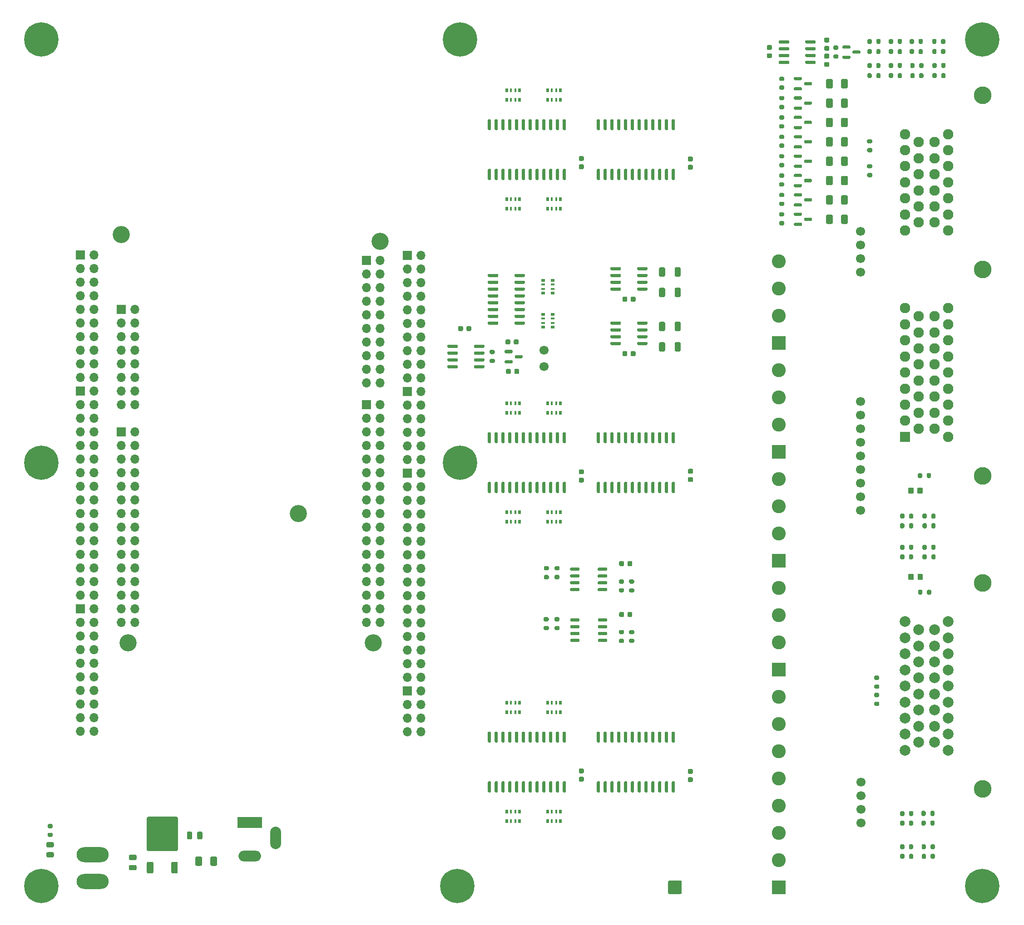
<source format=gts>
G75*
G70*
%OFA0B0*%
%FSLAX25Y25*%
%IPPOS*%
%LPD*%
%AMOC8*
5,1,8,0,0,1.08239X$1,22.5*
%
%ADD10C,0.03150*%
%ADD11C,0.25197*%
%ADD12R,0.07677X0.07677*%
%ADD13C,0.07677*%
%ADD14R,0.06693X0.06693*%
%ADD15O,0.06693X0.06693*%
%ADD16R,0.10236X0.10236*%
%ADD17C,0.10236*%
%ADD18C,0.06693*%
%ADD19O,0.23622X0.11024*%
%ADD20R,0.01969X0.03150*%
%ADD21R,0.01575X0.03150*%
%ADD22R,0.18110X0.07874*%
%ADD23O,0.16535X0.07874*%
%ADD24O,0.07874X0.16535*%
%ADD25R,0.03150X0.01969*%
%ADD26R,0.03150X0.01575*%
%ADD27C,0.07874*%
%ADD33C,0.12992*%
%ADD34C,0.12598*%
X0000000Y0000000D02*
%LPD*%
G01*
D10*
X0309449Y0013780D03*
X0312216Y0020461D03*
X0312216Y0007098D03*
X0318898Y0023228D03*
D11*
X0318898Y0013780D03*
D10*
X0318898Y0004331D03*
X0325579Y0020461D03*
X0325579Y0007098D03*
X0328346Y0013780D03*
G36*
G01*
X0653642Y0060925D02*
X0653642Y0058760D01*
G75*
G02*
X0652854Y0057972I-000787J0000000D01*
G01*
X0651280Y0057972D01*
G75*
G02*
X0650492Y0058760I0000000J0000787D01*
G01*
X0650492Y0060925D01*
G75*
G02*
X0651280Y0061713I0000787J0000000D01*
G01*
X0652854Y0061713D01*
G75*
G02*
X0653642Y0060925I0000000J-000787D01*
G01*
G37*
G36*
G01*
X0647146Y0060925D02*
X0647146Y0058760D01*
G75*
G02*
X0646358Y0057972I-000787J0000000D01*
G01*
X0644783Y0057972D01*
G75*
G02*
X0643996Y0058760I0000000J0000787D01*
G01*
X0643996Y0060925D01*
G75*
G02*
X0644783Y0061713I0000787J0000000D01*
G01*
X0646358Y0061713D01*
G75*
G02*
X0647146Y0060925I0000000J-000787D01*
G01*
G37*
G36*
G01*
X0589665Y0600689D02*
X0589665Y0605610D01*
G75*
G02*
X0590650Y0606594I0000984J0000000D01*
G01*
X0593602Y0606594D01*
G75*
G02*
X0594587Y0605610I0000000J-000984D01*
G01*
X0594587Y0600689D01*
G75*
G02*
X0593602Y0599705I-000984J0000000D01*
G01*
X0590650Y0599705D01*
G75*
G02*
X0589665Y0600689I0000000J0000984D01*
G01*
G37*
G36*
G01*
X0600689Y0600689D02*
X0600689Y0605610D01*
G75*
G02*
X0601673Y0606594I0000984J0000000D01*
G01*
X0604626Y0606594D01*
G75*
G02*
X0605610Y0605610I0000000J-000984D01*
G01*
X0605610Y0600689D01*
G75*
G02*
X0604626Y0599705I-000984J0000000D01*
G01*
X0601673Y0599705D01*
G75*
G02*
X0600689Y0600689I0000000J0000984D01*
G01*
G37*
D33*
X0704724Y0594685D03*
X0704724Y0466732D03*
X0704724Y0315157D03*
D12*
X0647638Y0343701D03*
D13*
X0647638Y0355512D03*
X0647638Y0367323D03*
X0647638Y0379134D03*
X0647638Y0390945D03*
X0647638Y0402756D03*
X0647638Y0414567D03*
X0647638Y0426378D03*
X0647638Y0438189D03*
X0657480Y0349606D03*
X0657480Y0361417D03*
X0657480Y0373228D03*
X0657480Y0385039D03*
X0657480Y0396850D03*
X0657480Y0408661D03*
X0657480Y0420472D03*
X0657480Y0432283D03*
X0669291Y0349606D03*
X0669291Y0361417D03*
X0669291Y0373228D03*
X0669291Y0385039D03*
X0669291Y0396850D03*
X0669291Y0408661D03*
X0669291Y0420472D03*
X0669291Y0432283D03*
X0679134Y0343701D03*
X0679134Y0355512D03*
X0679134Y0367323D03*
X0679134Y0379134D03*
X0679134Y0390945D03*
X0679134Y0402756D03*
X0679134Y0414567D03*
X0679134Y0426378D03*
X0679134Y0438189D03*
X0647638Y0495276D03*
X0647638Y0507087D03*
X0647638Y0518898D03*
X0647638Y0530709D03*
X0647638Y0542520D03*
X0647638Y0554331D03*
X0647638Y0566142D03*
X0657480Y0501181D03*
X0657480Y0512992D03*
X0657480Y0524803D03*
X0657480Y0536614D03*
X0657480Y0548425D03*
X0657480Y0560236D03*
X0669291Y0501181D03*
X0669291Y0512992D03*
X0669291Y0524803D03*
X0669291Y0536614D03*
X0669291Y0548425D03*
X0669291Y0560236D03*
X0679134Y0495276D03*
X0679134Y0507087D03*
X0679134Y0518898D03*
X0679134Y0530709D03*
X0679134Y0542520D03*
X0679134Y0554331D03*
X0679134Y0566142D03*
G36*
G01*
X0677362Y0617618D02*
X0677362Y0615453D01*
G75*
G02*
X0676575Y0614665I-000787J0000000D01*
G01*
X0675000Y0614665D01*
G75*
G02*
X0674213Y0615453I0000000J0000787D01*
G01*
X0674213Y0617618D01*
G75*
G02*
X0675000Y0618406I0000787J0000000D01*
G01*
X0676575Y0618406D01*
G75*
G02*
X0677362Y0617618I0000000J-000787D01*
G01*
G37*
G36*
G01*
X0670866Y0617618D02*
X0670866Y0615453D01*
G75*
G02*
X0670079Y0614665I-000787J0000000D01*
G01*
X0668504Y0614665D01*
G75*
G02*
X0667717Y0615453I0000000J0000787D01*
G01*
X0667717Y0617618D01*
G75*
G02*
X0668504Y0618406I0000787J0000000D01*
G01*
X0670079Y0618406D01*
G75*
G02*
X0670866Y0617618I0000000J-000787D01*
G01*
G37*
D14*
X0252323Y0473165D03*
D15*
X0262323Y0473165D03*
X0252323Y0463165D03*
X0262323Y0463165D03*
X0252323Y0453165D03*
X0262323Y0453165D03*
X0252323Y0443165D03*
X0262323Y0443165D03*
X0252323Y0433165D03*
X0262323Y0433165D03*
X0252323Y0423165D03*
X0262323Y0423165D03*
X0252323Y0413165D03*
X0262323Y0413165D03*
X0252323Y0403165D03*
X0262323Y0403165D03*
X0252323Y0393165D03*
X0262323Y0393165D03*
X0252323Y0383165D03*
X0262323Y0383165D03*
G36*
G01*
X0131890Y0052657D02*
X0131890Y0048917D01*
G75*
G02*
X0130906Y0047933I-000984J0000000D01*
G01*
X0128937Y0047933D01*
G75*
G02*
X0127953Y0048917I0000000J0000984D01*
G01*
X0127953Y0052657D01*
G75*
G02*
X0128937Y0053642I0000984J0000000D01*
G01*
X0130906Y0053642D01*
G75*
G02*
X0131890Y0052657I0000000J-000984D01*
G01*
G37*
G36*
G01*
X0124409Y0052657D02*
X0124409Y0048917D01*
G75*
G02*
X0123425Y0047933I-000984J0000000D01*
G01*
X0121457Y0047933D01*
G75*
G02*
X0120472Y0048917I0000000J0000984D01*
G01*
X0120472Y0052657D01*
G75*
G02*
X0121457Y0053642I0000984J0000000D01*
G01*
X0123425Y0053642D01*
G75*
G02*
X0124409Y0052657I0000000J-000984D01*
G01*
G37*
G36*
G01*
X0627953Y0158563D02*
X0625787Y0158563D01*
G75*
G02*
X0625000Y0159350I0000000J0000787D01*
G01*
X0625000Y0160925D01*
G75*
G02*
X0625787Y0161713I0000787J0000000D01*
G01*
X0627953Y0161713D01*
G75*
G02*
X0628740Y0160925I0000000J-000787D01*
G01*
X0628740Y0159350D01*
G75*
G02*
X0627953Y0158563I-000787J0000000D01*
G01*
G37*
G36*
G01*
X0627953Y0165059D02*
X0625787Y0165059D01*
G75*
G02*
X0625000Y0165846I0000000J0000787D01*
G01*
X0625000Y0167421D01*
G75*
G02*
X0625787Y0168209I0000787J0000000D01*
G01*
X0627953Y0168209D01*
G75*
G02*
X0628740Y0167421I0000000J-000787D01*
G01*
X0628740Y0165846D01*
G75*
G02*
X0627953Y0165059I-000787J0000000D01*
G01*
G37*
D16*
X0554823Y0252677D03*
D17*
X0554823Y0272677D03*
X0554823Y0292677D03*
X0554823Y0312677D03*
G36*
G01*
X0354331Y0412421D02*
X0354331Y0414390D01*
G75*
G02*
X0355217Y0415276I0000886J0000000D01*
G01*
X0356988Y0415276D01*
G75*
G02*
X0357874Y0414390I0000000J-000886D01*
G01*
X0357874Y0412421D01*
G75*
G02*
X0356988Y0411535I-000886J0000000D01*
G01*
X0355217Y0411535D01*
G75*
G02*
X0354331Y0412421I0000000J0000886D01*
G01*
G37*
G36*
G01*
X0360433Y0412421D02*
X0360433Y0414390D01*
G75*
G02*
X0361319Y0415276I0000886J0000000D01*
G01*
X0363091Y0415276D01*
G75*
G02*
X0363976Y0414390I0000000J-000886D01*
G01*
X0363976Y0412421D01*
G75*
G02*
X0363091Y0411535I-000886J0000000D01*
G01*
X0361319Y0411535D01*
G75*
G02*
X0360433Y0412421I0000000J0000886D01*
G01*
G37*
G36*
G01*
X0566093Y0577840D02*
X0566093Y0579021D01*
G75*
G02*
X0566683Y0579612I0000591J0000000D01*
G01*
X0571309Y0579612D01*
G75*
G02*
X0571900Y0579021I0000000J-000591D01*
G01*
X0571900Y0577840D01*
G75*
G02*
X0571309Y0577250I-000591J0000000D01*
G01*
X0566683Y0577250D01*
G75*
G02*
X0566093Y0577840I0000000J0000591D01*
G01*
G37*
G36*
G01*
X0573474Y0574100D02*
X0573474Y0575281D01*
G75*
G02*
X0574065Y0575872I0000591J0000000D01*
G01*
X0578691Y0575872D01*
G75*
G02*
X0579281Y0575281I0000000J-000591D01*
G01*
X0579281Y0574100D01*
G75*
G02*
X0578691Y0573510I-000591J0000000D01*
G01*
X0574065Y0573510D01*
G75*
G02*
X0573474Y0574100I0000000J0000591D01*
G01*
G37*
G36*
G01*
X0566093Y0570360D02*
X0566093Y0571541D01*
G75*
G02*
X0566683Y0572132I0000591J0000000D01*
G01*
X0571309Y0572132D01*
G75*
G02*
X0571900Y0571541I0000000J-000591D01*
G01*
X0571900Y0570360D01*
G75*
G02*
X0571309Y0569769I-000591J0000000D01*
G01*
X0566683Y0569769D01*
G75*
G02*
X0566093Y0570360I0000000J0000591D01*
G01*
G37*
D18*
X0382677Y0395276D03*
G36*
G01*
X0018282Y0045915D02*
X0021875Y0045915D01*
G75*
G02*
X0022835Y0044956I0000000J-000960D01*
G01*
X0022835Y0043036D01*
G75*
G02*
X0021875Y0042077I-000960J0000000D01*
G01*
X0018282Y0042077D01*
G75*
G02*
X0017323Y0043036I0000000J0000960D01*
G01*
X0017323Y0044956D01*
G75*
G02*
X0018282Y0045915I0000960J0000000D01*
G01*
G37*
G36*
G01*
X0018282Y0038533D02*
X0021875Y0038533D01*
G75*
G02*
X0022835Y0037574I0000000J-000960D01*
G01*
X0022835Y0035655D01*
G75*
G02*
X0021875Y0034695I-000960J0000000D01*
G01*
X0018282Y0034695D01*
G75*
G02*
X0017323Y0035655I0000000J0000960D01*
G01*
X0017323Y0037574D01*
G75*
G02*
X0018282Y0038533I0000960J0000000D01*
G01*
G37*
G36*
G01*
X0653642Y0036516D02*
X0653642Y0034350D01*
G75*
G02*
X0652854Y0033563I-000787J0000000D01*
G01*
X0651280Y0033563D01*
G75*
G02*
X0650492Y0034350I0000000J0000787D01*
G01*
X0650492Y0036516D01*
G75*
G02*
X0651280Y0037303I0000787J0000000D01*
G01*
X0652854Y0037303D01*
G75*
G02*
X0653642Y0036516I0000000J-000787D01*
G01*
G37*
G36*
G01*
X0647146Y0036516D02*
X0647146Y0034350D01*
G75*
G02*
X0646358Y0033563I-000787J0000000D01*
G01*
X0644783Y0033563D01*
G75*
G02*
X0643996Y0034350I0000000J0000787D01*
G01*
X0643996Y0036516D01*
G75*
G02*
X0644783Y0037303I0000787J0000000D01*
G01*
X0646358Y0037303D01*
G75*
G02*
X0647146Y0036516I0000000J-000787D01*
G01*
G37*
D34*
X0262323Y0487165D03*
G36*
G01*
X0635728Y0633169D02*
X0635728Y0635335D01*
G75*
G02*
X0636516Y0636122I0000787J0000000D01*
G01*
X0638091Y0636122D01*
G75*
G02*
X0638878Y0635335I0000000J-000787D01*
G01*
X0638878Y0633169D01*
G75*
G02*
X0638091Y0632382I-000787J0000000D01*
G01*
X0636516Y0632382D01*
G75*
G02*
X0635728Y0633169I0000000J0000787D01*
G01*
G37*
G36*
G01*
X0642224Y0633169D02*
X0642224Y0635335D01*
G75*
G02*
X0643012Y0636122I0000787J0000000D01*
G01*
X0644587Y0636122D01*
G75*
G02*
X0645374Y0635335I0000000J-000787D01*
G01*
X0645374Y0633169D01*
G75*
G02*
X0644587Y0632382I-000787J0000000D01*
G01*
X0643012Y0632382D01*
G75*
G02*
X0642224Y0633169I0000000J0000787D01*
G01*
G37*
D19*
X0051181Y0016929D03*
X0051181Y0036614D03*
G36*
G01*
X0589665Y0543771D02*
X0589665Y0548692D01*
G75*
G02*
X0590650Y0549677I0000984J0000000D01*
G01*
X0593602Y0549677D01*
G75*
G02*
X0594587Y0548692I0000000J-000984D01*
G01*
X0594587Y0543771D01*
G75*
G02*
X0593602Y0542787I-000984J0000000D01*
G01*
X0590650Y0542787D01*
G75*
G02*
X0589665Y0543771I0000000J0000984D01*
G01*
G37*
G36*
G01*
X0600689Y0543771D02*
X0600689Y0548692D01*
G75*
G02*
X0601673Y0549677I0000984J0000000D01*
G01*
X0604626Y0549677D01*
G75*
G02*
X0605610Y0548692I0000000J-000984D01*
G01*
X0605610Y0543771D01*
G75*
G02*
X0604626Y0542787I-000984J0000000D01*
G01*
X0601673Y0542787D01*
G75*
G02*
X0600689Y0543771I0000000J0000984D01*
G01*
G37*
G36*
G01*
X0547047Y0631594D02*
X0549016Y0631594D01*
G75*
G02*
X0549902Y0630709I0000000J-000886D01*
G01*
X0549902Y0628937D01*
G75*
G02*
X0549016Y0628051I-000886J0000000D01*
G01*
X0547047Y0628051D01*
G75*
G02*
X0546161Y0628937I0000000J0000886D01*
G01*
X0546161Y0630709D01*
G75*
G02*
X0547047Y0631594I0000886J0000000D01*
G01*
G37*
G36*
G01*
X0547047Y0625492D02*
X0549016Y0625492D01*
G75*
G02*
X0549902Y0624606I0000000J-000886D01*
G01*
X0549902Y0622835D01*
G75*
G02*
X0549016Y0621949I-000886J0000000D01*
G01*
X0547047Y0621949D01*
G75*
G02*
X0546161Y0622835I0000000J0000886D01*
G01*
X0546161Y0624606D01*
G75*
G02*
X0547047Y0625492I0000886J0000000D01*
G01*
G37*
G36*
G01*
X0482972Y0467264D02*
X0482972Y0462343D01*
G75*
G02*
X0481988Y0461358I-000984J0000000D01*
G01*
X0479528Y0461358D01*
G75*
G02*
X0478543Y0462343I0000000J0000984D01*
G01*
X0478543Y0467264D01*
G75*
G02*
X0479528Y0468248I0000984J0000000D01*
G01*
X0481988Y0468248D01*
G75*
G02*
X0482972Y0467264I0000000J-000984D01*
G01*
G37*
G36*
G01*
X0471457Y0467264D02*
X0471457Y0462343D01*
G75*
G02*
X0470472Y0461358I-000984J0000000D01*
G01*
X0468012Y0461358D01*
G75*
G02*
X0467028Y0462343I0000000J0000984D01*
G01*
X0467028Y0467264D01*
G75*
G02*
X0468012Y0468248I0000984J0000000D01*
G01*
X0470472Y0468248D01*
G75*
G02*
X0471457Y0467264I0000000J-000984D01*
G01*
G37*
D20*
X0355276Y0061260D03*
D21*
X0358425Y0061260D03*
X0361575Y0061260D03*
D20*
X0364724Y0061260D03*
X0364724Y0068346D03*
D21*
X0361575Y0068346D03*
X0358425Y0068346D03*
D20*
X0355276Y0068346D03*
G36*
G01*
X0449823Y0445787D02*
X0449823Y0443819D01*
G75*
G02*
X0448937Y0442933I-000886J0000000D01*
G01*
X0447165Y0442933D01*
G75*
G02*
X0446280Y0443819I0000000J0000886D01*
G01*
X0446280Y0445787D01*
G75*
G02*
X0447165Y0446673I0000886J0000000D01*
G01*
X0448937Y0446673D01*
G75*
G02*
X0449823Y0445787I0000000J-000886D01*
G01*
G37*
G36*
G01*
X0443720Y0445787D02*
X0443720Y0443819D01*
G75*
G02*
X0442835Y0442933I-000886J0000000D01*
G01*
X0441063Y0442933D01*
G75*
G02*
X0440177Y0443819I0000000J0000886D01*
G01*
X0440177Y0445787D01*
G75*
G02*
X0441063Y0446673I0000886J0000000D01*
G01*
X0442835Y0446673D01*
G75*
G02*
X0443720Y0445787I0000000J-000886D01*
G01*
G37*
X0364724Y0148346D03*
D21*
X0361575Y0148346D03*
X0358425Y0148346D03*
D20*
X0355276Y0148346D03*
X0355276Y0141260D03*
D21*
X0358425Y0141260D03*
X0361575Y0141260D03*
D20*
X0364724Y0141260D03*
D18*
X0615000Y0494646D03*
X0382677Y0407480D03*
G36*
G01*
X0329232Y0424213D02*
X0329232Y0422244D01*
G75*
G02*
X0328346Y0421358I-000886J0000000D01*
G01*
X0326575Y0421358D01*
G75*
G02*
X0325689Y0422244I0000000J0000886D01*
G01*
X0325689Y0424213D01*
G75*
G02*
X0326575Y0425098I0000886J0000000D01*
G01*
X0328346Y0425098D01*
G75*
G02*
X0329232Y0424213I0000000J-000886D01*
G01*
G37*
G36*
G01*
X0323130Y0424213D02*
X0323130Y0422244D01*
G75*
G02*
X0322244Y0421358I-000886J0000000D01*
G01*
X0320472Y0421358D01*
G75*
G02*
X0319587Y0422244I0000000J0000886D01*
G01*
X0319587Y0424213D01*
G75*
G02*
X0320472Y0425098I0000886J0000000D01*
G01*
X0322244Y0425098D01*
G75*
G02*
X0323130Y0424213I0000000J-000886D01*
G01*
G37*
X0615000Y0359646D03*
G36*
G01*
X0482972Y0412264D02*
X0482972Y0407343D01*
G75*
G02*
X0481988Y0406358I-000984J0000000D01*
G01*
X0479528Y0406358D01*
G75*
G02*
X0478543Y0407343I0000000J0000984D01*
G01*
X0478543Y0412264D01*
G75*
G02*
X0479528Y0413248I0000984J0000000D01*
G01*
X0481988Y0413248D01*
G75*
G02*
X0482972Y0412264I0000000J-000984D01*
G01*
G37*
G36*
G01*
X0471457Y0412264D02*
X0471457Y0407343D01*
G75*
G02*
X0470472Y0406358I-000984J0000000D01*
G01*
X0468012Y0406358D01*
G75*
G02*
X0467028Y0407343I0000000J0000984D01*
G01*
X0467028Y0412264D01*
G75*
G02*
X0468012Y0413248I0000984J0000000D01*
G01*
X0470472Y0413248D01*
G75*
G02*
X0471457Y0412264I0000000J-000984D01*
G01*
G37*
G36*
G01*
X0311713Y0409685D02*
X0311713Y0410866D01*
G75*
G02*
X0312303Y0411457I0000591J0000000D01*
G01*
X0318799Y0411457D01*
G75*
G02*
X0319390Y0410866I0000000J-000591D01*
G01*
X0319390Y0409685D01*
G75*
G02*
X0318799Y0409094I-000591J0000000D01*
G01*
X0312303Y0409094D01*
G75*
G02*
X0311713Y0409685I0000000J0000591D01*
G01*
G37*
G36*
G01*
X0311713Y0404685D02*
X0311713Y0405866D01*
G75*
G02*
X0312303Y0406457I0000591J0000000D01*
G01*
X0318799Y0406457D01*
G75*
G02*
X0319390Y0405866I0000000J-000591D01*
G01*
X0319390Y0404685D01*
G75*
G02*
X0318799Y0404094I-000591J0000000D01*
G01*
X0312303Y0404094D01*
G75*
G02*
X0311713Y0404685I0000000J0000591D01*
G01*
G37*
G36*
G01*
X0311713Y0399685D02*
X0311713Y0400866D01*
G75*
G02*
X0312303Y0401457I0000591J0000000D01*
G01*
X0318799Y0401457D01*
G75*
G02*
X0319390Y0400866I0000000J-000591D01*
G01*
X0319390Y0399685D01*
G75*
G02*
X0318799Y0399094I-000591J0000000D01*
G01*
X0312303Y0399094D01*
G75*
G02*
X0311713Y0399685I0000000J0000591D01*
G01*
G37*
G36*
G01*
X0311713Y0394685D02*
X0311713Y0395866D01*
G75*
G02*
X0312303Y0396457I0000591J0000000D01*
G01*
X0318799Y0396457D01*
G75*
G02*
X0319390Y0395866I0000000J-000591D01*
G01*
X0319390Y0394685D01*
G75*
G02*
X0318799Y0394094I-000591J0000000D01*
G01*
X0312303Y0394094D01*
G75*
G02*
X0311713Y0394685I0000000J0000591D01*
G01*
G37*
G36*
G01*
X0331201Y0394685D02*
X0331201Y0395866D01*
G75*
G02*
X0331791Y0396457I0000591J0000000D01*
G01*
X0338287Y0396457D01*
G75*
G02*
X0338878Y0395866I0000000J-000591D01*
G01*
X0338878Y0394685D01*
G75*
G02*
X0338287Y0394094I-000591J0000000D01*
G01*
X0331791Y0394094D01*
G75*
G02*
X0331201Y0394685I0000000J0000591D01*
G01*
G37*
G36*
G01*
X0331201Y0399685D02*
X0331201Y0400866D01*
G75*
G02*
X0331791Y0401457I0000591J0000000D01*
G01*
X0338287Y0401457D01*
G75*
G02*
X0338878Y0400866I0000000J-000591D01*
G01*
X0338878Y0399685D01*
G75*
G02*
X0338287Y0399094I-000591J0000000D01*
G01*
X0331791Y0399094D01*
G75*
G02*
X0331201Y0399685I0000000J0000591D01*
G01*
G37*
G36*
G01*
X0331201Y0404685D02*
X0331201Y0405866D01*
G75*
G02*
X0331791Y0406457I0000591J0000000D01*
G01*
X0338287Y0406457D01*
G75*
G02*
X0338878Y0405866I0000000J-000591D01*
G01*
X0338878Y0404685D01*
G75*
G02*
X0338287Y0404094I-000591J0000000D01*
G01*
X0331791Y0404094D01*
G75*
G02*
X0331201Y0404685I0000000J0000591D01*
G01*
G37*
G36*
G01*
X0331201Y0409685D02*
X0331201Y0410866D01*
G75*
G02*
X0331791Y0411457I0000591J0000000D01*
G01*
X0338287Y0411457D01*
G75*
G02*
X0338878Y0410866I0000000J-000591D01*
G01*
X0338878Y0409685D01*
G75*
G02*
X0338287Y0409094I-000591J0000000D01*
G01*
X0331791Y0409094D01*
G75*
G02*
X0331201Y0409685I0000000J0000591D01*
G01*
G37*
G36*
G01*
X0670079Y0279429D02*
X0670079Y0277264D01*
G75*
G02*
X0669291Y0276476I-000787J0000000D01*
G01*
X0667717Y0276476D01*
G75*
G02*
X0666929Y0277264I0000000J0000787D01*
G01*
X0666929Y0279429D01*
G75*
G02*
X0667717Y0280217I0000787J0000000D01*
G01*
X0669291Y0280217D01*
G75*
G02*
X0670079Y0279429I0000000J-000787D01*
G01*
G37*
G36*
G01*
X0663583Y0279429D02*
X0663583Y0277264D01*
G75*
G02*
X0662795Y0276476I-000787J0000000D01*
G01*
X0661220Y0276476D01*
G75*
G02*
X0660433Y0277264I0000000J0000787D01*
G01*
X0660433Y0279429D01*
G75*
G02*
X0661220Y0280217I0000787J0000000D01*
G01*
X0662795Y0280217D01*
G75*
G02*
X0663583Y0279429I0000000J-000787D01*
G01*
G37*
D14*
X0072323Y0347165D03*
D15*
X0082323Y0347165D03*
X0072323Y0337165D03*
X0082323Y0337165D03*
X0072323Y0327165D03*
X0082323Y0327165D03*
X0072323Y0317165D03*
X0082323Y0317165D03*
X0072323Y0307165D03*
X0082323Y0307165D03*
X0072323Y0297165D03*
X0082323Y0297165D03*
X0072323Y0287165D03*
X0082323Y0287165D03*
X0072323Y0277165D03*
X0082323Y0277165D03*
X0072323Y0267165D03*
X0082323Y0267165D03*
X0072323Y0257165D03*
X0082323Y0257165D03*
X0072323Y0247165D03*
X0082323Y0247165D03*
X0072323Y0237165D03*
X0082323Y0237165D03*
X0072323Y0227165D03*
X0082323Y0227165D03*
X0072323Y0217165D03*
X0082323Y0217165D03*
X0072323Y0207165D03*
X0082323Y0207165D03*
D18*
X0615000Y0319646D03*
G36*
G01*
X0401772Y0245886D02*
X0401772Y0247067D01*
G75*
G02*
X0402362Y0247657I0000591J0000000D01*
G01*
X0408071Y0247657D01*
G75*
G02*
X0408661Y0247067I0000000J-000591D01*
G01*
X0408661Y0245886D01*
G75*
G02*
X0408071Y0245295I-000591J0000000D01*
G01*
X0402362Y0245295D01*
G75*
G02*
X0401772Y0245886I0000000J0000591D01*
G01*
G37*
G36*
G01*
X0401772Y0240886D02*
X0401772Y0242067D01*
G75*
G02*
X0402362Y0242657I0000591J0000000D01*
G01*
X0408071Y0242657D01*
G75*
G02*
X0408661Y0242067I0000000J-000591D01*
G01*
X0408661Y0240886D01*
G75*
G02*
X0408071Y0240295I-000591J0000000D01*
G01*
X0402362Y0240295D01*
G75*
G02*
X0401772Y0240886I0000000J0000591D01*
G01*
G37*
G36*
G01*
X0401772Y0235886D02*
X0401772Y0237067D01*
G75*
G02*
X0402362Y0237657I0000591J0000000D01*
G01*
X0408071Y0237657D01*
G75*
G02*
X0408661Y0237067I0000000J-000591D01*
G01*
X0408661Y0235886D01*
G75*
G02*
X0408071Y0235295I-000591J0000000D01*
G01*
X0402362Y0235295D01*
G75*
G02*
X0401772Y0235886I0000000J0000591D01*
G01*
G37*
G36*
G01*
X0401772Y0230886D02*
X0401772Y0232067D01*
G75*
G02*
X0402362Y0232657I0000591J0000000D01*
G01*
X0408071Y0232657D01*
G75*
G02*
X0408661Y0232067I0000000J-000591D01*
G01*
X0408661Y0230886D01*
G75*
G02*
X0408071Y0230295I-000591J0000000D01*
G01*
X0402362Y0230295D01*
G75*
G02*
X0401772Y0230886I0000000J0000591D01*
G01*
G37*
G36*
G01*
X0422047Y0230886D02*
X0422047Y0232067D01*
G75*
G02*
X0422638Y0232657I0000591J0000000D01*
G01*
X0428346Y0232657D01*
G75*
G02*
X0428937Y0232067I0000000J-000591D01*
G01*
X0428937Y0230886D01*
G75*
G02*
X0428346Y0230295I-000591J0000000D01*
G01*
X0422638Y0230295D01*
G75*
G02*
X0422047Y0230886I0000000J0000591D01*
G01*
G37*
G36*
G01*
X0422047Y0235886D02*
X0422047Y0237067D01*
G75*
G02*
X0422638Y0237657I0000591J0000000D01*
G01*
X0428346Y0237657D01*
G75*
G02*
X0428937Y0237067I0000000J-000591D01*
G01*
X0428937Y0235886D01*
G75*
G02*
X0428346Y0235295I-000591J0000000D01*
G01*
X0422638Y0235295D01*
G75*
G02*
X0422047Y0235886I0000000J0000591D01*
G01*
G37*
G36*
G01*
X0422047Y0240886D02*
X0422047Y0242067D01*
G75*
G02*
X0422638Y0242657I0000591J0000000D01*
G01*
X0428346Y0242657D01*
G75*
G02*
X0428937Y0242067I0000000J-000591D01*
G01*
X0428937Y0240886D01*
G75*
G02*
X0428346Y0240295I-000591J0000000D01*
G01*
X0422638Y0240295D01*
G75*
G02*
X0422047Y0240886I0000000J0000591D01*
G01*
G37*
G36*
G01*
X0422047Y0245886D02*
X0422047Y0247067D01*
G75*
G02*
X0422638Y0247657I0000591J0000000D01*
G01*
X0428346Y0247657D01*
G75*
G02*
X0428937Y0247067I0000000J-000591D01*
G01*
X0428937Y0245886D01*
G75*
G02*
X0428346Y0245295I-000591J0000000D01*
G01*
X0422638Y0245295D01*
G75*
G02*
X0422047Y0245886I0000000J0000591D01*
G01*
G37*
G36*
G01*
X0601673Y0629528D02*
X0601673Y0630709D01*
G75*
G02*
X0602264Y0631299I0000591J0000000D01*
G01*
X0606890Y0631299D01*
G75*
G02*
X0607480Y0630709I0000000J-000591D01*
G01*
X0607480Y0629528D01*
G75*
G02*
X0606890Y0628937I-000591J0000000D01*
G01*
X0602264Y0628937D01*
G75*
G02*
X0601673Y0629528I0000000J0000591D01*
G01*
G37*
G36*
G01*
X0601673Y0622047D02*
X0601673Y0623228D01*
G75*
G02*
X0602264Y0623819I0000591J0000000D01*
G01*
X0606890Y0623819D01*
G75*
G02*
X0607480Y0623228I0000000J-000591D01*
G01*
X0607480Y0622047D01*
G75*
G02*
X0606890Y0621457I-000591J0000000D01*
G01*
X0602264Y0621457D01*
G75*
G02*
X0601673Y0622047I0000000J0000591D01*
G01*
G37*
G36*
G01*
X0609055Y0625787D02*
X0609055Y0626969D01*
G75*
G02*
X0609646Y0627559I0000591J0000000D01*
G01*
X0614272Y0627559D01*
G75*
G02*
X0614862Y0626969I0000000J-000591D01*
G01*
X0614862Y0625787D01*
G75*
G02*
X0614272Y0625197I-000591J0000000D01*
G01*
X0609646Y0625197D01*
G75*
G02*
X0609055Y0625787I0000000J0000591D01*
G01*
G37*
X0615000Y0299646D03*
D14*
X0282323Y0317087D03*
D15*
X0292323Y0317087D03*
X0282323Y0307087D03*
X0292323Y0307087D03*
X0282323Y0297087D03*
X0292323Y0297087D03*
X0282323Y0287087D03*
X0292323Y0287087D03*
X0282323Y0277087D03*
X0292323Y0277087D03*
X0282323Y0267087D03*
X0292323Y0267087D03*
X0282323Y0257087D03*
X0292323Y0257087D03*
X0282323Y0247087D03*
X0292323Y0247087D03*
X0282323Y0237087D03*
X0292323Y0237087D03*
X0282323Y0227087D03*
X0292323Y0227087D03*
X0282323Y0217087D03*
X0292323Y0217087D03*
X0282323Y0207087D03*
X0292323Y0207087D03*
X0282323Y0197087D03*
X0292323Y0197087D03*
X0282323Y0187087D03*
X0292323Y0187087D03*
X0282323Y0177087D03*
X0292323Y0177087D03*
X0282323Y0167087D03*
X0292323Y0167087D03*
D22*
X0166732Y0060433D03*
D23*
X0166732Y0035630D03*
D24*
X0185630Y0049016D03*
G36*
G01*
X0401850Y0208642D02*
X0401850Y0209823D01*
G75*
G02*
X0402441Y0210413I0000591J0000000D01*
G01*
X0408150Y0210413D01*
G75*
G02*
X0408740Y0209823I0000000J-000591D01*
G01*
X0408740Y0208642D01*
G75*
G02*
X0408150Y0208051I-000591J0000000D01*
G01*
X0402441Y0208051D01*
G75*
G02*
X0401850Y0208642I0000000J0000591D01*
G01*
G37*
G36*
G01*
X0401850Y0203642D02*
X0401850Y0204823D01*
G75*
G02*
X0402441Y0205413I0000591J0000000D01*
G01*
X0408150Y0205413D01*
G75*
G02*
X0408740Y0204823I0000000J-000591D01*
G01*
X0408740Y0203642D01*
G75*
G02*
X0408150Y0203051I-000591J0000000D01*
G01*
X0402441Y0203051D01*
G75*
G02*
X0401850Y0203642I0000000J0000591D01*
G01*
G37*
G36*
G01*
X0401850Y0198642D02*
X0401850Y0199823D01*
G75*
G02*
X0402441Y0200413I0000591J0000000D01*
G01*
X0408150Y0200413D01*
G75*
G02*
X0408740Y0199823I0000000J-000591D01*
G01*
X0408740Y0198642D01*
G75*
G02*
X0408150Y0198051I-000591J0000000D01*
G01*
X0402441Y0198051D01*
G75*
G02*
X0401850Y0198642I0000000J0000591D01*
G01*
G37*
G36*
G01*
X0401850Y0193642D02*
X0401850Y0194823D01*
G75*
G02*
X0402441Y0195413I0000591J0000000D01*
G01*
X0408150Y0195413D01*
G75*
G02*
X0408740Y0194823I0000000J-000591D01*
G01*
X0408740Y0193642D01*
G75*
G02*
X0408150Y0193051I-000591J0000000D01*
G01*
X0402441Y0193051D01*
G75*
G02*
X0401850Y0193642I0000000J0000591D01*
G01*
G37*
G36*
G01*
X0422126Y0193642D02*
X0422126Y0194823D01*
G75*
G02*
X0422717Y0195413I0000591J0000000D01*
G01*
X0428425Y0195413D01*
G75*
G02*
X0429016Y0194823I0000000J-000591D01*
G01*
X0429016Y0193642D01*
G75*
G02*
X0428425Y0193051I-000591J0000000D01*
G01*
X0422717Y0193051D01*
G75*
G02*
X0422126Y0193642I0000000J0000591D01*
G01*
G37*
G36*
G01*
X0422126Y0198642D02*
X0422126Y0199823D01*
G75*
G02*
X0422717Y0200413I0000591J0000000D01*
G01*
X0428425Y0200413D01*
G75*
G02*
X0429016Y0199823I0000000J-000591D01*
G01*
X0429016Y0198642D01*
G75*
G02*
X0428425Y0198051I-000591J0000000D01*
G01*
X0422717Y0198051D01*
G75*
G02*
X0422126Y0198642I0000000J0000591D01*
G01*
G37*
G36*
G01*
X0422126Y0203642D02*
X0422126Y0204823D01*
G75*
G02*
X0422717Y0205413I0000591J0000000D01*
G01*
X0428425Y0205413D01*
G75*
G02*
X0429016Y0204823I0000000J-000591D01*
G01*
X0429016Y0203642D01*
G75*
G02*
X0428425Y0203051I-000591J0000000D01*
G01*
X0422717Y0203051D01*
G75*
G02*
X0422126Y0203642I0000000J0000591D01*
G01*
G37*
G36*
G01*
X0422126Y0208642D02*
X0422126Y0209823D01*
G75*
G02*
X0422717Y0210413I0000591J0000000D01*
G01*
X0428425Y0210413D01*
G75*
G02*
X0429016Y0209823I0000000J-000591D01*
G01*
X0429016Y0208642D01*
G75*
G02*
X0428425Y0208051I-000591J0000000D01*
G01*
X0422717Y0208051D01*
G75*
G02*
X0422126Y0208642I0000000J0000591D01*
G01*
G37*
G36*
G01*
X0126673Y0029429D02*
X0126673Y0034350D01*
G75*
G02*
X0127657Y0035335I0000984J0000000D01*
G01*
X0130610Y0035335D01*
G75*
G02*
X0131594Y0034350I0000000J-000984D01*
G01*
X0131594Y0029429D01*
G75*
G02*
X0130610Y0028445I-000984J0000000D01*
G01*
X0127657Y0028445D01*
G75*
G02*
X0126673Y0029429I0000000J0000984D01*
G01*
G37*
G36*
G01*
X0137697Y0029429D02*
X0137697Y0034350D01*
G75*
G02*
X0138681Y0035335I0000984J0000000D01*
G01*
X0141634Y0035335D01*
G75*
G02*
X0142618Y0034350I0000000J-000984D01*
G01*
X0142618Y0029429D01*
G75*
G02*
X0141634Y0028445I-000984J0000000D01*
G01*
X0138681Y0028445D01*
G75*
G02*
X0137697Y0029429I0000000J0000984D01*
G01*
G37*
G36*
G01*
X0383248Y0248681D02*
X0385413Y0248681D01*
G75*
G02*
X0386201Y0247894I0000000J-000787D01*
G01*
X0386201Y0246319D01*
G75*
G02*
X0385413Y0245531I-000787J0000000D01*
G01*
X0383248Y0245531D01*
G75*
G02*
X0382461Y0246319I0000000J0000787D01*
G01*
X0382461Y0247894D01*
G75*
G02*
X0383248Y0248681I0000787J0000000D01*
G01*
G37*
G36*
G01*
X0383248Y0242185D02*
X0385413Y0242185D01*
G75*
G02*
X0386201Y0241398I0000000J-000787D01*
G01*
X0386201Y0239823D01*
G75*
G02*
X0385413Y0239035I-000787J0000000D01*
G01*
X0383248Y0239035D01*
G75*
G02*
X0382461Y0239823I0000000J0000787D01*
G01*
X0382461Y0241398D01*
G75*
G02*
X0383248Y0242185I0000787J0000000D01*
G01*
G37*
D34*
X0257323Y0192165D03*
G36*
G01*
X0619980Y0625689D02*
X0619980Y0627854D01*
G75*
G02*
X0620768Y0628642I0000787J0000000D01*
G01*
X0622343Y0628642D01*
G75*
G02*
X0623130Y0627854I0000000J-000787D01*
G01*
X0623130Y0625689D01*
G75*
G02*
X0622343Y0624902I-000787J0000000D01*
G01*
X0620768Y0624902D01*
G75*
G02*
X0619980Y0625689I0000000J0000787D01*
G01*
G37*
G36*
G01*
X0626476Y0625689D02*
X0626476Y0627854D01*
G75*
G02*
X0627264Y0628642I0000787J0000000D01*
G01*
X0628839Y0628642D01*
G75*
G02*
X0629626Y0627854I0000000J-000787D01*
G01*
X0629626Y0625689D01*
G75*
G02*
X0628839Y0624902I-000787J0000000D01*
G01*
X0627264Y0624902D01*
G75*
G02*
X0626476Y0625689I0000000J0000787D01*
G01*
G37*
G36*
G01*
X0660433Y0254429D02*
X0660433Y0256594D01*
G75*
G02*
X0661220Y0257382I0000787J0000000D01*
G01*
X0662795Y0257382D01*
G75*
G02*
X0663583Y0256594I0000000J-000787D01*
G01*
X0663583Y0254429D01*
G75*
G02*
X0662795Y0253642I-000787J0000000D01*
G01*
X0661220Y0253642D01*
G75*
G02*
X0660433Y0254429I0000000J0000787D01*
G01*
G37*
G36*
G01*
X0666929Y0254429D02*
X0666929Y0256594D01*
G75*
G02*
X0667717Y0257382I0000787J0000000D01*
G01*
X0669291Y0257382D01*
G75*
G02*
X0670079Y0256594I0000000J-000787D01*
G01*
X0670079Y0254429D01*
G75*
G02*
X0669291Y0253642I-000787J0000000D01*
G01*
X0667717Y0253642D01*
G75*
G02*
X0666929Y0254429I0000000J0000787D01*
G01*
G37*
G36*
G01*
X0566093Y0563611D02*
X0566093Y0564792D01*
G75*
G02*
X0566683Y0565382I0000591J0000000D01*
G01*
X0571309Y0565382D01*
G75*
G02*
X0571900Y0564792I0000000J-000591D01*
G01*
X0571900Y0563611D01*
G75*
G02*
X0571309Y0563020I-000591J0000000D01*
G01*
X0566683Y0563020D01*
G75*
G02*
X0566093Y0563611I0000000J0000591D01*
G01*
G37*
G36*
G01*
X0573474Y0559871D02*
X0573474Y0561052D01*
G75*
G02*
X0574065Y0561642I0000591J0000000D01*
G01*
X0578691Y0561642D01*
G75*
G02*
X0579281Y0561052I0000000J-000591D01*
G01*
X0579281Y0559871D01*
G75*
G02*
X0578691Y0559280I-000591J0000000D01*
G01*
X0574065Y0559280D01*
G75*
G02*
X0573474Y0559871I0000000J0000591D01*
G01*
G37*
G36*
G01*
X0566093Y0556130D02*
X0566093Y0557312D01*
G75*
G02*
X0566683Y0557902I0000591J0000000D01*
G01*
X0571309Y0557902D01*
G75*
G02*
X0571900Y0557312I0000000J-000591D01*
G01*
X0571900Y0556130D01*
G75*
G02*
X0571309Y0555540I-000591J0000000D01*
G01*
X0566683Y0555540D01*
G75*
G02*
X0566093Y0556130I0000000J0000591D01*
G01*
G37*
D10*
X0311417Y0324803D03*
X0314185Y0331484D03*
X0314185Y0318122D03*
X0320866Y0334252D03*
D11*
X0320866Y0324803D03*
D10*
X0320866Y0315354D03*
X0327547Y0331484D03*
X0327547Y0318122D03*
X0330315Y0324803D03*
D14*
X0072323Y0437165D03*
D15*
X0082323Y0437165D03*
X0072323Y0427165D03*
X0082323Y0427165D03*
X0072323Y0417165D03*
X0082323Y0417165D03*
X0072323Y0407165D03*
X0082323Y0407165D03*
X0072323Y0397165D03*
X0082323Y0397165D03*
X0072323Y0387165D03*
X0082323Y0387165D03*
X0072323Y0377165D03*
X0082323Y0377165D03*
X0072323Y0367165D03*
X0082323Y0367165D03*
G36*
G01*
X0659646Y0065945D02*
X0659646Y0068110D01*
G75*
G02*
X0660433Y0068898I0000787J0000000D01*
G01*
X0662008Y0068898D01*
G75*
G02*
X0662795Y0068110I0000000J-000787D01*
G01*
X0662795Y0065945D01*
G75*
G02*
X0662008Y0065157I-000787J0000000D01*
G01*
X0660433Y0065157D01*
G75*
G02*
X0659646Y0065945I0000000J0000787D01*
G01*
G37*
G36*
G01*
X0666142Y0065945D02*
X0666142Y0068110D01*
G75*
G02*
X0666929Y0068898I0000787J0000000D01*
G01*
X0668504Y0068898D01*
G75*
G02*
X0669291Y0068110I0000000J-000787D01*
G01*
X0669291Y0065945D01*
G75*
G02*
X0668504Y0065157I-000787J0000000D01*
G01*
X0666929Y0065157D01*
G75*
G02*
X0666142Y0065945I0000000J0000787D01*
G01*
G37*
G36*
G01*
X0558169Y0541803D02*
X0556004Y0541803D01*
G75*
G02*
X0555217Y0542590I0000000J0000787D01*
G01*
X0555217Y0544165D01*
G75*
G02*
X0556004Y0544952I0000787J0000000D01*
G01*
X0558169Y0544952D01*
G75*
G02*
X0558957Y0544165I0000000J-000787D01*
G01*
X0558957Y0542590D01*
G75*
G02*
X0558169Y0541803I-000787J0000000D01*
G01*
G37*
G36*
G01*
X0558169Y0548299D02*
X0556004Y0548299D01*
G75*
G02*
X0555217Y0549086I0000000J0000787D01*
G01*
X0555217Y0550661D01*
G75*
G02*
X0556004Y0551448I0000787J0000000D01*
G01*
X0558169Y0551448D01*
G75*
G02*
X0558957Y0550661I0000000J-000787D01*
G01*
X0558957Y0549086D01*
G75*
G02*
X0558169Y0548299I-000787J0000000D01*
G01*
G37*
D16*
X0554823Y0332677D03*
D17*
X0554823Y0352677D03*
X0554823Y0372677D03*
X0554823Y0392677D03*
G36*
G01*
X0449823Y0405787D02*
X0449823Y0403819D01*
G75*
G02*
X0448937Y0402933I-000886J0000000D01*
G01*
X0447165Y0402933D01*
G75*
G02*
X0446280Y0403819I0000000J0000886D01*
G01*
X0446280Y0405787D01*
G75*
G02*
X0447165Y0406673I0000886J0000000D01*
G01*
X0448937Y0406673D01*
G75*
G02*
X0449823Y0405787I0000000J-000886D01*
G01*
G37*
G36*
G01*
X0443720Y0405787D02*
X0443720Y0403819D01*
G75*
G02*
X0442835Y0402933I-000886J0000000D01*
G01*
X0441063Y0402933D01*
G75*
G02*
X0440177Y0403819I0000000J0000886D01*
G01*
X0440177Y0405787D01*
G75*
G02*
X0441063Y0406673I0000886J0000000D01*
G01*
X0442835Y0406673D01*
G75*
G02*
X0443720Y0405787I0000000J-000886D01*
G01*
G37*
D16*
X0554823Y0412677D03*
D17*
X0554823Y0432677D03*
X0554823Y0452677D03*
X0554823Y0472677D03*
G36*
G01*
X0619980Y0615453D02*
X0619980Y0617618D01*
G75*
G02*
X0620768Y0618406I0000787J0000000D01*
G01*
X0622343Y0618406D01*
G75*
G02*
X0623130Y0617618I0000000J-000787D01*
G01*
X0623130Y0615453D01*
G75*
G02*
X0622343Y0614665I-000787J0000000D01*
G01*
X0620768Y0614665D01*
G75*
G02*
X0619980Y0615453I0000000J0000787D01*
G01*
G37*
G36*
G01*
X0626476Y0615453D02*
X0626476Y0617618D01*
G75*
G02*
X0627264Y0618406I0000787J0000000D01*
G01*
X0628839Y0618406D01*
G75*
G02*
X0629626Y0617618I0000000J-000787D01*
G01*
X0629626Y0615453D01*
G75*
G02*
X0628839Y0614665I-000787J0000000D01*
G01*
X0627264Y0614665D01*
G75*
G02*
X0626476Y0615453I0000000J0000787D01*
G01*
G37*
G36*
G01*
X0489016Y0549626D02*
X0490984Y0549626D01*
G75*
G02*
X0491870Y0548740I0000000J-000886D01*
G01*
X0491870Y0546969D01*
G75*
G02*
X0490984Y0546083I-000886J0000000D01*
G01*
X0489016Y0546083D01*
G75*
G02*
X0488130Y0546969I0000000J0000886D01*
G01*
X0488130Y0548740D01*
G75*
G02*
X0489016Y0549626I0000886J0000000D01*
G01*
G37*
G36*
G01*
X0489016Y0543524D02*
X0490984Y0543524D01*
G75*
G02*
X0491870Y0542638I0000000J-000886D01*
G01*
X0491870Y0540866D01*
G75*
G02*
X0490984Y0539980I-000886J0000000D01*
G01*
X0489016Y0539980D01*
G75*
G02*
X0488130Y0540866I0000000J0000886D01*
G01*
X0488130Y0542638D01*
G75*
G02*
X0489016Y0543524I0000886J0000000D01*
G01*
G37*
G36*
G01*
X0554921Y0633287D02*
X0554921Y0634469D01*
G75*
G02*
X0555512Y0635059I0000591J0000000D01*
G01*
X0562008Y0635059D01*
G75*
G02*
X0562598Y0634469I0000000J-000591D01*
G01*
X0562598Y0633287D01*
G75*
G02*
X0562008Y0632697I-000591J0000000D01*
G01*
X0555512Y0632697D01*
G75*
G02*
X0554921Y0633287I0000000J0000591D01*
G01*
G37*
G36*
G01*
X0554921Y0628287D02*
X0554921Y0629469D01*
G75*
G02*
X0555512Y0630059I0000591J0000000D01*
G01*
X0562008Y0630059D01*
G75*
G02*
X0562598Y0629469I0000000J-000591D01*
G01*
X0562598Y0628287D01*
G75*
G02*
X0562008Y0627697I-000591J0000000D01*
G01*
X0555512Y0627697D01*
G75*
G02*
X0554921Y0628287I0000000J0000591D01*
G01*
G37*
G36*
G01*
X0554921Y0623287D02*
X0554921Y0624469D01*
G75*
G02*
X0555512Y0625059I0000591J0000000D01*
G01*
X0562008Y0625059D01*
G75*
G02*
X0562598Y0624469I0000000J-000591D01*
G01*
X0562598Y0623287D01*
G75*
G02*
X0562008Y0622697I-000591J0000000D01*
G01*
X0555512Y0622697D01*
G75*
G02*
X0554921Y0623287I0000000J0000591D01*
G01*
G37*
G36*
G01*
X0554921Y0618287D02*
X0554921Y0619469D01*
G75*
G02*
X0555512Y0620059I0000591J0000000D01*
G01*
X0562008Y0620059D01*
G75*
G02*
X0562598Y0619469I0000000J-000591D01*
G01*
X0562598Y0618287D01*
G75*
G02*
X0562008Y0617697I-000591J0000000D01*
G01*
X0555512Y0617697D01*
G75*
G02*
X0554921Y0618287I0000000J0000591D01*
G01*
G37*
G36*
G01*
X0574409Y0618287D02*
X0574409Y0619469D01*
G75*
G02*
X0575000Y0620059I0000591J0000000D01*
G01*
X0581496Y0620059D01*
G75*
G02*
X0582087Y0619469I0000000J-000591D01*
G01*
X0582087Y0618287D01*
G75*
G02*
X0581496Y0617697I-000591J0000000D01*
G01*
X0575000Y0617697D01*
G75*
G02*
X0574409Y0618287I0000000J0000591D01*
G01*
G37*
G36*
G01*
X0574409Y0623287D02*
X0574409Y0624469D01*
G75*
G02*
X0575000Y0625059I0000591J0000000D01*
G01*
X0581496Y0625059D01*
G75*
G02*
X0582087Y0624469I0000000J-000591D01*
G01*
X0582087Y0623287D01*
G75*
G02*
X0581496Y0622697I-000591J0000000D01*
G01*
X0575000Y0622697D01*
G75*
G02*
X0574409Y0623287I0000000J0000591D01*
G01*
G37*
G36*
G01*
X0574409Y0628287D02*
X0574409Y0629469D01*
G75*
G02*
X0575000Y0630059I0000591J0000000D01*
G01*
X0581496Y0630059D01*
G75*
G02*
X0582087Y0629469I0000000J-000591D01*
G01*
X0582087Y0628287D01*
G75*
G02*
X0581496Y0627697I-000591J0000000D01*
G01*
X0575000Y0627697D01*
G75*
G02*
X0574409Y0628287I0000000J0000591D01*
G01*
G37*
G36*
G01*
X0574409Y0633287D02*
X0574409Y0634469D01*
G75*
G02*
X0575000Y0635059I0000591J0000000D01*
G01*
X0581496Y0635059D01*
G75*
G02*
X0582087Y0634469I0000000J-000591D01*
G01*
X0582087Y0633287D01*
G75*
G02*
X0581496Y0632697I-000591J0000000D01*
G01*
X0575000Y0632697D01*
G75*
G02*
X0574409Y0633287I0000000J0000591D01*
G01*
G37*
D16*
X0554823Y0012677D03*
D17*
X0554823Y0032677D03*
X0554823Y0052677D03*
X0554823Y0072677D03*
X0554823Y0092677D03*
X0554823Y0112677D03*
X0554823Y0132677D03*
X0554823Y0152677D03*
G36*
G01*
X0445846Y0238937D02*
X0448012Y0238937D01*
G75*
G02*
X0448799Y0238150I0000000J-000787D01*
G01*
X0448799Y0236575D01*
G75*
G02*
X0448012Y0235787I-000787J0000000D01*
G01*
X0445846Y0235787D01*
G75*
G02*
X0445059Y0236575I0000000J0000787D01*
G01*
X0445059Y0238150D01*
G75*
G02*
X0445846Y0238937I0000787J0000000D01*
G01*
G37*
G36*
G01*
X0445846Y0232441D02*
X0448012Y0232441D01*
G75*
G02*
X0448799Y0231654I0000000J-000787D01*
G01*
X0448799Y0230079D01*
G75*
G02*
X0448012Y0229291I-000787J0000000D01*
G01*
X0445846Y0229291D01*
G75*
G02*
X0445059Y0230079I0000000J0000787D01*
G01*
X0445059Y0231654D01*
G75*
G02*
X0445846Y0232441I0000787J0000000D01*
G01*
G37*
G36*
G01*
X0627953Y0145965D02*
X0625787Y0145965D01*
G75*
G02*
X0625000Y0146752I0000000J0000787D01*
G01*
X0625000Y0148327D01*
G75*
G02*
X0625787Y0149114I0000787J0000000D01*
G01*
X0627953Y0149114D01*
G75*
G02*
X0628740Y0148327I0000000J-000787D01*
G01*
X0628740Y0146752D01*
G75*
G02*
X0627953Y0145965I-000787J0000000D01*
G01*
G37*
G36*
G01*
X0627953Y0152461D02*
X0625787Y0152461D01*
G75*
G02*
X0625000Y0153248I0000000J0000787D01*
G01*
X0625000Y0154823D01*
G75*
G02*
X0625787Y0155610I0000787J0000000D01*
G01*
X0627953Y0155610D01*
G75*
G02*
X0628740Y0154823I0000000J-000787D01*
G01*
X0628740Y0153248D01*
G75*
G02*
X0627953Y0152461I-000787J0000000D01*
G01*
G37*
D10*
X0694938Y0013780D03*
X0697705Y0020461D03*
X0697705Y0007098D03*
X0704387Y0023228D03*
D11*
X0704387Y0013780D03*
D10*
X0704387Y0004331D03*
X0711068Y0020461D03*
X0711068Y0007098D03*
X0713835Y0013780D03*
G36*
G01*
X0476909Y0577146D02*
X0478091Y0577146D01*
G75*
G02*
X0478681Y0576555I0000000J-000591D01*
G01*
X0478681Y0569665D01*
G75*
G02*
X0478091Y0569075I-000591J0000000D01*
G01*
X0476909Y0569075D01*
G75*
G02*
X0476319Y0569665I0000000J0000591D01*
G01*
X0476319Y0576555D01*
G75*
G02*
X0476909Y0577146I0000591J0000000D01*
G01*
G37*
G36*
G01*
X0471909Y0577146D02*
X0473091Y0577146D01*
G75*
G02*
X0473681Y0576555I0000000J-000591D01*
G01*
X0473681Y0569665D01*
G75*
G02*
X0473091Y0569075I-000591J0000000D01*
G01*
X0471909Y0569075D01*
G75*
G02*
X0471319Y0569665I0000000J0000591D01*
G01*
X0471319Y0576555D01*
G75*
G02*
X0471909Y0577146I0000591J0000000D01*
G01*
G37*
G36*
G01*
X0466909Y0577146D02*
X0468091Y0577146D01*
G75*
G02*
X0468681Y0576555I0000000J-000591D01*
G01*
X0468681Y0569665D01*
G75*
G02*
X0468091Y0569075I-000591J0000000D01*
G01*
X0466909Y0569075D01*
G75*
G02*
X0466319Y0569665I0000000J0000591D01*
G01*
X0466319Y0576555D01*
G75*
G02*
X0466909Y0577146I0000591J0000000D01*
G01*
G37*
G36*
G01*
X0461909Y0577146D02*
X0463091Y0577146D01*
G75*
G02*
X0463681Y0576555I0000000J-000591D01*
G01*
X0463681Y0569665D01*
G75*
G02*
X0463091Y0569075I-000591J0000000D01*
G01*
X0461909Y0569075D01*
G75*
G02*
X0461319Y0569665I0000000J0000591D01*
G01*
X0461319Y0576555D01*
G75*
G02*
X0461909Y0577146I0000591J0000000D01*
G01*
G37*
G36*
G01*
X0456909Y0577146D02*
X0458091Y0577146D01*
G75*
G02*
X0458681Y0576555I0000000J-000591D01*
G01*
X0458681Y0569665D01*
G75*
G02*
X0458091Y0569075I-000591J0000000D01*
G01*
X0456909Y0569075D01*
G75*
G02*
X0456319Y0569665I0000000J0000591D01*
G01*
X0456319Y0576555D01*
G75*
G02*
X0456909Y0577146I0000591J0000000D01*
G01*
G37*
G36*
G01*
X0451909Y0577146D02*
X0453091Y0577146D01*
G75*
G02*
X0453681Y0576555I0000000J-000591D01*
G01*
X0453681Y0569665D01*
G75*
G02*
X0453091Y0569075I-000591J0000000D01*
G01*
X0451909Y0569075D01*
G75*
G02*
X0451319Y0569665I0000000J0000591D01*
G01*
X0451319Y0576555D01*
G75*
G02*
X0451909Y0577146I0000591J0000000D01*
G01*
G37*
G36*
G01*
X0446909Y0577146D02*
X0448091Y0577146D01*
G75*
G02*
X0448681Y0576555I0000000J-000591D01*
G01*
X0448681Y0569665D01*
G75*
G02*
X0448091Y0569075I-000591J0000000D01*
G01*
X0446909Y0569075D01*
G75*
G02*
X0446319Y0569665I0000000J0000591D01*
G01*
X0446319Y0576555D01*
G75*
G02*
X0446909Y0577146I0000591J0000000D01*
G01*
G37*
G36*
G01*
X0441909Y0577146D02*
X0443091Y0577146D01*
G75*
G02*
X0443681Y0576555I0000000J-000591D01*
G01*
X0443681Y0569665D01*
G75*
G02*
X0443091Y0569075I-000591J0000000D01*
G01*
X0441909Y0569075D01*
G75*
G02*
X0441319Y0569665I0000000J0000591D01*
G01*
X0441319Y0576555D01*
G75*
G02*
X0441909Y0577146I0000591J0000000D01*
G01*
G37*
G36*
G01*
X0436909Y0577146D02*
X0438091Y0577146D01*
G75*
G02*
X0438681Y0576555I0000000J-000591D01*
G01*
X0438681Y0569665D01*
G75*
G02*
X0438091Y0569075I-000591J0000000D01*
G01*
X0436909Y0569075D01*
G75*
G02*
X0436319Y0569665I0000000J0000591D01*
G01*
X0436319Y0576555D01*
G75*
G02*
X0436909Y0577146I0000591J0000000D01*
G01*
G37*
G36*
G01*
X0431909Y0577146D02*
X0433091Y0577146D01*
G75*
G02*
X0433681Y0576555I0000000J-000591D01*
G01*
X0433681Y0569665D01*
G75*
G02*
X0433091Y0569075I-000591J0000000D01*
G01*
X0431909Y0569075D01*
G75*
G02*
X0431319Y0569665I0000000J0000591D01*
G01*
X0431319Y0576555D01*
G75*
G02*
X0431909Y0577146I0000591J0000000D01*
G01*
G37*
G36*
G01*
X0426909Y0577146D02*
X0428091Y0577146D01*
G75*
G02*
X0428681Y0576555I0000000J-000591D01*
G01*
X0428681Y0569665D01*
G75*
G02*
X0428091Y0569075I-000591J0000000D01*
G01*
X0426909Y0569075D01*
G75*
G02*
X0426319Y0569665I0000000J0000591D01*
G01*
X0426319Y0576555D01*
G75*
G02*
X0426909Y0577146I0000591J0000000D01*
G01*
G37*
G36*
G01*
X0421909Y0577146D02*
X0423091Y0577146D01*
G75*
G02*
X0423681Y0576555I0000000J-000591D01*
G01*
X0423681Y0569665D01*
G75*
G02*
X0423091Y0569075I-000591J0000000D01*
G01*
X0421909Y0569075D01*
G75*
G02*
X0421319Y0569665I0000000J0000591D01*
G01*
X0421319Y0576555D01*
G75*
G02*
X0421909Y0577146I0000591J0000000D01*
G01*
G37*
G36*
G01*
X0421909Y0540531D02*
X0423091Y0540531D01*
G75*
G02*
X0423681Y0539941I0000000J-000591D01*
G01*
X0423681Y0533051D01*
G75*
G02*
X0423091Y0532461I-000591J0000000D01*
G01*
X0421909Y0532461D01*
G75*
G02*
X0421319Y0533051I0000000J0000591D01*
G01*
X0421319Y0539941D01*
G75*
G02*
X0421909Y0540531I0000591J0000000D01*
G01*
G37*
G36*
G01*
X0426909Y0540531D02*
X0428091Y0540531D01*
G75*
G02*
X0428681Y0539941I0000000J-000591D01*
G01*
X0428681Y0533051D01*
G75*
G02*
X0428091Y0532461I-000591J0000000D01*
G01*
X0426909Y0532461D01*
G75*
G02*
X0426319Y0533051I0000000J0000591D01*
G01*
X0426319Y0539941D01*
G75*
G02*
X0426909Y0540531I0000591J0000000D01*
G01*
G37*
G36*
G01*
X0431909Y0540531D02*
X0433091Y0540531D01*
G75*
G02*
X0433681Y0539941I0000000J-000591D01*
G01*
X0433681Y0533051D01*
G75*
G02*
X0433091Y0532461I-000591J0000000D01*
G01*
X0431909Y0532461D01*
G75*
G02*
X0431319Y0533051I0000000J0000591D01*
G01*
X0431319Y0539941D01*
G75*
G02*
X0431909Y0540531I0000591J0000000D01*
G01*
G37*
G36*
G01*
X0436909Y0540531D02*
X0438091Y0540531D01*
G75*
G02*
X0438681Y0539941I0000000J-000591D01*
G01*
X0438681Y0533051D01*
G75*
G02*
X0438091Y0532461I-000591J0000000D01*
G01*
X0436909Y0532461D01*
G75*
G02*
X0436319Y0533051I0000000J0000591D01*
G01*
X0436319Y0539941D01*
G75*
G02*
X0436909Y0540531I0000591J0000000D01*
G01*
G37*
G36*
G01*
X0441909Y0540531D02*
X0443091Y0540531D01*
G75*
G02*
X0443681Y0539941I0000000J-000591D01*
G01*
X0443681Y0533051D01*
G75*
G02*
X0443091Y0532461I-000591J0000000D01*
G01*
X0441909Y0532461D01*
G75*
G02*
X0441319Y0533051I0000000J0000591D01*
G01*
X0441319Y0539941D01*
G75*
G02*
X0441909Y0540531I0000591J0000000D01*
G01*
G37*
G36*
G01*
X0446909Y0540531D02*
X0448091Y0540531D01*
G75*
G02*
X0448681Y0539941I0000000J-000591D01*
G01*
X0448681Y0533051D01*
G75*
G02*
X0448091Y0532461I-000591J0000000D01*
G01*
X0446909Y0532461D01*
G75*
G02*
X0446319Y0533051I0000000J0000591D01*
G01*
X0446319Y0539941D01*
G75*
G02*
X0446909Y0540531I0000591J0000000D01*
G01*
G37*
G36*
G01*
X0451909Y0540531D02*
X0453091Y0540531D01*
G75*
G02*
X0453681Y0539941I0000000J-000591D01*
G01*
X0453681Y0533051D01*
G75*
G02*
X0453091Y0532461I-000591J0000000D01*
G01*
X0451909Y0532461D01*
G75*
G02*
X0451319Y0533051I0000000J0000591D01*
G01*
X0451319Y0539941D01*
G75*
G02*
X0451909Y0540531I0000591J0000000D01*
G01*
G37*
G36*
G01*
X0456909Y0540531D02*
X0458091Y0540531D01*
G75*
G02*
X0458681Y0539941I0000000J-000591D01*
G01*
X0458681Y0533051D01*
G75*
G02*
X0458091Y0532461I-000591J0000000D01*
G01*
X0456909Y0532461D01*
G75*
G02*
X0456319Y0533051I0000000J0000591D01*
G01*
X0456319Y0539941D01*
G75*
G02*
X0456909Y0540531I0000591J0000000D01*
G01*
G37*
G36*
G01*
X0461909Y0540531D02*
X0463091Y0540531D01*
G75*
G02*
X0463681Y0539941I0000000J-000591D01*
G01*
X0463681Y0533051D01*
G75*
G02*
X0463091Y0532461I-000591J0000000D01*
G01*
X0461909Y0532461D01*
G75*
G02*
X0461319Y0533051I0000000J0000591D01*
G01*
X0461319Y0539941D01*
G75*
G02*
X0461909Y0540531I0000591J0000000D01*
G01*
G37*
G36*
G01*
X0466909Y0540531D02*
X0468091Y0540531D01*
G75*
G02*
X0468681Y0539941I0000000J-000591D01*
G01*
X0468681Y0533051D01*
G75*
G02*
X0468091Y0532461I-000591J0000000D01*
G01*
X0466909Y0532461D01*
G75*
G02*
X0466319Y0533051I0000000J0000591D01*
G01*
X0466319Y0539941D01*
G75*
G02*
X0466909Y0540531I0000591J0000000D01*
G01*
G37*
G36*
G01*
X0471909Y0540531D02*
X0473091Y0540531D01*
G75*
G02*
X0473681Y0539941I0000000J-000591D01*
G01*
X0473681Y0533051D01*
G75*
G02*
X0473091Y0532461I-000591J0000000D01*
G01*
X0471909Y0532461D01*
G75*
G02*
X0471319Y0533051I0000000J0000591D01*
G01*
X0471319Y0539941D01*
G75*
G02*
X0471909Y0540531I0000591J0000000D01*
G01*
G37*
G36*
G01*
X0476909Y0540531D02*
X0478091Y0540531D01*
G75*
G02*
X0478681Y0539941I0000000J-000591D01*
G01*
X0478681Y0533051D01*
G75*
G02*
X0478091Y0532461I-000591J0000000D01*
G01*
X0476909Y0532461D01*
G75*
G02*
X0476319Y0533051I0000000J0000591D01*
G01*
X0476319Y0539941D01*
G75*
G02*
X0476909Y0540531I0000591J0000000D01*
G01*
G37*
G36*
G01*
X0660728Y0635335D02*
X0660728Y0633169D01*
G75*
G02*
X0659941Y0632382I-000787J0000000D01*
G01*
X0658366Y0632382D01*
G75*
G02*
X0657579Y0633169I0000000J0000787D01*
G01*
X0657579Y0635335D01*
G75*
G02*
X0658366Y0636122I0000787J0000000D01*
G01*
X0659941Y0636122D01*
G75*
G02*
X0660728Y0635335I0000000J-000787D01*
G01*
G37*
G36*
G01*
X0654232Y0635335D02*
X0654232Y0633169D01*
G75*
G02*
X0653445Y0632382I-000787J0000000D01*
G01*
X0651870Y0632382D01*
G75*
G02*
X0651083Y0633169I0000000J0000787D01*
G01*
X0651083Y0635335D01*
G75*
G02*
X0651870Y0636122I0000787J0000000D01*
G01*
X0653445Y0636122D01*
G75*
G02*
X0654232Y0635335I0000000J-000787D01*
G01*
G37*
G36*
G01*
X0661122Y0610138D02*
X0661122Y0607972D01*
G75*
G02*
X0660335Y0607185I-000787J0000000D01*
G01*
X0658760Y0607185D01*
G75*
G02*
X0657972Y0607972I0000000J0000787D01*
G01*
X0657972Y0610138D01*
G75*
G02*
X0658760Y0610925I0000787J0000000D01*
G01*
X0660335Y0610925D01*
G75*
G02*
X0661122Y0610138I0000000J-000787D01*
G01*
G37*
G36*
G01*
X0654626Y0610138D02*
X0654626Y0607972D01*
G75*
G02*
X0653839Y0607185I-000787J0000000D01*
G01*
X0652264Y0607185D01*
G75*
G02*
X0651476Y0607972I0000000J0000787D01*
G01*
X0651476Y0610138D01*
G75*
G02*
X0652264Y0610925I0000787J0000000D01*
G01*
X0653839Y0610925D01*
G75*
G02*
X0654626Y0610138I0000000J-000787D01*
G01*
G37*
G36*
G01*
X0653642Y0068012D02*
X0653642Y0065846D01*
G75*
G02*
X0652854Y0065059I-000787J0000000D01*
G01*
X0651280Y0065059D01*
G75*
G02*
X0650492Y0065846I0000000J0000787D01*
G01*
X0650492Y0068012D01*
G75*
G02*
X0651280Y0068799I0000787J0000000D01*
G01*
X0652854Y0068799D01*
G75*
G02*
X0653642Y0068012I0000000J-000787D01*
G01*
G37*
G36*
G01*
X0647146Y0068012D02*
X0647146Y0065846D01*
G75*
G02*
X0646358Y0065059I-000787J0000000D01*
G01*
X0644783Y0065059D01*
G75*
G02*
X0643996Y0065846I0000000J0000787D01*
G01*
X0643996Y0068012D01*
G75*
G02*
X0644783Y0068799I0000787J0000000D01*
G01*
X0646358Y0068799D01*
G75*
G02*
X0647146Y0068012I0000000J-000787D01*
G01*
G37*
D20*
X0394724Y0518346D03*
D21*
X0391575Y0518346D03*
X0388425Y0518346D03*
D20*
X0385276Y0518346D03*
X0385276Y0511260D03*
D21*
X0388425Y0511260D03*
X0391575Y0511260D03*
D20*
X0394724Y0511260D03*
G36*
G01*
X0667618Y0633169D02*
X0667618Y0635335D01*
G75*
G02*
X0668406Y0636122I0000787J0000000D01*
G01*
X0669980Y0636122D01*
G75*
G02*
X0670768Y0635335I0000000J-000787D01*
G01*
X0670768Y0633169D01*
G75*
G02*
X0669980Y0632382I-000787J0000000D01*
G01*
X0668406Y0632382D01*
G75*
G02*
X0667618Y0633169I0000000J0000787D01*
G01*
G37*
G36*
G01*
X0674114Y0633169D02*
X0674114Y0635335D01*
G75*
G02*
X0674902Y0636122I0000787J0000000D01*
G01*
X0676476Y0636122D01*
G75*
G02*
X0677264Y0635335I0000000J-000787D01*
G01*
X0677264Y0633169D01*
G75*
G02*
X0676476Y0632382I-000787J0000000D01*
G01*
X0674902Y0632382D01*
G75*
G02*
X0674114Y0633169I0000000J0000787D01*
G01*
G37*
D18*
X0615000Y0474646D03*
G36*
G01*
X0476909Y0127146D02*
X0478091Y0127146D01*
G75*
G02*
X0478681Y0126555I0000000J-000591D01*
G01*
X0478681Y0119665D01*
G75*
G02*
X0478091Y0119075I-000591J0000000D01*
G01*
X0476909Y0119075D01*
G75*
G02*
X0476319Y0119665I0000000J0000591D01*
G01*
X0476319Y0126555D01*
G75*
G02*
X0476909Y0127146I0000591J0000000D01*
G01*
G37*
G36*
G01*
X0471909Y0127146D02*
X0473091Y0127146D01*
G75*
G02*
X0473681Y0126555I0000000J-000591D01*
G01*
X0473681Y0119665D01*
G75*
G02*
X0473091Y0119075I-000591J0000000D01*
G01*
X0471909Y0119075D01*
G75*
G02*
X0471319Y0119665I0000000J0000591D01*
G01*
X0471319Y0126555D01*
G75*
G02*
X0471909Y0127146I0000591J0000000D01*
G01*
G37*
G36*
G01*
X0466909Y0127146D02*
X0468091Y0127146D01*
G75*
G02*
X0468681Y0126555I0000000J-000591D01*
G01*
X0468681Y0119665D01*
G75*
G02*
X0468091Y0119075I-000591J0000000D01*
G01*
X0466909Y0119075D01*
G75*
G02*
X0466319Y0119665I0000000J0000591D01*
G01*
X0466319Y0126555D01*
G75*
G02*
X0466909Y0127146I0000591J0000000D01*
G01*
G37*
G36*
G01*
X0461909Y0127146D02*
X0463091Y0127146D01*
G75*
G02*
X0463681Y0126555I0000000J-000591D01*
G01*
X0463681Y0119665D01*
G75*
G02*
X0463091Y0119075I-000591J0000000D01*
G01*
X0461909Y0119075D01*
G75*
G02*
X0461319Y0119665I0000000J0000591D01*
G01*
X0461319Y0126555D01*
G75*
G02*
X0461909Y0127146I0000591J0000000D01*
G01*
G37*
G36*
G01*
X0456909Y0127146D02*
X0458091Y0127146D01*
G75*
G02*
X0458681Y0126555I0000000J-000591D01*
G01*
X0458681Y0119665D01*
G75*
G02*
X0458091Y0119075I-000591J0000000D01*
G01*
X0456909Y0119075D01*
G75*
G02*
X0456319Y0119665I0000000J0000591D01*
G01*
X0456319Y0126555D01*
G75*
G02*
X0456909Y0127146I0000591J0000000D01*
G01*
G37*
G36*
G01*
X0451909Y0127146D02*
X0453091Y0127146D01*
G75*
G02*
X0453681Y0126555I0000000J-000591D01*
G01*
X0453681Y0119665D01*
G75*
G02*
X0453091Y0119075I-000591J0000000D01*
G01*
X0451909Y0119075D01*
G75*
G02*
X0451319Y0119665I0000000J0000591D01*
G01*
X0451319Y0126555D01*
G75*
G02*
X0451909Y0127146I0000591J0000000D01*
G01*
G37*
G36*
G01*
X0446909Y0127146D02*
X0448091Y0127146D01*
G75*
G02*
X0448681Y0126555I0000000J-000591D01*
G01*
X0448681Y0119665D01*
G75*
G02*
X0448091Y0119075I-000591J0000000D01*
G01*
X0446909Y0119075D01*
G75*
G02*
X0446319Y0119665I0000000J0000591D01*
G01*
X0446319Y0126555D01*
G75*
G02*
X0446909Y0127146I0000591J0000000D01*
G01*
G37*
G36*
G01*
X0441909Y0127146D02*
X0443091Y0127146D01*
G75*
G02*
X0443681Y0126555I0000000J-000591D01*
G01*
X0443681Y0119665D01*
G75*
G02*
X0443091Y0119075I-000591J0000000D01*
G01*
X0441909Y0119075D01*
G75*
G02*
X0441319Y0119665I0000000J0000591D01*
G01*
X0441319Y0126555D01*
G75*
G02*
X0441909Y0127146I0000591J0000000D01*
G01*
G37*
G36*
G01*
X0436909Y0127146D02*
X0438091Y0127146D01*
G75*
G02*
X0438681Y0126555I0000000J-000591D01*
G01*
X0438681Y0119665D01*
G75*
G02*
X0438091Y0119075I-000591J0000000D01*
G01*
X0436909Y0119075D01*
G75*
G02*
X0436319Y0119665I0000000J0000591D01*
G01*
X0436319Y0126555D01*
G75*
G02*
X0436909Y0127146I0000591J0000000D01*
G01*
G37*
G36*
G01*
X0431909Y0127146D02*
X0433091Y0127146D01*
G75*
G02*
X0433681Y0126555I0000000J-000591D01*
G01*
X0433681Y0119665D01*
G75*
G02*
X0433091Y0119075I-000591J0000000D01*
G01*
X0431909Y0119075D01*
G75*
G02*
X0431319Y0119665I0000000J0000591D01*
G01*
X0431319Y0126555D01*
G75*
G02*
X0431909Y0127146I0000591J0000000D01*
G01*
G37*
G36*
G01*
X0426909Y0127146D02*
X0428091Y0127146D01*
G75*
G02*
X0428681Y0126555I0000000J-000591D01*
G01*
X0428681Y0119665D01*
G75*
G02*
X0428091Y0119075I-000591J0000000D01*
G01*
X0426909Y0119075D01*
G75*
G02*
X0426319Y0119665I0000000J0000591D01*
G01*
X0426319Y0126555D01*
G75*
G02*
X0426909Y0127146I0000591J0000000D01*
G01*
G37*
G36*
G01*
X0421909Y0127146D02*
X0423091Y0127146D01*
G75*
G02*
X0423681Y0126555I0000000J-000591D01*
G01*
X0423681Y0119665D01*
G75*
G02*
X0423091Y0119075I-000591J0000000D01*
G01*
X0421909Y0119075D01*
G75*
G02*
X0421319Y0119665I0000000J0000591D01*
G01*
X0421319Y0126555D01*
G75*
G02*
X0421909Y0127146I0000591J0000000D01*
G01*
G37*
G36*
G01*
X0421909Y0090531D02*
X0423091Y0090531D01*
G75*
G02*
X0423681Y0089941I0000000J-000591D01*
G01*
X0423681Y0083051D01*
G75*
G02*
X0423091Y0082461I-000591J0000000D01*
G01*
X0421909Y0082461D01*
G75*
G02*
X0421319Y0083051I0000000J0000591D01*
G01*
X0421319Y0089941D01*
G75*
G02*
X0421909Y0090531I0000591J0000000D01*
G01*
G37*
G36*
G01*
X0426909Y0090531D02*
X0428091Y0090531D01*
G75*
G02*
X0428681Y0089941I0000000J-000591D01*
G01*
X0428681Y0083051D01*
G75*
G02*
X0428091Y0082461I-000591J0000000D01*
G01*
X0426909Y0082461D01*
G75*
G02*
X0426319Y0083051I0000000J0000591D01*
G01*
X0426319Y0089941D01*
G75*
G02*
X0426909Y0090531I0000591J0000000D01*
G01*
G37*
G36*
G01*
X0431909Y0090531D02*
X0433091Y0090531D01*
G75*
G02*
X0433681Y0089941I0000000J-000591D01*
G01*
X0433681Y0083051D01*
G75*
G02*
X0433091Y0082461I-000591J0000000D01*
G01*
X0431909Y0082461D01*
G75*
G02*
X0431319Y0083051I0000000J0000591D01*
G01*
X0431319Y0089941D01*
G75*
G02*
X0431909Y0090531I0000591J0000000D01*
G01*
G37*
G36*
G01*
X0436909Y0090531D02*
X0438091Y0090531D01*
G75*
G02*
X0438681Y0089941I0000000J-000591D01*
G01*
X0438681Y0083051D01*
G75*
G02*
X0438091Y0082461I-000591J0000000D01*
G01*
X0436909Y0082461D01*
G75*
G02*
X0436319Y0083051I0000000J0000591D01*
G01*
X0436319Y0089941D01*
G75*
G02*
X0436909Y0090531I0000591J0000000D01*
G01*
G37*
G36*
G01*
X0441909Y0090531D02*
X0443091Y0090531D01*
G75*
G02*
X0443681Y0089941I0000000J-000591D01*
G01*
X0443681Y0083051D01*
G75*
G02*
X0443091Y0082461I-000591J0000000D01*
G01*
X0441909Y0082461D01*
G75*
G02*
X0441319Y0083051I0000000J0000591D01*
G01*
X0441319Y0089941D01*
G75*
G02*
X0441909Y0090531I0000591J0000000D01*
G01*
G37*
G36*
G01*
X0446909Y0090531D02*
X0448091Y0090531D01*
G75*
G02*
X0448681Y0089941I0000000J-000591D01*
G01*
X0448681Y0083051D01*
G75*
G02*
X0448091Y0082461I-000591J0000000D01*
G01*
X0446909Y0082461D01*
G75*
G02*
X0446319Y0083051I0000000J0000591D01*
G01*
X0446319Y0089941D01*
G75*
G02*
X0446909Y0090531I0000591J0000000D01*
G01*
G37*
G36*
G01*
X0451909Y0090531D02*
X0453091Y0090531D01*
G75*
G02*
X0453681Y0089941I0000000J-000591D01*
G01*
X0453681Y0083051D01*
G75*
G02*
X0453091Y0082461I-000591J0000000D01*
G01*
X0451909Y0082461D01*
G75*
G02*
X0451319Y0083051I0000000J0000591D01*
G01*
X0451319Y0089941D01*
G75*
G02*
X0451909Y0090531I0000591J0000000D01*
G01*
G37*
G36*
G01*
X0456909Y0090531D02*
X0458091Y0090531D01*
G75*
G02*
X0458681Y0089941I0000000J-000591D01*
G01*
X0458681Y0083051D01*
G75*
G02*
X0458091Y0082461I-000591J0000000D01*
G01*
X0456909Y0082461D01*
G75*
G02*
X0456319Y0083051I0000000J0000591D01*
G01*
X0456319Y0089941D01*
G75*
G02*
X0456909Y0090531I0000591J0000000D01*
G01*
G37*
G36*
G01*
X0461909Y0090531D02*
X0463091Y0090531D01*
G75*
G02*
X0463681Y0089941I0000000J-000591D01*
G01*
X0463681Y0083051D01*
G75*
G02*
X0463091Y0082461I-000591J0000000D01*
G01*
X0461909Y0082461D01*
G75*
G02*
X0461319Y0083051I0000000J0000591D01*
G01*
X0461319Y0089941D01*
G75*
G02*
X0461909Y0090531I0000591J0000000D01*
G01*
G37*
G36*
G01*
X0466909Y0090531D02*
X0468091Y0090531D01*
G75*
G02*
X0468681Y0089941I0000000J-000591D01*
G01*
X0468681Y0083051D01*
G75*
G02*
X0468091Y0082461I-000591J0000000D01*
G01*
X0466909Y0082461D01*
G75*
G02*
X0466319Y0083051I0000000J0000591D01*
G01*
X0466319Y0089941D01*
G75*
G02*
X0466909Y0090531I0000591J0000000D01*
G01*
G37*
G36*
G01*
X0471909Y0090531D02*
X0473091Y0090531D01*
G75*
G02*
X0473681Y0089941I0000000J-000591D01*
G01*
X0473681Y0083051D01*
G75*
G02*
X0473091Y0082461I-000591J0000000D01*
G01*
X0471909Y0082461D01*
G75*
G02*
X0471319Y0083051I0000000J0000591D01*
G01*
X0471319Y0089941D01*
G75*
G02*
X0471909Y0090531I0000591J0000000D01*
G01*
G37*
G36*
G01*
X0476909Y0090531D02*
X0478091Y0090531D01*
G75*
G02*
X0478681Y0089941I0000000J-000591D01*
G01*
X0478681Y0083051D01*
G75*
G02*
X0478091Y0082461I-000591J0000000D01*
G01*
X0476909Y0082461D01*
G75*
G02*
X0476319Y0083051I0000000J0000591D01*
G01*
X0476319Y0089941D01*
G75*
G02*
X0476909Y0090531I0000591J0000000D01*
G01*
G37*
D20*
X0394724Y0148346D03*
D21*
X0391575Y0148346D03*
X0388425Y0148346D03*
D20*
X0385276Y0148346D03*
X0385276Y0141260D03*
D21*
X0388425Y0141260D03*
X0391575Y0141260D03*
D20*
X0394724Y0141260D03*
G36*
G01*
X0558169Y0527573D02*
X0556004Y0527573D01*
G75*
G02*
X0555217Y0528361I0000000J0000787D01*
G01*
X0555217Y0529935D01*
G75*
G02*
X0556004Y0530723I0000787J0000000D01*
G01*
X0558169Y0530723D01*
G75*
G02*
X0558957Y0529935I0000000J-000787D01*
G01*
X0558957Y0528361D01*
G75*
G02*
X0558169Y0527573I-000787J0000000D01*
G01*
G37*
G36*
G01*
X0558169Y0534069D02*
X0556004Y0534069D01*
G75*
G02*
X0555217Y0534857I0000000J0000787D01*
G01*
X0555217Y0536431D01*
G75*
G02*
X0556004Y0537219I0000787J0000000D01*
G01*
X0558169Y0537219D01*
G75*
G02*
X0558957Y0536431I0000000J-000787D01*
G01*
X0558957Y0534857D01*
G75*
G02*
X0558169Y0534069I-000787J0000000D01*
G01*
G37*
G36*
G01*
X0409016Y0100000D02*
X0410984Y0100000D01*
G75*
G02*
X0411870Y0099114I0000000J-000886D01*
G01*
X0411870Y0097343D01*
G75*
G02*
X0410984Y0096457I-000886J0000000D01*
G01*
X0409016Y0096457D01*
G75*
G02*
X0408130Y0097343I0000000J0000886D01*
G01*
X0408130Y0099114D01*
G75*
G02*
X0409016Y0100000I0000886J0000000D01*
G01*
G37*
G36*
G01*
X0409016Y0093898D02*
X0410984Y0093898D01*
G75*
G02*
X0411870Y0093012I0000000J-000886D01*
G01*
X0411870Y0091240D01*
G75*
G02*
X0410984Y0090354I-000886J0000000D01*
G01*
X0409016Y0090354D01*
G75*
G02*
X0408130Y0091240I0000000J0000886D01*
G01*
X0408130Y0093012D01*
G75*
G02*
X0409016Y0093898I0000886J0000000D01*
G01*
G37*
G36*
G01*
X0566093Y0606299D02*
X0566093Y0607480D01*
G75*
G02*
X0566683Y0608071I0000591J0000000D01*
G01*
X0571309Y0608071D01*
G75*
G02*
X0571900Y0607480I0000000J-000591D01*
G01*
X0571900Y0606299D01*
G75*
G02*
X0571309Y0605709I-000591J0000000D01*
G01*
X0566683Y0605709D01*
G75*
G02*
X0566093Y0606299I0000000J0000591D01*
G01*
G37*
G36*
G01*
X0573474Y0602559D02*
X0573474Y0603740D01*
G75*
G02*
X0574065Y0604331I0000591J0000000D01*
G01*
X0578691Y0604331D01*
G75*
G02*
X0579281Y0603740I0000000J-000591D01*
G01*
X0579281Y0602559D01*
G75*
G02*
X0578691Y0601969I-000591J0000000D01*
G01*
X0574065Y0601969D01*
G75*
G02*
X0573474Y0602559I0000000J0000591D01*
G01*
G37*
G36*
G01*
X0566093Y0598819D02*
X0566093Y0600000D01*
G75*
G02*
X0566683Y0600591I0000591J0000000D01*
G01*
X0571309Y0600591D01*
G75*
G02*
X0571900Y0600000I0000000J-000591D01*
G01*
X0571900Y0598819D01*
G75*
G02*
X0571309Y0598228I-000591J0000000D01*
G01*
X0566683Y0598228D01*
G75*
G02*
X0566093Y0598819I0000000J0000591D01*
G01*
G37*
D18*
X0615000Y0289646D03*
G36*
G01*
X0677264Y0627854D02*
X0677264Y0625689D01*
G75*
G02*
X0676476Y0624902I-000787J0000000D01*
G01*
X0674902Y0624902D01*
G75*
G02*
X0674114Y0625689I0000000J0000787D01*
G01*
X0674114Y0627854D01*
G75*
G02*
X0674902Y0628642I0000787J0000000D01*
G01*
X0676476Y0628642D01*
G75*
G02*
X0677264Y0627854I0000000J-000787D01*
G01*
G37*
G36*
G01*
X0670768Y0627854D02*
X0670768Y0625689D01*
G75*
G02*
X0669980Y0624902I-000787J0000000D01*
G01*
X0668406Y0624902D01*
G75*
G02*
X0667618Y0625689I0000000J0000787D01*
G01*
X0667618Y0627854D01*
G75*
G02*
X0668406Y0628642I0000787J0000000D01*
G01*
X0669980Y0628642D01*
G75*
G02*
X0670768Y0627854I0000000J-000787D01*
G01*
G37*
G36*
G01*
X0589665Y0501083D02*
X0589665Y0506004D01*
G75*
G02*
X0590650Y0506988I0000984J0000000D01*
G01*
X0593602Y0506988D01*
G75*
G02*
X0594587Y0506004I0000000J-000984D01*
G01*
X0594587Y0501083D01*
G75*
G02*
X0593602Y0500098I-000984J0000000D01*
G01*
X0590650Y0500098D01*
G75*
G02*
X0589665Y0501083I0000000J0000984D01*
G01*
G37*
G36*
G01*
X0600689Y0501083D02*
X0600689Y0506004D01*
G75*
G02*
X0601673Y0506988I0000984J0000000D01*
G01*
X0604626Y0506988D01*
G75*
G02*
X0605610Y0506004I0000000J-000984D01*
G01*
X0605610Y0501083D01*
G75*
G02*
X0604626Y0500098I-000984J0000000D01*
G01*
X0601673Y0500098D01*
G75*
G02*
X0600689Y0501083I0000000J0000984D01*
G01*
G37*
D10*
X0694938Y0635827D03*
X0697705Y0642508D03*
X0697705Y0629145D03*
X0704387Y0645276D03*
D11*
X0704387Y0635827D03*
D10*
X0704387Y0626378D03*
X0711068Y0642508D03*
X0711068Y0629145D03*
X0713835Y0635827D03*
D18*
X0615000Y0309646D03*
D14*
X0042323Y0217165D03*
D15*
X0052323Y0217165D03*
X0042323Y0207165D03*
X0052323Y0207165D03*
X0042323Y0197165D03*
X0052323Y0197165D03*
X0042323Y0187165D03*
X0052323Y0187165D03*
X0042323Y0177165D03*
X0052323Y0177165D03*
X0042323Y0167165D03*
X0052323Y0167165D03*
X0042323Y0157165D03*
X0052323Y0157165D03*
X0042323Y0147165D03*
X0052323Y0147165D03*
X0042323Y0137165D03*
X0052323Y0137165D03*
X0042323Y0127165D03*
X0052323Y0127165D03*
G36*
G01*
X0591142Y0615551D02*
X0589173Y0615551D01*
G75*
G02*
X0588287Y0616437I0000000J0000886D01*
G01*
X0588287Y0618209D01*
G75*
G02*
X0589173Y0619094I0000886J0000000D01*
G01*
X0591142Y0619094D01*
G75*
G02*
X0592028Y0618209I0000000J-000886D01*
G01*
X0592028Y0616437D01*
G75*
G02*
X0591142Y0615551I-000886J0000000D01*
G01*
G37*
G36*
G01*
X0591142Y0621654D02*
X0589173Y0621654D01*
G75*
G02*
X0588287Y0622539I0000000J0000886D01*
G01*
X0588287Y0624311D01*
G75*
G02*
X0589173Y0625197I0000886J0000000D01*
G01*
X0591142Y0625197D01*
G75*
G02*
X0592028Y0624311I0000000J-000886D01*
G01*
X0592028Y0622539D01*
G75*
G02*
X0591142Y0621654I-000886J0000000D01*
G01*
G37*
G36*
G01*
X0558169Y0556032D02*
X0556004Y0556032D01*
G75*
G02*
X0555217Y0556819I0000000J0000787D01*
G01*
X0555217Y0558394D01*
G75*
G02*
X0556004Y0559182I0000787J0000000D01*
G01*
X0558169Y0559182D01*
G75*
G02*
X0558957Y0558394I0000000J-000787D01*
G01*
X0558957Y0556819D01*
G75*
G02*
X0558169Y0556032I-000787J0000000D01*
G01*
G37*
G36*
G01*
X0558169Y0562528D02*
X0556004Y0562528D01*
G75*
G02*
X0555217Y0563316I0000000J0000787D01*
G01*
X0555217Y0564890D01*
G75*
G02*
X0556004Y0565678I0000787J0000000D01*
G01*
X0558169Y0565678D01*
G75*
G02*
X0558957Y0564890I0000000J-000787D01*
G01*
X0558957Y0563316D01*
G75*
G02*
X0558169Y0562528I-000787J0000000D01*
G01*
G37*
G36*
G01*
X0018996Y0059301D02*
X0021161Y0059301D01*
G75*
G02*
X0021949Y0058514I0000000J-000787D01*
G01*
X0021949Y0056939D01*
G75*
G02*
X0021161Y0056152I-000787J0000000D01*
G01*
X0018996Y0056152D01*
G75*
G02*
X0018209Y0056939I0000000J0000787D01*
G01*
X0018209Y0058514D01*
G75*
G02*
X0018996Y0059301I0000787J0000000D01*
G01*
G37*
G36*
G01*
X0018996Y0052805D02*
X0021161Y0052805D01*
G75*
G02*
X0021949Y0052018I0000000J-000787D01*
G01*
X0021949Y0050443D01*
G75*
G02*
X0021161Y0049656I-000787J0000000D01*
G01*
X0018996Y0049656D01*
G75*
G02*
X0018209Y0050443I0000000J0000787D01*
G01*
X0018209Y0052018D01*
G75*
G02*
X0018996Y0052805I0000787J0000000D01*
G01*
G37*
G36*
G01*
X0589665Y0515312D02*
X0589665Y0520233D01*
G75*
G02*
X0590650Y0521218I0000984J0000000D01*
G01*
X0593602Y0521218D01*
G75*
G02*
X0594587Y0520233I0000000J-000984D01*
G01*
X0594587Y0515312D01*
G75*
G02*
X0593602Y0514328I-000984J0000000D01*
G01*
X0590650Y0514328D01*
G75*
G02*
X0589665Y0515312I0000000J0000984D01*
G01*
G37*
G36*
G01*
X0600689Y0515312D02*
X0600689Y0520233D01*
G75*
G02*
X0601673Y0521218I0000984J0000000D01*
G01*
X0604626Y0521218D01*
G75*
G02*
X0605610Y0520233I0000000J-000984D01*
G01*
X0605610Y0515312D01*
G75*
G02*
X0604626Y0514328I-000984J0000000D01*
G01*
X0601673Y0514328D01*
G75*
G02*
X0600689Y0515312I0000000J0000984D01*
G01*
G37*
D25*
X0389016Y0449252D03*
D26*
X0389016Y0452402D03*
X0389016Y0455551D03*
D25*
X0389016Y0458701D03*
X0381929Y0458701D03*
D26*
X0381929Y0455551D03*
X0381929Y0452402D03*
D25*
X0381929Y0449252D03*
G36*
G01*
X0589665Y0586460D02*
X0589665Y0591381D01*
G75*
G02*
X0590650Y0592365I0000984J0000000D01*
G01*
X0593602Y0592365D01*
G75*
G02*
X0594587Y0591381I0000000J-000984D01*
G01*
X0594587Y0586460D01*
G75*
G02*
X0593602Y0585475I-000984J0000000D01*
G01*
X0590650Y0585475D01*
G75*
G02*
X0589665Y0586460I0000000J0000984D01*
G01*
G37*
G36*
G01*
X0600689Y0586460D02*
X0600689Y0591381D01*
G75*
G02*
X0601673Y0592365I0000984J0000000D01*
G01*
X0604626Y0592365D01*
G75*
G02*
X0605610Y0591381I0000000J-000984D01*
G01*
X0605610Y0586460D01*
G75*
G02*
X0604626Y0585475I-000984J0000000D01*
G01*
X0601673Y0585475D01*
G75*
G02*
X0600689Y0586460I0000000J0000984D01*
G01*
G37*
G36*
G01*
X0566093Y0549381D02*
X0566093Y0550562D01*
G75*
G02*
X0566683Y0551153I0000591J0000000D01*
G01*
X0571309Y0551153D01*
G75*
G02*
X0571900Y0550562I0000000J-000591D01*
G01*
X0571900Y0549381D01*
G75*
G02*
X0571309Y0548791I-000591J0000000D01*
G01*
X0566683Y0548791D01*
G75*
G02*
X0566093Y0549381I0000000J0000591D01*
G01*
G37*
G36*
G01*
X0573474Y0545641D02*
X0573474Y0546822D01*
G75*
G02*
X0574065Y0547413I0000591J0000000D01*
G01*
X0578691Y0547413D01*
G75*
G02*
X0579281Y0546822I0000000J-000591D01*
G01*
X0579281Y0545641D01*
G75*
G02*
X0578691Y0545051I-000591J0000000D01*
G01*
X0574065Y0545051D01*
G75*
G02*
X0573474Y0545641I0000000J0000591D01*
G01*
G37*
G36*
G01*
X0566093Y0541901D02*
X0566093Y0543082D01*
G75*
G02*
X0566683Y0543673I0000591J0000000D01*
G01*
X0571309Y0543673D01*
G75*
G02*
X0571900Y0543082I0000000J-000591D01*
G01*
X0571900Y0541901D01*
G75*
G02*
X0571309Y0541310I-000591J0000000D01*
G01*
X0566683Y0541310D01*
G75*
G02*
X0566093Y0541901I0000000J0000591D01*
G01*
G37*
G36*
G01*
X0667717Y0607972D02*
X0667717Y0610138D01*
G75*
G02*
X0668504Y0610925I0000787J0000000D01*
G01*
X0670079Y0610925D01*
G75*
G02*
X0670866Y0610138I0000000J-000787D01*
G01*
X0670866Y0607972D01*
G75*
G02*
X0670079Y0607185I-000787J0000000D01*
G01*
X0668504Y0607185D01*
G75*
G02*
X0667717Y0607972I0000000J0000787D01*
G01*
G37*
G36*
G01*
X0674213Y0607972D02*
X0674213Y0610138D01*
G75*
G02*
X0675000Y0610925I0000787J0000000D01*
G01*
X0676575Y0610925D01*
G75*
G02*
X0677362Y0610138I0000000J-000787D01*
G01*
X0677362Y0607972D01*
G75*
G02*
X0676575Y0607185I-000787J0000000D01*
G01*
X0675000Y0607185D01*
G75*
G02*
X0674213Y0607972I0000000J0000787D01*
G01*
G37*
G36*
G01*
X0645374Y0627854D02*
X0645374Y0625689D01*
G75*
G02*
X0644587Y0624902I-000787J0000000D01*
G01*
X0643012Y0624902D01*
G75*
G02*
X0642224Y0625689I0000000J0000787D01*
G01*
X0642224Y0627854D01*
G75*
G02*
X0643012Y0628642I0000787J0000000D01*
G01*
X0644587Y0628642D01*
G75*
G02*
X0645374Y0627854I0000000J-000787D01*
G01*
G37*
G36*
G01*
X0638878Y0627854D02*
X0638878Y0625689D01*
G75*
G02*
X0638091Y0624902I-000787J0000000D01*
G01*
X0636516Y0624902D01*
G75*
G02*
X0635728Y0625689I0000000J0000787D01*
G01*
X0635728Y0627854D01*
G75*
G02*
X0636516Y0628642I0000787J0000000D01*
G01*
X0638091Y0628642D01*
G75*
G02*
X0638878Y0627854I0000000J-000787D01*
G01*
G37*
G36*
G01*
X0383169Y0211220D02*
X0385335Y0211220D01*
G75*
G02*
X0386122Y0210433I0000000J-000787D01*
G01*
X0386122Y0208858D01*
G75*
G02*
X0385335Y0208071I-000787J0000000D01*
G01*
X0383169Y0208071D01*
G75*
G02*
X0382382Y0208858I0000000J0000787D01*
G01*
X0382382Y0210433D01*
G75*
G02*
X0383169Y0211220I0000787J0000000D01*
G01*
G37*
G36*
G01*
X0383169Y0204724D02*
X0385335Y0204724D01*
G75*
G02*
X0386122Y0203937I0000000J-000787D01*
G01*
X0386122Y0202362D01*
G75*
G02*
X0385335Y0201575I-000787J0000000D01*
G01*
X0383169Y0201575D01*
G75*
G02*
X0382382Y0202362I0000000J0000787D01*
G01*
X0382382Y0203937D01*
G75*
G02*
X0383169Y0204724I0000787J0000000D01*
G01*
G37*
G36*
G01*
X0409016Y0319783D02*
X0410984Y0319783D01*
G75*
G02*
X0411870Y0318898I0000000J-000886D01*
G01*
X0411870Y0317126D01*
G75*
G02*
X0410984Y0316240I-000886J0000000D01*
G01*
X0409016Y0316240D01*
G75*
G02*
X0408130Y0317126I0000000J0000886D01*
G01*
X0408130Y0318898D01*
G75*
G02*
X0409016Y0319783I0000886J0000000D01*
G01*
G37*
G36*
G01*
X0409016Y0313681D02*
X0410984Y0313681D01*
G75*
G02*
X0411870Y0312795I0000000J-000886D01*
G01*
X0411870Y0311024D01*
G75*
G02*
X0410984Y0310138I-000886J0000000D01*
G01*
X0409016Y0310138D01*
G75*
G02*
X0408130Y0311024I0000000J0000886D01*
G01*
X0408130Y0312795D01*
G75*
G02*
X0409016Y0313681I0000886J0000000D01*
G01*
G37*
G36*
G01*
X0447421Y0251535D02*
X0447421Y0249567D01*
G75*
G02*
X0446535Y0248681I-000886J0000000D01*
G01*
X0444764Y0248681D01*
G75*
G02*
X0443878Y0249567I0000000J0000886D01*
G01*
X0443878Y0251535D01*
G75*
G02*
X0444764Y0252421I0000886J0000000D01*
G01*
X0446535Y0252421D01*
G75*
G02*
X0447421Y0251535I0000000J-000886D01*
G01*
G37*
G36*
G01*
X0441319Y0251535D02*
X0441319Y0249567D01*
G75*
G02*
X0440433Y0248681I-000886J0000000D01*
G01*
X0438661Y0248681D01*
G75*
G02*
X0437776Y0249567I0000000J0000886D01*
G01*
X0437776Y0251535D01*
G75*
G02*
X0438661Y0252421I0000886J0000000D01*
G01*
X0440433Y0252421D01*
G75*
G02*
X0441319Y0251535I0000000J-000886D01*
G01*
G37*
G36*
G01*
X0482972Y0427264D02*
X0482972Y0422343D01*
G75*
G02*
X0481988Y0421358I-000984J0000000D01*
G01*
X0479528Y0421358D01*
G75*
G02*
X0478543Y0422343I0000000J0000984D01*
G01*
X0478543Y0427264D01*
G75*
G02*
X0479528Y0428248I0000984J0000000D01*
G01*
X0481988Y0428248D01*
G75*
G02*
X0482972Y0427264I0000000J-000984D01*
G01*
G37*
G36*
G01*
X0471457Y0427264D02*
X0471457Y0422343D01*
G75*
G02*
X0470472Y0421358I-000984J0000000D01*
G01*
X0468012Y0421358D01*
G75*
G02*
X0467028Y0422343I0000000J0000984D01*
G01*
X0467028Y0427264D01*
G75*
G02*
X0468012Y0428248I0000984J0000000D01*
G01*
X0470472Y0428248D01*
G75*
G02*
X0471457Y0427264I0000000J-000984D01*
G01*
G37*
G36*
G01*
X0589665Y0558001D02*
X0589665Y0562922D01*
G75*
G02*
X0590650Y0563906I0000984J0000000D01*
G01*
X0593602Y0563906D01*
G75*
G02*
X0594587Y0562922I0000000J-000984D01*
G01*
X0594587Y0558001D01*
G75*
G02*
X0593602Y0557016I-000984J0000000D01*
G01*
X0590650Y0557016D01*
G75*
G02*
X0589665Y0558001I0000000J0000984D01*
G01*
G37*
G36*
G01*
X0600689Y0558001D02*
X0600689Y0562922D01*
G75*
G02*
X0601673Y0563906I0000984J0000000D01*
G01*
X0604626Y0563906D01*
G75*
G02*
X0605610Y0562922I0000000J-000984D01*
G01*
X0605610Y0558001D01*
G75*
G02*
X0604626Y0557016I-000984J0000000D01*
G01*
X0601673Y0557016D01*
G75*
G02*
X0600689Y0558001I0000000J0000984D01*
G01*
G37*
G36*
G01*
X0670079Y0263681D02*
X0670079Y0261516D01*
G75*
G02*
X0669291Y0260728I-000787J0000000D01*
G01*
X0667717Y0260728D01*
G75*
G02*
X0666929Y0261516I0000000J0000787D01*
G01*
X0666929Y0263681D01*
G75*
G02*
X0667717Y0264469I0000787J0000000D01*
G01*
X0669291Y0264469D01*
G75*
G02*
X0670079Y0263681I0000000J-000787D01*
G01*
G37*
G36*
G01*
X0663583Y0263681D02*
X0663583Y0261516D01*
G75*
G02*
X0662795Y0260728I-000787J0000000D01*
G01*
X0661220Y0260728D01*
G75*
G02*
X0660433Y0261516I0000000J0000787D01*
G01*
X0660433Y0263681D01*
G75*
G02*
X0661220Y0264469I0000787J0000000D01*
G01*
X0662795Y0264469D01*
G75*
G02*
X0663583Y0263681I0000000J-000787D01*
G01*
G37*
G36*
G01*
X0651083Y0625689D02*
X0651083Y0627854D01*
G75*
G02*
X0651870Y0628642I0000787J0000000D01*
G01*
X0653445Y0628642D01*
G75*
G02*
X0654232Y0627854I0000000J-000787D01*
G01*
X0654232Y0625689D01*
G75*
G02*
X0653445Y0624902I-000787J0000000D01*
G01*
X0651870Y0624902D01*
G75*
G02*
X0651083Y0625689I0000000J0000787D01*
G01*
G37*
G36*
G01*
X0657579Y0625689D02*
X0657579Y0627854D01*
G75*
G02*
X0658366Y0628642I0000787J0000000D01*
G01*
X0659941Y0628642D01*
G75*
G02*
X0660728Y0627854I0000000J-000787D01*
G01*
X0660728Y0625689D01*
G75*
G02*
X0659941Y0624902I-000787J0000000D01*
G01*
X0658366Y0624902D01*
G75*
G02*
X0657579Y0625689I0000000J0000787D01*
G01*
G37*
D18*
X0615000Y0349646D03*
X0615157Y0080000D03*
G36*
G01*
X0589665Y0572230D02*
X0589665Y0577151D01*
G75*
G02*
X0590650Y0578136I0000984J0000000D01*
G01*
X0593602Y0578136D01*
G75*
G02*
X0594587Y0577151I0000000J-000984D01*
G01*
X0594587Y0572230D01*
G75*
G02*
X0593602Y0571246I-000984J0000000D01*
G01*
X0590650Y0571246D01*
G75*
G02*
X0589665Y0572230I0000000J0000984D01*
G01*
G37*
G36*
G01*
X0600689Y0572230D02*
X0600689Y0577151D01*
G75*
G02*
X0601673Y0578136I0000984J0000000D01*
G01*
X0604626Y0578136D01*
G75*
G02*
X0605610Y0577151I0000000J-000984D01*
G01*
X0605610Y0572230D01*
G75*
G02*
X0604626Y0571246I-000984J0000000D01*
G01*
X0601673Y0571246D01*
G75*
G02*
X0600689Y0572230I0000000J0000984D01*
G01*
G37*
G36*
G01*
X0653642Y0286516D02*
X0653642Y0284350D01*
G75*
G02*
X0652854Y0283563I-000787J0000000D01*
G01*
X0651280Y0283563D01*
G75*
G02*
X0650492Y0284350I0000000J0000787D01*
G01*
X0650492Y0286516D01*
G75*
G02*
X0651280Y0287303I0000787J0000000D01*
G01*
X0652854Y0287303D01*
G75*
G02*
X0653642Y0286516I0000000J-000787D01*
G01*
G37*
G36*
G01*
X0647146Y0286516D02*
X0647146Y0284350D01*
G75*
G02*
X0646358Y0283563I-000787J0000000D01*
G01*
X0644783Y0283563D01*
G75*
G02*
X0643996Y0284350I0000000J0000787D01*
G01*
X0643996Y0286516D01*
G75*
G02*
X0644783Y0287303I0000787J0000000D01*
G01*
X0646358Y0287303D01*
G75*
G02*
X0647146Y0286516I0000000J-000787D01*
G01*
G37*
G36*
G01*
X0396909Y0577146D02*
X0398091Y0577146D01*
G75*
G02*
X0398681Y0576555I0000000J-000591D01*
G01*
X0398681Y0569665D01*
G75*
G02*
X0398091Y0569075I-000591J0000000D01*
G01*
X0396909Y0569075D01*
G75*
G02*
X0396319Y0569665I0000000J0000591D01*
G01*
X0396319Y0576555D01*
G75*
G02*
X0396909Y0577146I0000591J0000000D01*
G01*
G37*
G36*
G01*
X0391909Y0577146D02*
X0393091Y0577146D01*
G75*
G02*
X0393681Y0576555I0000000J-000591D01*
G01*
X0393681Y0569665D01*
G75*
G02*
X0393091Y0569075I-000591J0000000D01*
G01*
X0391909Y0569075D01*
G75*
G02*
X0391319Y0569665I0000000J0000591D01*
G01*
X0391319Y0576555D01*
G75*
G02*
X0391909Y0577146I0000591J0000000D01*
G01*
G37*
G36*
G01*
X0386909Y0577146D02*
X0388091Y0577146D01*
G75*
G02*
X0388681Y0576555I0000000J-000591D01*
G01*
X0388681Y0569665D01*
G75*
G02*
X0388091Y0569075I-000591J0000000D01*
G01*
X0386909Y0569075D01*
G75*
G02*
X0386319Y0569665I0000000J0000591D01*
G01*
X0386319Y0576555D01*
G75*
G02*
X0386909Y0577146I0000591J0000000D01*
G01*
G37*
G36*
G01*
X0381909Y0577146D02*
X0383091Y0577146D01*
G75*
G02*
X0383681Y0576555I0000000J-000591D01*
G01*
X0383681Y0569665D01*
G75*
G02*
X0383091Y0569075I-000591J0000000D01*
G01*
X0381909Y0569075D01*
G75*
G02*
X0381319Y0569665I0000000J0000591D01*
G01*
X0381319Y0576555D01*
G75*
G02*
X0381909Y0577146I0000591J0000000D01*
G01*
G37*
G36*
G01*
X0376909Y0577146D02*
X0378091Y0577146D01*
G75*
G02*
X0378681Y0576555I0000000J-000591D01*
G01*
X0378681Y0569665D01*
G75*
G02*
X0378091Y0569075I-000591J0000000D01*
G01*
X0376909Y0569075D01*
G75*
G02*
X0376319Y0569665I0000000J0000591D01*
G01*
X0376319Y0576555D01*
G75*
G02*
X0376909Y0577146I0000591J0000000D01*
G01*
G37*
G36*
G01*
X0371909Y0577146D02*
X0373091Y0577146D01*
G75*
G02*
X0373681Y0576555I0000000J-000591D01*
G01*
X0373681Y0569665D01*
G75*
G02*
X0373091Y0569075I-000591J0000000D01*
G01*
X0371909Y0569075D01*
G75*
G02*
X0371319Y0569665I0000000J0000591D01*
G01*
X0371319Y0576555D01*
G75*
G02*
X0371909Y0577146I0000591J0000000D01*
G01*
G37*
G36*
G01*
X0366909Y0577146D02*
X0368091Y0577146D01*
G75*
G02*
X0368681Y0576555I0000000J-000591D01*
G01*
X0368681Y0569665D01*
G75*
G02*
X0368091Y0569075I-000591J0000000D01*
G01*
X0366909Y0569075D01*
G75*
G02*
X0366319Y0569665I0000000J0000591D01*
G01*
X0366319Y0576555D01*
G75*
G02*
X0366909Y0577146I0000591J0000000D01*
G01*
G37*
G36*
G01*
X0361909Y0577146D02*
X0363091Y0577146D01*
G75*
G02*
X0363681Y0576555I0000000J-000591D01*
G01*
X0363681Y0569665D01*
G75*
G02*
X0363091Y0569075I-000591J0000000D01*
G01*
X0361909Y0569075D01*
G75*
G02*
X0361319Y0569665I0000000J0000591D01*
G01*
X0361319Y0576555D01*
G75*
G02*
X0361909Y0577146I0000591J0000000D01*
G01*
G37*
G36*
G01*
X0356909Y0577146D02*
X0358091Y0577146D01*
G75*
G02*
X0358681Y0576555I0000000J-000591D01*
G01*
X0358681Y0569665D01*
G75*
G02*
X0358091Y0569075I-000591J0000000D01*
G01*
X0356909Y0569075D01*
G75*
G02*
X0356319Y0569665I0000000J0000591D01*
G01*
X0356319Y0576555D01*
G75*
G02*
X0356909Y0577146I0000591J0000000D01*
G01*
G37*
G36*
G01*
X0351909Y0577146D02*
X0353091Y0577146D01*
G75*
G02*
X0353681Y0576555I0000000J-000591D01*
G01*
X0353681Y0569665D01*
G75*
G02*
X0353091Y0569075I-000591J0000000D01*
G01*
X0351909Y0569075D01*
G75*
G02*
X0351319Y0569665I0000000J0000591D01*
G01*
X0351319Y0576555D01*
G75*
G02*
X0351909Y0577146I0000591J0000000D01*
G01*
G37*
G36*
G01*
X0346909Y0577146D02*
X0348091Y0577146D01*
G75*
G02*
X0348681Y0576555I0000000J-000591D01*
G01*
X0348681Y0569665D01*
G75*
G02*
X0348091Y0569075I-000591J0000000D01*
G01*
X0346909Y0569075D01*
G75*
G02*
X0346319Y0569665I0000000J0000591D01*
G01*
X0346319Y0576555D01*
G75*
G02*
X0346909Y0577146I0000591J0000000D01*
G01*
G37*
G36*
G01*
X0341909Y0577146D02*
X0343091Y0577146D01*
G75*
G02*
X0343681Y0576555I0000000J-000591D01*
G01*
X0343681Y0569665D01*
G75*
G02*
X0343091Y0569075I-000591J0000000D01*
G01*
X0341909Y0569075D01*
G75*
G02*
X0341319Y0569665I0000000J0000591D01*
G01*
X0341319Y0576555D01*
G75*
G02*
X0341909Y0577146I0000591J0000000D01*
G01*
G37*
G36*
G01*
X0341909Y0540531D02*
X0343091Y0540531D01*
G75*
G02*
X0343681Y0539941I0000000J-000591D01*
G01*
X0343681Y0533051D01*
G75*
G02*
X0343091Y0532461I-000591J0000000D01*
G01*
X0341909Y0532461D01*
G75*
G02*
X0341319Y0533051I0000000J0000591D01*
G01*
X0341319Y0539941D01*
G75*
G02*
X0341909Y0540531I0000591J0000000D01*
G01*
G37*
G36*
G01*
X0346909Y0540531D02*
X0348091Y0540531D01*
G75*
G02*
X0348681Y0539941I0000000J-000591D01*
G01*
X0348681Y0533051D01*
G75*
G02*
X0348091Y0532461I-000591J0000000D01*
G01*
X0346909Y0532461D01*
G75*
G02*
X0346319Y0533051I0000000J0000591D01*
G01*
X0346319Y0539941D01*
G75*
G02*
X0346909Y0540531I0000591J0000000D01*
G01*
G37*
G36*
G01*
X0351909Y0540531D02*
X0353091Y0540531D01*
G75*
G02*
X0353681Y0539941I0000000J-000591D01*
G01*
X0353681Y0533051D01*
G75*
G02*
X0353091Y0532461I-000591J0000000D01*
G01*
X0351909Y0532461D01*
G75*
G02*
X0351319Y0533051I0000000J0000591D01*
G01*
X0351319Y0539941D01*
G75*
G02*
X0351909Y0540531I0000591J0000000D01*
G01*
G37*
G36*
G01*
X0356909Y0540531D02*
X0358091Y0540531D01*
G75*
G02*
X0358681Y0539941I0000000J-000591D01*
G01*
X0358681Y0533051D01*
G75*
G02*
X0358091Y0532461I-000591J0000000D01*
G01*
X0356909Y0532461D01*
G75*
G02*
X0356319Y0533051I0000000J0000591D01*
G01*
X0356319Y0539941D01*
G75*
G02*
X0356909Y0540531I0000591J0000000D01*
G01*
G37*
G36*
G01*
X0361909Y0540531D02*
X0363091Y0540531D01*
G75*
G02*
X0363681Y0539941I0000000J-000591D01*
G01*
X0363681Y0533051D01*
G75*
G02*
X0363091Y0532461I-000591J0000000D01*
G01*
X0361909Y0532461D01*
G75*
G02*
X0361319Y0533051I0000000J0000591D01*
G01*
X0361319Y0539941D01*
G75*
G02*
X0361909Y0540531I0000591J0000000D01*
G01*
G37*
G36*
G01*
X0366909Y0540531D02*
X0368091Y0540531D01*
G75*
G02*
X0368681Y0539941I0000000J-000591D01*
G01*
X0368681Y0533051D01*
G75*
G02*
X0368091Y0532461I-000591J0000000D01*
G01*
X0366909Y0532461D01*
G75*
G02*
X0366319Y0533051I0000000J0000591D01*
G01*
X0366319Y0539941D01*
G75*
G02*
X0366909Y0540531I0000591J0000000D01*
G01*
G37*
G36*
G01*
X0371909Y0540531D02*
X0373091Y0540531D01*
G75*
G02*
X0373681Y0539941I0000000J-000591D01*
G01*
X0373681Y0533051D01*
G75*
G02*
X0373091Y0532461I-000591J0000000D01*
G01*
X0371909Y0532461D01*
G75*
G02*
X0371319Y0533051I0000000J0000591D01*
G01*
X0371319Y0539941D01*
G75*
G02*
X0371909Y0540531I0000591J0000000D01*
G01*
G37*
G36*
G01*
X0376909Y0540531D02*
X0378091Y0540531D01*
G75*
G02*
X0378681Y0539941I0000000J-000591D01*
G01*
X0378681Y0533051D01*
G75*
G02*
X0378091Y0532461I-000591J0000000D01*
G01*
X0376909Y0532461D01*
G75*
G02*
X0376319Y0533051I0000000J0000591D01*
G01*
X0376319Y0539941D01*
G75*
G02*
X0376909Y0540531I0000591J0000000D01*
G01*
G37*
G36*
G01*
X0381909Y0540531D02*
X0383091Y0540531D01*
G75*
G02*
X0383681Y0539941I0000000J-000591D01*
G01*
X0383681Y0533051D01*
G75*
G02*
X0383091Y0532461I-000591J0000000D01*
G01*
X0381909Y0532461D01*
G75*
G02*
X0381319Y0533051I0000000J0000591D01*
G01*
X0381319Y0539941D01*
G75*
G02*
X0381909Y0540531I0000591J0000000D01*
G01*
G37*
G36*
G01*
X0386909Y0540531D02*
X0388091Y0540531D01*
G75*
G02*
X0388681Y0539941I0000000J-000591D01*
G01*
X0388681Y0533051D01*
G75*
G02*
X0388091Y0532461I-000591J0000000D01*
G01*
X0386909Y0532461D01*
G75*
G02*
X0386319Y0533051I0000000J0000591D01*
G01*
X0386319Y0539941D01*
G75*
G02*
X0386909Y0540531I0000591J0000000D01*
G01*
G37*
G36*
G01*
X0391909Y0540531D02*
X0393091Y0540531D01*
G75*
G02*
X0393681Y0539941I0000000J-000591D01*
G01*
X0393681Y0533051D01*
G75*
G02*
X0393091Y0532461I-000591J0000000D01*
G01*
X0391909Y0532461D01*
G75*
G02*
X0391319Y0533051I0000000J0000591D01*
G01*
X0391319Y0539941D01*
G75*
G02*
X0391909Y0540531I0000591J0000000D01*
G01*
G37*
G36*
G01*
X0396909Y0540531D02*
X0398091Y0540531D01*
G75*
G02*
X0398681Y0539941I0000000J-000591D01*
G01*
X0398681Y0533051D01*
G75*
G02*
X0398091Y0532461I-000591J0000000D01*
G01*
X0396909Y0532461D01*
G75*
G02*
X0396319Y0533051I0000000J0000591D01*
G01*
X0396319Y0539941D01*
G75*
G02*
X0396909Y0540531I0000591J0000000D01*
G01*
G37*
G36*
G01*
X0447421Y0214134D02*
X0447421Y0212165D01*
G75*
G02*
X0446535Y0211280I-000886J0000000D01*
G01*
X0444764Y0211280D01*
G75*
G02*
X0443878Y0212165I0000000J0000886D01*
G01*
X0443878Y0214134D01*
G75*
G02*
X0444764Y0215020I0000886J0000000D01*
G01*
X0446535Y0215020D01*
G75*
G02*
X0447421Y0214134I0000000J-000886D01*
G01*
G37*
G36*
G01*
X0441319Y0214134D02*
X0441319Y0212165D01*
G75*
G02*
X0440433Y0211280I-000886J0000000D01*
G01*
X0438661Y0211280D01*
G75*
G02*
X0437776Y0212165I0000000J0000886D01*
G01*
X0437776Y0214134D01*
G75*
G02*
X0438661Y0215020I0000886J0000000D01*
G01*
X0440433Y0215020D01*
G75*
G02*
X0441319Y0214134I0000000J-000886D01*
G01*
G37*
G36*
G01*
X0666831Y0230709D02*
X0666831Y0228543D01*
G75*
G02*
X0666043Y0227756I-000787J0000000D01*
G01*
X0664469Y0227756D01*
G75*
G02*
X0663681Y0228543I0000000J0000787D01*
G01*
X0663681Y0230709D01*
G75*
G02*
X0664469Y0231496I0000787J0000000D01*
G01*
X0666043Y0231496D01*
G75*
G02*
X0666831Y0230709I0000000J-000787D01*
G01*
G37*
G36*
G01*
X0660335Y0230709D02*
X0660335Y0228543D01*
G75*
G02*
X0659547Y0227756I-000787J0000000D01*
G01*
X0657972Y0227756D01*
G75*
G02*
X0657185Y0228543I0000000J0000787D01*
G01*
X0657185Y0230709D01*
G75*
G02*
X0657972Y0231496I0000787J0000000D01*
G01*
X0659547Y0231496D01*
G75*
G02*
X0660335Y0230709I0000000J-000787D01*
G01*
G37*
G36*
G01*
X0353740Y0405728D02*
X0353740Y0406909D01*
G75*
G02*
X0354331Y0407500I0000591J0000000D01*
G01*
X0358957Y0407500D01*
G75*
G02*
X0359547Y0406909I0000000J-000591D01*
G01*
X0359547Y0405728D01*
G75*
G02*
X0358957Y0405138I-000591J0000000D01*
G01*
X0354331Y0405138D01*
G75*
G02*
X0353740Y0405728I0000000J0000591D01*
G01*
G37*
G36*
G01*
X0353740Y0398248D02*
X0353740Y0399429D01*
G75*
G02*
X0354331Y0400020I0000591J0000000D01*
G01*
X0358957Y0400020D01*
G75*
G02*
X0359547Y0399429I0000000J-000591D01*
G01*
X0359547Y0398248D01*
G75*
G02*
X0358957Y0397657I-000591J0000000D01*
G01*
X0354331Y0397657D01*
G75*
G02*
X0353740Y0398248I0000000J0000591D01*
G01*
G37*
G36*
G01*
X0361122Y0401988D02*
X0361122Y0403169D01*
G75*
G02*
X0361713Y0403760I0000591J0000000D01*
G01*
X0366339Y0403760D01*
G75*
G02*
X0366929Y0403169I0000000J-000591D01*
G01*
X0366929Y0401988D01*
G75*
G02*
X0366339Y0401398I-000591J0000000D01*
G01*
X0361713Y0401398D01*
G75*
G02*
X0361122Y0401988I0000000J0000591D01*
G01*
G37*
G36*
G01*
X0482972Y0452264D02*
X0482972Y0447343D01*
G75*
G02*
X0481988Y0446358I-000984J0000000D01*
G01*
X0479528Y0446358D01*
G75*
G02*
X0478543Y0447343I0000000J0000984D01*
G01*
X0478543Y0452264D01*
G75*
G02*
X0479528Y0453248I0000984J0000000D01*
G01*
X0481988Y0453248D01*
G75*
G02*
X0482972Y0452264I0000000J-000984D01*
G01*
G37*
G36*
G01*
X0471457Y0452264D02*
X0471457Y0447343D01*
G75*
G02*
X0470472Y0446358I-000984J0000000D01*
G01*
X0468012Y0446358D01*
G75*
G02*
X0467028Y0447343I0000000J0000984D01*
G01*
X0467028Y0452264D01*
G75*
G02*
X0468012Y0453248I0000984J0000000D01*
G01*
X0470472Y0453248D01*
G75*
G02*
X0471457Y0452264I0000000J-000984D01*
G01*
G37*
D20*
X0394724Y0368346D03*
D21*
X0391575Y0368346D03*
X0388425Y0368346D03*
D20*
X0385276Y0368346D03*
X0385276Y0361260D03*
D21*
X0388425Y0361260D03*
X0391575Y0361260D03*
D20*
X0394724Y0361260D03*
X0385276Y0061260D03*
D21*
X0388425Y0061260D03*
X0391575Y0061260D03*
D20*
X0394724Y0061260D03*
X0394724Y0068346D03*
D21*
X0391575Y0068346D03*
X0388425Y0068346D03*
D20*
X0385276Y0068346D03*
G36*
G01*
X0595768Y0631201D02*
X0597933Y0631201D01*
G75*
G02*
X0598720Y0630413I0000000J-000787D01*
G01*
X0598720Y0628839D01*
G75*
G02*
X0597933Y0628051I-000787J0000000D01*
G01*
X0595768Y0628051D01*
G75*
G02*
X0594980Y0628839I0000000J0000787D01*
G01*
X0594980Y0630413D01*
G75*
G02*
X0595768Y0631201I0000787J0000000D01*
G01*
G37*
G36*
G01*
X0595768Y0624705D02*
X0597933Y0624705D01*
G75*
G02*
X0598720Y0623917I0000000J-000787D01*
G01*
X0598720Y0622343D01*
G75*
G02*
X0597933Y0621555I-000787J0000000D01*
G01*
X0595768Y0621555D01*
G75*
G02*
X0594980Y0622343I0000000J0000787D01*
G01*
X0594980Y0623917D01*
G75*
G02*
X0595768Y0624705I0000787J0000000D01*
G01*
G37*
G36*
G01*
X0343504Y0407598D02*
X0345669Y0407598D01*
G75*
G02*
X0346457Y0406811I0000000J-000787D01*
G01*
X0346457Y0405236D01*
G75*
G02*
X0345669Y0404449I-000787J0000000D01*
G01*
X0343504Y0404449D01*
G75*
G02*
X0342717Y0405236I0000000J0000787D01*
G01*
X0342717Y0406811D01*
G75*
G02*
X0343504Y0407598I0000787J0000000D01*
G01*
G37*
G36*
G01*
X0343504Y0401102D02*
X0345669Y0401102D01*
G75*
G02*
X0346457Y0400315I0000000J-000787D01*
G01*
X0346457Y0398740D01*
G75*
G02*
X0345669Y0397953I-000787J0000000D01*
G01*
X0343504Y0397953D01*
G75*
G02*
X0342717Y0398740I0000000J0000787D01*
G01*
X0342717Y0400315D01*
G75*
G02*
X0343504Y0401102I0000787J0000000D01*
G01*
G37*
G36*
G01*
X0341417Y0461713D02*
X0341417Y0462894D01*
G75*
G02*
X0342008Y0463484I0000591J0000000D01*
G01*
X0348504Y0463484D01*
G75*
G02*
X0349094Y0462894I0000000J-000591D01*
G01*
X0349094Y0461713D01*
G75*
G02*
X0348504Y0461122I-000591J0000000D01*
G01*
X0342008Y0461122D01*
G75*
G02*
X0341417Y0461713I0000000J0000591D01*
G01*
G37*
G36*
G01*
X0341417Y0456713D02*
X0341417Y0457894D01*
G75*
G02*
X0342008Y0458484I0000591J0000000D01*
G01*
X0348504Y0458484D01*
G75*
G02*
X0349094Y0457894I0000000J-000591D01*
G01*
X0349094Y0456713D01*
G75*
G02*
X0348504Y0456122I-000591J0000000D01*
G01*
X0342008Y0456122D01*
G75*
G02*
X0341417Y0456713I0000000J0000591D01*
G01*
G37*
G36*
G01*
X0341417Y0451713D02*
X0341417Y0452894D01*
G75*
G02*
X0342008Y0453484I0000591J0000000D01*
G01*
X0348504Y0453484D01*
G75*
G02*
X0349094Y0452894I0000000J-000591D01*
G01*
X0349094Y0451713D01*
G75*
G02*
X0348504Y0451122I-000591J0000000D01*
G01*
X0342008Y0451122D01*
G75*
G02*
X0341417Y0451713I0000000J0000591D01*
G01*
G37*
G36*
G01*
X0341417Y0446713D02*
X0341417Y0447894D01*
G75*
G02*
X0342008Y0448484I0000591J0000000D01*
G01*
X0348504Y0448484D01*
G75*
G02*
X0349094Y0447894I0000000J-000591D01*
G01*
X0349094Y0446713D01*
G75*
G02*
X0348504Y0446122I-000591J0000000D01*
G01*
X0342008Y0446122D01*
G75*
G02*
X0341417Y0446713I0000000J0000591D01*
G01*
G37*
G36*
G01*
X0341417Y0441713D02*
X0341417Y0442894D01*
G75*
G02*
X0342008Y0443484I0000591J0000000D01*
G01*
X0348504Y0443484D01*
G75*
G02*
X0349094Y0442894I0000000J-000591D01*
G01*
X0349094Y0441713D01*
G75*
G02*
X0348504Y0441122I-000591J0000000D01*
G01*
X0342008Y0441122D01*
G75*
G02*
X0341417Y0441713I0000000J0000591D01*
G01*
G37*
G36*
G01*
X0341417Y0436713D02*
X0341417Y0437894D01*
G75*
G02*
X0342008Y0438484I0000591J0000000D01*
G01*
X0348504Y0438484D01*
G75*
G02*
X0349094Y0437894I0000000J-000591D01*
G01*
X0349094Y0436713D01*
G75*
G02*
X0348504Y0436122I-000591J0000000D01*
G01*
X0342008Y0436122D01*
G75*
G02*
X0341417Y0436713I0000000J0000591D01*
G01*
G37*
G36*
G01*
X0341417Y0431713D02*
X0341417Y0432894D01*
G75*
G02*
X0342008Y0433484I0000591J0000000D01*
G01*
X0348504Y0433484D01*
G75*
G02*
X0349094Y0432894I0000000J-000591D01*
G01*
X0349094Y0431713D01*
G75*
G02*
X0348504Y0431122I-000591J0000000D01*
G01*
X0342008Y0431122D01*
G75*
G02*
X0341417Y0431713I0000000J0000591D01*
G01*
G37*
G36*
G01*
X0341417Y0426713D02*
X0341417Y0427894D01*
G75*
G02*
X0342008Y0428484I0000591J0000000D01*
G01*
X0348504Y0428484D01*
G75*
G02*
X0349094Y0427894I0000000J-000591D01*
G01*
X0349094Y0426713D01*
G75*
G02*
X0348504Y0426122I-000591J0000000D01*
G01*
X0342008Y0426122D01*
G75*
G02*
X0341417Y0426713I0000000J0000591D01*
G01*
G37*
G36*
G01*
X0360906Y0426713D02*
X0360906Y0427894D01*
G75*
G02*
X0361496Y0428484I0000591J0000000D01*
G01*
X0367992Y0428484D01*
G75*
G02*
X0368583Y0427894I0000000J-000591D01*
G01*
X0368583Y0426713D01*
G75*
G02*
X0367992Y0426122I-000591J0000000D01*
G01*
X0361496Y0426122D01*
G75*
G02*
X0360906Y0426713I0000000J0000591D01*
G01*
G37*
G36*
G01*
X0360906Y0431713D02*
X0360906Y0432894D01*
G75*
G02*
X0361496Y0433484I0000591J0000000D01*
G01*
X0367992Y0433484D01*
G75*
G02*
X0368583Y0432894I0000000J-000591D01*
G01*
X0368583Y0431713D01*
G75*
G02*
X0367992Y0431122I-000591J0000000D01*
G01*
X0361496Y0431122D01*
G75*
G02*
X0360906Y0431713I0000000J0000591D01*
G01*
G37*
G36*
G01*
X0360906Y0436713D02*
X0360906Y0437894D01*
G75*
G02*
X0361496Y0438484I0000591J0000000D01*
G01*
X0367992Y0438484D01*
G75*
G02*
X0368583Y0437894I0000000J-000591D01*
G01*
X0368583Y0436713D01*
G75*
G02*
X0367992Y0436122I-000591J0000000D01*
G01*
X0361496Y0436122D01*
G75*
G02*
X0360906Y0436713I0000000J0000591D01*
G01*
G37*
G36*
G01*
X0360906Y0441713D02*
X0360906Y0442894D01*
G75*
G02*
X0361496Y0443484I0000591J0000000D01*
G01*
X0367992Y0443484D01*
G75*
G02*
X0368583Y0442894I0000000J-000591D01*
G01*
X0368583Y0441713D01*
G75*
G02*
X0367992Y0441122I-000591J0000000D01*
G01*
X0361496Y0441122D01*
G75*
G02*
X0360906Y0441713I0000000J0000591D01*
G01*
G37*
G36*
G01*
X0360906Y0446713D02*
X0360906Y0447894D01*
G75*
G02*
X0361496Y0448484I0000591J0000000D01*
G01*
X0367992Y0448484D01*
G75*
G02*
X0368583Y0447894I0000000J-000591D01*
G01*
X0368583Y0446713D01*
G75*
G02*
X0367992Y0446122I-000591J0000000D01*
G01*
X0361496Y0446122D01*
G75*
G02*
X0360906Y0446713I0000000J0000591D01*
G01*
G37*
G36*
G01*
X0360906Y0451713D02*
X0360906Y0452894D01*
G75*
G02*
X0361496Y0453484I0000591J0000000D01*
G01*
X0367992Y0453484D01*
G75*
G02*
X0368583Y0452894I0000000J-000591D01*
G01*
X0368583Y0451713D01*
G75*
G02*
X0367992Y0451122I-000591J0000000D01*
G01*
X0361496Y0451122D01*
G75*
G02*
X0360906Y0451713I0000000J0000591D01*
G01*
G37*
G36*
G01*
X0360906Y0456713D02*
X0360906Y0457894D01*
G75*
G02*
X0361496Y0458484I0000591J0000000D01*
G01*
X0367992Y0458484D01*
G75*
G02*
X0368583Y0457894I0000000J-000591D01*
G01*
X0368583Y0456713D01*
G75*
G02*
X0367992Y0456122I-000591J0000000D01*
G01*
X0361496Y0456122D01*
G75*
G02*
X0360906Y0456713I0000000J0000591D01*
G01*
G37*
G36*
G01*
X0360906Y0461713D02*
X0360906Y0462894D01*
G75*
G02*
X0361496Y0463484I0000591J0000000D01*
G01*
X0367992Y0463484D01*
G75*
G02*
X0368583Y0462894I0000000J-000591D01*
G01*
X0368583Y0461713D01*
G75*
G02*
X0367992Y0461122I-000591J0000000D01*
G01*
X0361496Y0461122D01*
G75*
G02*
X0360906Y0461713I0000000J0000591D01*
G01*
G37*
G36*
G01*
X0643996Y0261516D02*
X0643996Y0263681D01*
G75*
G02*
X0644783Y0264469I0000787J0000000D01*
G01*
X0646358Y0264469D01*
G75*
G02*
X0647146Y0263681I0000000J-000787D01*
G01*
X0647146Y0261516D01*
G75*
G02*
X0646358Y0260728I-000787J0000000D01*
G01*
X0644783Y0260728D01*
G75*
G02*
X0643996Y0261516I0000000J0000787D01*
G01*
G37*
G36*
G01*
X0650492Y0261516D02*
X0650492Y0263681D01*
G75*
G02*
X0651280Y0264469I0000787J0000000D01*
G01*
X0652854Y0264469D01*
G75*
G02*
X0653642Y0263681I0000000J-000787D01*
G01*
X0653642Y0261516D01*
G75*
G02*
X0652854Y0260728I-000787J0000000D01*
G01*
X0651280Y0260728D01*
G75*
G02*
X0650492Y0261516I0000000J0000787D01*
G01*
G37*
G36*
G01*
X0566093Y0535152D02*
X0566093Y0536333D01*
G75*
G02*
X0566683Y0536924I0000591J0000000D01*
G01*
X0571309Y0536924D01*
G75*
G02*
X0571900Y0536333I0000000J-000591D01*
G01*
X0571900Y0535152D01*
G75*
G02*
X0571309Y0534561I-000591J0000000D01*
G01*
X0566683Y0534561D01*
G75*
G02*
X0566093Y0535152I0000000J0000591D01*
G01*
G37*
G36*
G01*
X0573474Y0531412D02*
X0573474Y0532593D01*
G75*
G02*
X0574065Y0533183I0000591J0000000D01*
G01*
X0578691Y0533183D01*
G75*
G02*
X0579281Y0532593I0000000J-000591D01*
G01*
X0579281Y0531412D01*
G75*
G02*
X0578691Y0530821I-000591J0000000D01*
G01*
X0574065Y0530821D01*
G75*
G02*
X0573474Y0531412I0000000J0000591D01*
G01*
G37*
G36*
G01*
X0566093Y0527672D02*
X0566093Y0528853D01*
G75*
G02*
X0566683Y0529443I0000591J0000000D01*
G01*
X0571309Y0529443D01*
G75*
G02*
X0571900Y0528853I0000000J-000591D01*
G01*
X0571900Y0527672D01*
G75*
G02*
X0571309Y0527081I-000591J0000000D01*
G01*
X0566683Y0527081D01*
G75*
G02*
X0566093Y0527672I0000000J0000591D01*
G01*
G37*
G36*
G01*
X0650098Y0238976D02*
X0650098Y0242520D01*
G75*
G02*
X0650492Y0242913I0000394J0000000D01*
G01*
X0653642Y0242913D01*
G75*
G02*
X0654035Y0242520I0000000J-000394D01*
G01*
X0654035Y0238976D01*
G75*
G02*
X0653642Y0238583I-000394J0000000D01*
G01*
X0650492Y0238583D01*
G75*
G02*
X0650098Y0238976I0000000J0000394D01*
G01*
G37*
G36*
G01*
X0656791Y0238976D02*
X0656791Y0242520D01*
G75*
G02*
X0657185Y0242913I0000394J0000000D01*
G01*
X0660335Y0242913D01*
G75*
G02*
X0660728Y0242520I0000000J-000394D01*
G01*
X0660728Y0238976D01*
G75*
G02*
X0660335Y0238583I-000394J0000000D01*
G01*
X0657185Y0238583D01*
G75*
G02*
X0656791Y0238976I0000000J0000394D01*
G01*
G37*
D10*
X0004331Y0635827D03*
X0007098Y0642508D03*
X0007098Y0629145D03*
X0013780Y0645276D03*
D11*
X0013780Y0635827D03*
D10*
X0013780Y0626378D03*
X0020461Y0642508D03*
X0020461Y0629145D03*
X0023228Y0635827D03*
G36*
G01*
X0440531Y0192185D02*
X0438366Y0192185D01*
G75*
G02*
X0437579Y0192972I0000000J0000787D01*
G01*
X0437579Y0194547D01*
G75*
G02*
X0438366Y0195335I0000787J0000000D01*
G01*
X0440531Y0195335D01*
G75*
G02*
X0441319Y0194547I0000000J-000787D01*
G01*
X0441319Y0192972D01*
G75*
G02*
X0440531Y0192185I-000787J0000000D01*
G01*
G37*
G36*
G01*
X0440531Y0198681D02*
X0438366Y0198681D01*
G75*
G02*
X0437579Y0199469I0000000J0000787D01*
G01*
X0437579Y0201043D01*
G75*
G02*
X0438366Y0201831I0000787J0000000D01*
G01*
X0440531Y0201831D01*
G75*
G02*
X0441319Y0201043I0000000J-000787D01*
G01*
X0441319Y0199469D01*
G75*
G02*
X0440531Y0198681I-000787J0000000D01*
G01*
G37*
G36*
G01*
X0669488Y0043602D02*
X0669488Y0041437D01*
G75*
G02*
X0668701Y0040650I-000787J0000000D01*
G01*
X0667126Y0040650D01*
G75*
G02*
X0666339Y0041437I0000000J0000787D01*
G01*
X0666339Y0043602D01*
G75*
G02*
X0667126Y0044390I0000787J0000000D01*
G01*
X0668701Y0044390D01*
G75*
G02*
X0669488Y0043602I0000000J-000787D01*
G01*
G37*
G36*
G01*
X0662992Y0043602D02*
X0662992Y0041437D01*
G75*
G02*
X0662205Y0040650I-000787J0000000D01*
G01*
X0660630Y0040650D01*
G75*
G02*
X0659843Y0041437I0000000J0000787D01*
G01*
X0659843Y0043602D01*
G75*
G02*
X0660630Y0044390I0000787J0000000D01*
G01*
X0662205Y0044390D01*
G75*
G02*
X0662992Y0043602I0000000J-000787D01*
G01*
G37*
G36*
G01*
X0566093Y0506693D02*
X0566093Y0507874D01*
G75*
G02*
X0566683Y0508465I0000591J0000000D01*
G01*
X0571309Y0508465D01*
G75*
G02*
X0571900Y0507874I0000000J-000591D01*
G01*
X0571900Y0506693D01*
G75*
G02*
X0571309Y0506102I-000591J0000000D01*
G01*
X0566683Y0506102D01*
G75*
G02*
X0566093Y0506693I0000000J0000591D01*
G01*
G37*
G36*
G01*
X0573474Y0502953D02*
X0573474Y0504134D01*
G75*
G02*
X0574065Y0504724I0000591J0000000D01*
G01*
X0578691Y0504724D01*
G75*
G02*
X0579281Y0504134I0000000J-000591D01*
G01*
X0579281Y0502953D01*
G75*
G02*
X0578691Y0502362I-000591J0000000D01*
G01*
X0574065Y0502362D01*
G75*
G02*
X0573474Y0502953I0000000J0000591D01*
G01*
G37*
G36*
G01*
X0566093Y0499213D02*
X0566093Y0500394D01*
G75*
G02*
X0566683Y0500984I0000591J0000000D01*
G01*
X0571309Y0500984D01*
G75*
G02*
X0571900Y0500394I0000000J-000591D01*
G01*
X0571900Y0499213D01*
G75*
G02*
X0571309Y0498622I-000591J0000000D01*
G01*
X0566683Y0498622D01*
G75*
G02*
X0566093Y0499213I0000000J0000591D01*
G01*
G37*
G36*
G01*
X0651476Y0615453D02*
X0651476Y0617618D01*
G75*
G02*
X0652264Y0618406I0000787J0000000D01*
G01*
X0653839Y0618406D01*
G75*
G02*
X0654626Y0617618I0000000J-000787D01*
G01*
X0654626Y0615453D01*
G75*
G02*
X0653839Y0614665I-000787J0000000D01*
G01*
X0652264Y0614665D01*
G75*
G02*
X0651476Y0615453I0000000J0000787D01*
G01*
G37*
G36*
G01*
X0657972Y0615453D02*
X0657972Y0617618D01*
G75*
G02*
X0658760Y0618406I0000787J0000000D01*
G01*
X0660335Y0618406D01*
G75*
G02*
X0661122Y0617618I0000000J-000787D01*
G01*
X0661122Y0615453D01*
G75*
G02*
X0660335Y0614665I-000787J0000000D01*
G01*
X0658760Y0614665D01*
G75*
G02*
X0657972Y0615453I0000000J0000787D01*
G01*
G37*
D18*
X0615000Y0369646D03*
X0615157Y0070000D03*
G36*
G01*
X0393287Y0201634D02*
X0391122Y0201634D01*
G75*
G02*
X0390335Y0202421I0000000J0000787D01*
G01*
X0390335Y0203996D01*
G75*
G02*
X0391122Y0204783I0000787J0000000D01*
G01*
X0393287Y0204783D01*
G75*
G02*
X0394075Y0203996I0000000J-000787D01*
G01*
X0394075Y0202421D01*
G75*
G02*
X0393287Y0201634I-000787J0000000D01*
G01*
G37*
G36*
G01*
X0393287Y0208130D02*
X0391122Y0208130D01*
G75*
G02*
X0390335Y0208917I0000000J0000787D01*
G01*
X0390335Y0210492D01*
G75*
G02*
X0391122Y0211280I0000787J0000000D01*
G01*
X0393287Y0211280D01*
G75*
G02*
X0394075Y0210492I0000000J-000787D01*
G01*
X0394075Y0208917D01*
G75*
G02*
X0393287Y0208130I-000787J0000000D01*
G01*
G37*
G36*
G01*
X0629626Y0610138D02*
X0629626Y0607972D01*
G75*
G02*
X0628839Y0607185I-000787J0000000D01*
G01*
X0627264Y0607185D01*
G75*
G02*
X0626476Y0607972I0000000J0000787D01*
G01*
X0626476Y0610138D01*
G75*
G02*
X0627264Y0610925I0000787J0000000D01*
G01*
X0628839Y0610925D01*
G75*
G02*
X0629626Y0610138I0000000J-000787D01*
G01*
G37*
G36*
G01*
X0623130Y0610138D02*
X0623130Y0607972D01*
G75*
G02*
X0622343Y0607185I-000787J0000000D01*
G01*
X0620768Y0607185D01*
G75*
G02*
X0619980Y0607972I0000000J0000787D01*
G01*
X0619980Y0610138D01*
G75*
G02*
X0620768Y0610925I0000787J0000000D01*
G01*
X0622343Y0610925D01*
G75*
G02*
X0623130Y0610138I0000000J-000787D01*
G01*
G37*
G36*
G01*
X0431417Y0466713D02*
X0431417Y0467894D01*
G75*
G02*
X0432008Y0468484I0000591J0000000D01*
G01*
X0438504Y0468484D01*
G75*
G02*
X0439094Y0467894I0000000J-000591D01*
G01*
X0439094Y0466713D01*
G75*
G02*
X0438504Y0466122I-000591J0000000D01*
G01*
X0432008Y0466122D01*
G75*
G02*
X0431417Y0466713I0000000J0000591D01*
G01*
G37*
G36*
G01*
X0431417Y0461713D02*
X0431417Y0462894D01*
G75*
G02*
X0432008Y0463484I0000591J0000000D01*
G01*
X0438504Y0463484D01*
G75*
G02*
X0439094Y0462894I0000000J-000591D01*
G01*
X0439094Y0461713D01*
G75*
G02*
X0438504Y0461122I-000591J0000000D01*
G01*
X0432008Y0461122D01*
G75*
G02*
X0431417Y0461713I0000000J0000591D01*
G01*
G37*
G36*
G01*
X0431417Y0456713D02*
X0431417Y0457894D01*
G75*
G02*
X0432008Y0458484I0000591J0000000D01*
G01*
X0438504Y0458484D01*
G75*
G02*
X0439094Y0457894I0000000J-000591D01*
G01*
X0439094Y0456713D01*
G75*
G02*
X0438504Y0456122I-000591J0000000D01*
G01*
X0432008Y0456122D01*
G75*
G02*
X0431417Y0456713I0000000J0000591D01*
G01*
G37*
G36*
G01*
X0431417Y0451713D02*
X0431417Y0452894D01*
G75*
G02*
X0432008Y0453484I0000591J0000000D01*
G01*
X0438504Y0453484D01*
G75*
G02*
X0439094Y0452894I0000000J-000591D01*
G01*
X0439094Y0451713D01*
G75*
G02*
X0438504Y0451122I-000591J0000000D01*
G01*
X0432008Y0451122D01*
G75*
G02*
X0431417Y0451713I0000000J0000591D01*
G01*
G37*
G36*
G01*
X0450906Y0451713D02*
X0450906Y0452894D01*
G75*
G02*
X0451496Y0453484I0000591J0000000D01*
G01*
X0457992Y0453484D01*
G75*
G02*
X0458583Y0452894I0000000J-000591D01*
G01*
X0458583Y0451713D01*
G75*
G02*
X0457992Y0451122I-000591J0000000D01*
G01*
X0451496Y0451122D01*
G75*
G02*
X0450906Y0451713I0000000J0000591D01*
G01*
G37*
G36*
G01*
X0450906Y0456713D02*
X0450906Y0457894D01*
G75*
G02*
X0451496Y0458484I0000591J0000000D01*
G01*
X0457992Y0458484D01*
G75*
G02*
X0458583Y0457894I0000000J-000591D01*
G01*
X0458583Y0456713D01*
G75*
G02*
X0457992Y0456122I-000591J0000000D01*
G01*
X0451496Y0456122D01*
G75*
G02*
X0450906Y0456713I0000000J0000591D01*
G01*
G37*
G36*
G01*
X0450906Y0461713D02*
X0450906Y0462894D01*
G75*
G02*
X0451496Y0463484I0000591J0000000D01*
G01*
X0457992Y0463484D01*
G75*
G02*
X0458583Y0462894I0000000J-000591D01*
G01*
X0458583Y0461713D01*
G75*
G02*
X0457992Y0461122I-000591J0000000D01*
G01*
X0451496Y0461122D01*
G75*
G02*
X0450906Y0461713I0000000J0000591D01*
G01*
G37*
G36*
G01*
X0450906Y0466713D02*
X0450906Y0467894D01*
G75*
G02*
X0451496Y0468484I0000591J0000000D01*
G01*
X0457992Y0468484D01*
G75*
G02*
X0458583Y0467894I0000000J-000591D01*
G01*
X0458583Y0466713D01*
G75*
G02*
X0457992Y0466122I-000591J0000000D01*
G01*
X0451496Y0466122D01*
G75*
G02*
X0450906Y0466713I0000000J0000591D01*
G01*
G37*
G36*
G01*
X0629626Y0635335D02*
X0629626Y0633169D01*
G75*
G02*
X0628839Y0632382I-000787J0000000D01*
G01*
X0627264Y0632382D01*
G75*
G02*
X0626476Y0633169I0000000J0000787D01*
G01*
X0626476Y0635335D01*
G75*
G02*
X0627264Y0636122I0000787J0000000D01*
G01*
X0628839Y0636122D01*
G75*
G02*
X0629626Y0635335I0000000J-000787D01*
G01*
G37*
G36*
G01*
X0623130Y0635335D02*
X0623130Y0633169D01*
G75*
G02*
X0622343Y0632382I-000787J0000000D01*
G01*
X0620768Y0632382D01*
G75*
G02*
X0619980Y0633169I0000000J0000787D01*
G01*
X0619980Y0635335D01*
G75*
G02*
X0620768Y0636122I0000787J0000000D01*
G01*
X0622343Y0636122D01*
G75*
G02*
X0623130Y0635335I0000000J-000787D01*
G01*
G37*
G36*
G01*
X0620571Y0562402D02*
X0622736Y0562402D01*
G75*
G02*
X0623524Y0561614I0000000J-000787D01*
G01*
X0623524Y0560039D01*
G75*
G02*
X0622736Y0559252I-000787J0000000D01*
G01*
X0620571Y0559252D01*
G75*
G02*
X0619783Y0560039I0000000J0000787D01*
G01*
X0619783Y0561614D01*
G75*
G02*
X0620571Y0562402I0000787J0000000D01*
G01*
G37*
G36*
G01*
X0620571Y0555906D02*
X0622736Y0555906D01*
G75*
G02*
X0623524Y0555118I0000000J-000787D01*
G01*
X0623524Y0553543D01*
G75*
G02*
X0622736Y0552756I-000787J0000000D01*
G01*
X0620571Y0552756D01*
G75*
G02*
X0619783Y0553543I0000000J0000787D01*
G01*
X0619783Y0555118D01*
G75*
G02*
X0620571Y0555906I0000787J0000000D01*
G01*
G37*
D10*
X0311417Y0635827D03*
X0314185Y0642508D03*
X0314185Y0629145D03*
X0320866Y0645276D03*
D11*
X0320866Y0635827D03*
D10*
X0320866Y0626378D03*
X0327547Y0642508D03*
X0327547Y0629145D03*
X0330315Y0635827D03*
D20*
X0385276Y0591260D03*
D21*
X0388425Y0591260D03*
X0391575Y0591260D03*
D20*
X0394724Y0591260D03*
X0394724Y0598346D03*
D21*
X0391575Y0598346D03*
X0388425Y0598346D03*
D20*
X0385276Y0598346D03*
G36*
G01*
X0558169Y0584491D02*
X0556004Y0584491D01*
G75*
G02*
X0555217Y0585278I0000000J0000787D01*
G01*
X0555217Y0586853D01*
G75*
G02*
X0556004Y0587641I0000787J0000000D01*
G01*
X0558169Y0587641D01*
G75*
G02*
X0558957Y0586853I0000000J-000787D01*
G01*
X0558957Y0585278D01*
G75*
G02*
X0558169Y0584491I-000787J0000000D01*
G01*
G37*
G36*
G01*
X0558169Y0590987D02*
X0556004Y0590987D01*
G75*
G02*
X0555217Y0591774I0000000J0000787D01*
G01*
X0555217Y0593349D01*
G75*
G02*
X0556004Y0594137I0000787J0000000D01*
G01*
X0558169Y0594137D01*
G75*
G02*
X0558957Y0593349I0000000J-000787D01*
G01*
X0558957Y0591774D01*
G75*
G02*
X0558169Y0590987I-000787J0000000D01*
G01*
G37*
G36*
G01*
X0440531Y0229291D02*
X0438366Y0229291D01*
G75*
G02*
X0437579Y0230079I0000000J0000787D01*
G01*
X0437579Y0231654D01*
G75*
G02*
X0438366Y0232441I0000787J0000000D01*
G01*
X0440531Y0232441D01*
G75*
G02*
X0441319Y0231654I0000000J-000787D01*
G01*
X0441319Y0230079D01*
G75*
G02*
X0440531Y0229291I-000787J0000000D01*
G01*
G37*
G36*
G01*
X0440531Y0235787D02*
X0438366Y0235787D01*
G75*
G02*
X0437579Y0236575I0000000J0000787D01*
G01*
X0437579Y0238150D01*
G75*
G02*
X0438366Y0238937I0000787J0000000D01*
G01*
X0440531Y0238937D01*
G75*
G02*
X0441319Y0238150I0000000J-000787D01*
G01*
X0441319Y0236575D01*
G75*
G02*
X0440531Y0235787I-000787J0000000D01*
G01*
G37*
X0355276Y0281260D03*
D21*
X0358425Y0281260D03*
X0361575Y0281260D03*
D20*
X0364724Y0281260D03*
X0364724Y0288346D03*
D21*
X0361575Y0288346D03*
X0358425Y0288346D03*
D20*
X0355276Y0288346D03*
G36*
G01*
X0393287Y0239035D02*
X0391122Y0239035D01*
G75*
G02*
X0390335Y0239823I0000000J0000787D01*
G01*
X0390335Y0241398D01*
G75*
G02*
X0391122Y0242185I0000787J0000000D01*
G01*
X0393287Y0242185D01*
G75*
G02*
X0394075Y0241398I0000000J-000787D01*
G01*
X0394075Y0239823D01*
G75*
G02*
X0393287Y0239035I-000787J0000000D01*
G01*
G37*
G36*
G01*
X0393287Y0245531D02*
X0391122Y0245531D01*
G75*
G02*
X0390335Y0246319I0000000J0000787D01*
G01*
X0390335Y0247894D01*
G75*
G02*
X0391122Y0248681I0000787J0000000D01*
G01*
X0393287Y0248681D01*
G75*
G02*
X0394075Y0247894I0000000J-000787D01*
G01*
X0394075Y0246319D01*
G75*
G02*
X0393287Y0245531I-000787J0000000D01*
G01*
G37*
G36*
G01*
X0558169Y0598720D02*
X0556004Y0598720D01*
G75*
G02*
X0555217Y0599508I0000000J0000787D01*
G01*
X0555217Y0601083D01*
G75*
G02*
X0556004Y0601870I0000787J0000000D01*
G01*
X0558169Y0601870D01*
G75*
G02*
X0558957Y0601083I0000000J-000787D01*
G01*
X0558957Y0599508D01*
G75*
G02*
X0558169Y0598720I-000787J0000000D01*
G01*
G37*
G36*
G01*
X0558169Y0605217D02*
X0556004Y0605217D01*
G75*
G02*
X0555217Y0606004I0000000J0000787D01*
G01*
X0555217Y0607579D01*
G75*
G02*
X0556004Y0608366I0000787J0000000D01*
G01*
X0558169Y0608366D01*
G75*
G02*
X0558957Y0607579I0000000J-000787D01*
G01*
X0558957Y0606004D01*
G75*
G02*
X0558169Y0605217I-000787J0000000D01*
G01*
G37*
G36*
G01*
X0396909Y0347146D02*
X0398091Y0347146D01*
G75*
G02*
X0398681Y0346555I0000000J-000591D01*
G01*
X0398681Y0339665D01*
G75*
G02*
X0398091Y0339075I-000591J0000000D01*
G01*
X0396909Y0339075D01*
G75*
G02*
X0396319Y0339665I0000000J0000591D01*
G01*
X0396319Y0346555D01*
G75*
G02*
X0396909Y0347146I0000591J0000000D01*
G01*
G37*
G36*
G01*
X0391909Y0347146D02*
X0393091Y0347146D01*
G75*
G02*
X0393681Y0346555I0000000J-000591D01*
G01*
X0393681Y0339665D01*
G75*
G02*
X0393091Y0339075I-000591J0000000D01*
G01*
X0391909Y0339075D01*
G75*
G02*
X0391319Y0339665I0000000J0000591D01*
G01*
X0391319Y0346555D01*
G75*
G02*
X0391909Y0347146I0000591J0000000D01*
G01*
G37*
G36*
G01*
X0386909Y0347146D02*
X0388091Y0347146D01*
G75*
G02*
X0388681Y0346555I0000000J-000591D01*
G01*
X0388681Y0339665D01*
G75*
G02*
X0388091Y0339075I-000591J0000000D01*
G01*
X0386909Y0339075D01*
G75*
G02*
X0386319Y0339665I0000000J0000591D01*
G01*
X0386319Y0346555D01*
G75*
G02*
X0386909Y0347146I0000591J0000000D01*
G01*
G37*
G36*
G01*
X0381909Y0347146D02*
X0383091Y0347146D01*
G75*
G02*
X0383681Y0346555I0000000J-000591D01*
G01*
X0383681Y0339665D01*
G75*
G02*
X0383091Y0339075I-000591J0000000D01*
G01*
X0381909Y0339075D01*
G75*
G02*
X0381319Y0339665I0000000J0000591D01*
G01*
X0381319Y0346555D01*
G75*
G02*
X0381909Y0347146I0000591J0000000D01*
G01*
G37*
G36*
G01*
X0376909Y0347146D02*
X0378091Y0347146D01*
G75*
G02*
X0378681Y0346555I0000000J-000591D01*
G01*
X0378681Y0339665D01*
G75*
G02*
X0378091Y0339075I-000591J0000000D01*
G01*
X0376909Y0339075D01*
G75*
G02*
X0376319Y0339665I0000000J0000591D01*
G01*
X0376319Y0346555D01*
G75*
G02*
X0376909Y0347146I0000591J0000000D01*
G01*
G37*
G36*
G01*
X0371909Y0347146D02*
X0373091Y0347146D01*
G75*
G02*
X0373681Y0346555I0000000J-000591D01*
G01*
X0373681Y0339665D01*
G75*
G02*
X0373091Y0339075I-000591J0000000D01*
G01*
X0371909Y0339075D01*
G75*
G02*
X0371319Y0339665I0000000J0000591D01*
G01*
X0371319Y0346555D01*
G75*
G02*
X0371909Y0347146I0000591J0000000D01*
G01*
G37*
G36*
G01*
X0366909Y0347146D02*
X0368091Y0347146D01*
G75*
G02*
X0368681Y0346555I0000000J-000591D01*
G01*
X0368681Y0339665D01*
G75*
G02*
X0368091Y0339075I-000591J0000000D01*
G01*
X0366909Y0339075D01*
G75*
G02*
X0366319Y0339665I0000000J0000591D01*
G01*
X0366319Y0346555D01*
G75*
G02*
X0366909Y0347146I0000591J0000000D01*
G01*
G37*
G36*
G01*
X0361909Y0347146D02*
X0363091Y0347146D01*
G75*
G02*
X0363681Y0346555I0000000J-000591D01*
G01*
X0363681Y0339665D01*
G75*
G02*
X0363091Y0339075I-000591J0000000D01*
G01*
X0361909Y0339075D01*
G75*
G02*
X0361319Y0339665I0000000J0000591D01*
G01*
X0361319Y0346555D01*
G75*
G02*
X0361909Y0347146I0000591J0000000D01*
G01*
G37*
G36*
G01*
X0356909Y0347146D02*
X0358091Y0347146D01*
G75*
G02*
X0358681Y0346555I0000000J-000591D01*
G01*
X0358681Y0339665D01*
G75*
G02*
X0358091Y0339075I-000591J0000000D01*
G01*
X0356909Y0339075D01*
G75*
G02*
X0356319Y0339665I0000000J0000591D01*
G01*
X0356319Y0346555D01*
G75*
G02*
X0356909Y0347146I0000591J0000000D01*
G01*
G37*
G36*
G01*
X0351909Y0347146D02*
X0353091Y0347146D01*
G75*
G02*
X0353681Y0346555I0000000J-000591D01*
G01*
X0353681Y0339665D01*
G75*
G02*
X0353091Y0339075I-000591J0000000D01*
G01*
X0351909Y0339075D01*
G75*
G02*
X0351319Y0339665I0000000J0000591D01*
G01*
X0351319Y0346555D01*
G75*
G02*
X0351909Y0347146I0000591J0000000D01*
G01*
G37*
G36*
G01*
X0346909Y0347146D02*
X0348091Y0347146D01*
G75*
G02*
X0348681Y0346555I0000000J-000591D01*
G01*
X0348681Y0339665D01*
G75*
G02*
X0348091Y0339075I-000591J0000000D01*
G01*
X0346909Y0339075D01*
G75*
G02*
X0346319Y0339665I0000000J0000591D01*
G01*
X0346319Y0346555D01*
G75*
G02*
X0346909Y0347146I0000591J0000000D01*
G01*
G37*
G36*
G01*
X0341909Y0347146D02*
X0343091Y0347146D01*
G75*
G02*
X0343681Y0346555I0000000J-000591D01*
G01*
X0343681Y0339665D01*
G75*
G02*
X0343091Y0339075I-000591J0000000D01*
G01*
X0341909Y0339075D01*
G75*
G02*
X0341319Y0339665I0000000J0000591D01*
G01*
X0341319Y0346555D01*
G75*
G02*
X0341909Y0347146I0000591J0000000D01*
G01*
G37*
G36*
G01*
X0341909Y0310531D02*
X0343091Y0310531D01*
G75*
G02*
X0343681Y0309941I0000000J-000591D01*
G01*
X0343681Y0303051D01*
G75*
G02*
X0343091Y0302461I-000591J0000000D01*
G01*
X0341909Y0302461D01*
G75*
G02*
X0341319Y0303051I0000000J0000591D01*
G01*
X0341319Y0309941D01*
G75*
G02*
X0341909Y0310531I0000591J0000000D01*
G01*
G37*
G36*
G01*
X0346909Y0310531D02*
X0348091Y0310531D01*
G75*
G02*
X0348681Y0309941I0000000J-000591D01*
G01*
X0348681Y0303051D01*
G75*
G02*
X0348091Y0302461I-000591J0000000D01*
G01*
X0346909Y0302461D01*
G75*
G02*
X0346319Y0303051I0000000J0000591D01*
G01*
X0346319Y0309941D01*
G75*
G02*
X0346909Y0310531I0000591J0000000D01*
G01*
G37*
G36*
G01*
X0351909Y0310531D02*
X0353091Y0310531D01*
G75*
G02*
X0353681Y0309941I0000000J-000591D01*
G01*
X0353681Y0303051D01*
G75*
G02*
X0353091Y0302461I-000591J0000000D01*
G01*
X0351909Y0302461D01*
G75*
G02*
X0351319Y0303051I0000000J0000591D01*
G01*
X0351319Y0309941D01*
G75*
G02*
X0351909Y0310531I0000591J0000000D01*
G01*
G37*
G36*
G01*
X0356909Y0310531D02*
X0358091Y0310531D01*
G75*
G02*
X0358681Y0309941I0000000J-000591D01*
G01*
X0358681Y0303051D01*
G75*
G02*
X0358091Y0302461I-000591J0000000D01*
G01*
X0356909Y0302461D01*
G75*
G02*
X0356319Y0303051I0000000J0000591D01*
G01*
X0356319Y0309941D01*
G75*
G02*
X0356909Y0310531I0000591J0000000D01*
G01*
G37*
G36*
G01*
X0361909Y0310531D02*
X0363091Y0310531D01*
G75*
G02*
X0363681Y0309941I0000000J-000591D01*
G01*
X0363681Y0303051D01*
G75*
G02*
X0363091Y0302461I-000591J0000000D01*
G01*
X0361909Y0302461D01*
G75*
G02*
X0361319Y0303051I0000000J0000591D01*
G01*
X0361319Y0309941D01*
G75*
G02*
X0361909Y0310531I0000591J0000000D01*
G01*
G37*
G36*
G01*
X0366909Y0310531D02*
X0368091Y0310531D01*
G75*
G02*
X0368681Y0309941I0000000J-000591D01*
G01*
X0368681Y0303051D01*
G75*
G02*
X0368091Y0302461I-000591J0000000D01*
G01*
X0366909Y0302461D01*
G75*
G02*
X0366319Y0303051I0000000J0000591D01*
G01*
X0366319Y0309941D01*
G75*
G02*
X0366909Y0310531I0000591J0000000D01*
G01*
G37*
G36*
G01*
X0371909Y0310531D02*
X0373091Y0310531D01*
G75*
G02*
X0373681Y0309941I0000000J-000591D01*
G01*
X0373681Y0303051D01*
G75*
G02*
X0373091Y0302461I-000591J0000000D01*
G01*
X0371909Y0302461D01*
G75*
G02*
X0371319Y0303051I0000000J0000591D01*
G01*
X0371319Y0309941D01*
G75*
G02*
X0371909Y0310531I0000591J0000000D01*
G01*
G37*
G36*
G01*
X0376909Y0310531D02*
X0378091Y0310531D01*
G75*
G02*
X0378681Y0309941I0000000J-000591D01*
G01*
X0378681Y0303051D01*
G75*
G02*
X0378091Y0302461I-000591J0000000D01*
G01*
X0376909Y0302461D01*
G75*
G02*
X0376319Y0303051I0000000J0000591D01*
G01*
X0376319Y0309941D01*
G75*
G02*
X0376909Y0310531I0000591J0000000D01*
G01*
G37*
G36*
G01*
X0381909Y0310531D02*
X0383091Y0310531D01*
G75*
G02*
X0383681Y0309941I0000000J-000591D01*
G01*
X0383681Y0303051D01*
G75*
G02*
X0383091Y0302461I-000591J0000000D01*
G01*
X0381909Y0302461D01*
G75*
G02*
X0381319Y0303051I0000000J0000591D01*
G01*
X0381319Y0309941D01*
G75*
G02*
X0381909Y0310531I0000591J0000000D01*
G01*
G37*
G36*
G01*
X0386909Y0310531D02*
X0388091Y0310531D01*
G75*
G02*
X0388681Y0309941I0000000J-000591D01*
G01*
X0388681Y0303051D01*
G75*
G02*
X0388091Y0302461I-000591J0000000D01*
G01*
X0386909Y0302461D01*
G75*
G02*
X0386319Y0303051I0000000J0000591D01*
G01*
X0386319Y0309941D01*
G75*
G02*
X0386909Y0310531I0000591J0000000D01*
G01*
G37*
G36*
G01*
X0391909Y0310531D02*
X0393091Y0310531D01*
G75*
G02*
X0393681Y0309941I0000000J-000591D01*
G01*
X0393681Y0303051D01*
G75*
G02*
X0393091Y0302461I-000591J0000000D01*
G01*
X0391909Y0302461D01*
G75*
G02*
X0391319Y0303051I0000000J0000591D01*
G01*
X0391319Y0309941D01*
G75*
G02*
X0391909Y0310531I0000591J0000000D01*
G01*
G37*
G36*
G01*
X0396909Y0310531D02*
X0398091Y0310531D01*
G75*
G02*
X0398681Y0309941I0000000J-000591D01*
G01*
X0398681Y0303051D01*
G75*
G02*
X0398091Y0302461I-000591J0000000D01*
G01*
X0396909Y0302461D01*
G75*
G02*
X0396319Y0303051I0000000J0000591D01*
G01*
X0396319Y0309941D01*
G75*
G02*
X0396909Y0310531I0000591J0000000D01*
G01*
G37*
D14*
X0282323Y0477087D03*
D15*
X0292323Y0477087D03*
X0282323Y0467087D03*
X0292323Y0467087D03*
X0282323Y0457087D03*
X0292323Y0457087D03*
X0282323Y0447087D03*
X0292323Y0447087D03*
X0282323Y0437087D03*
X0292323Y0437087D03*
X0282323Y0427087D03*
X0292323Y0427087D03*
X0282323Y0417087D03*
X0292323Y0417087D03*
X0282323Y0407087D03*
X0292323Y0407087D03*
X0282323Y0397087D03*
X0292323Y0397087D03*
X0282323Y0387087D03*
X0292323Y0387087D03*
G36*
G01*
X0566093Y0520922D02*
X0566093Y0522104D01*
G75*
G02*
X0566683Y0522694I0000591J0000000D01*
G01*
X0571309Y0522694D01*
G75*
G02*
X0571900Y0522104I0000000J-000591D01*
G01*
X0571900Y0520922D01*
G75*
G02*
X0571309Y0520332I-000591J0000000D01*
G01*
X0566683Y0520332D01*
G75*
G02*
X0566093Y0520922I0000000J0000591D01*
G01*
G37*
G36*
G01*
X0573474Y0517182D02*
X0573474Y0518363D01*
G75*
G02*
X0574065Y0518954I0000591J0000000D01*
G01*
X0578691Y0518954D01*
G75*
G02*
X0579281Y0518363I0000000J-000591D01*
G01*
X0579281Y0517182D01*
G75*
G02*
X0578691Y0516592I-000591J0000000D01*
G01*
X0574065Y0516592D01*
G75*
G02*
X0573474Y0517182I0000000J0000591D01*
G01*
G37*
G36*
G01*
X0566093Y0513442D02*
X0566093Y0514623D01*
G75*
G02*
X0566683Y0515214I0000591J0000000D01*
G01*
X0571309Y0515214D01*
G75*
G02*
X0571900Y0514623I0000000J-000591D01*
G01*
X0571900Y0513442D01*
G75*
G02*
X0571309Y0512852I-000591J0000000D01*
G01*
X0566683Y0512852D01*
G75*
G02*
X0566093Y0513442I0000000J0000591D01*
G01*
G37*
G36*
G01*
X0653642Y0256594D02*
X0653642Y0254429D01*
G75*
G02*
X0652854Y0253642I-000787J0000000D01*
G01*
X0651280Y0253642D01*
G75*
G02*
X0650492Y0254429I0000000J0000787D01*
G01*
X0650492Y0256594D01*
G75*
G02*
X0651280Y0257382I0000787J0000000D01*
G01*
X0652854Y0257382D01*
G75*
G02*
X0653642Y0256594I0000000J-000787D01*
G01*
G37*
G36*
G01*
X0647146Y0256594D02*
X0647146Y0254429D01*
G75*
G02*
X0646358Y0253642I-000787J0000000D01*
G01*
X0644783Y0253642D01*
G75*
G02*
X0643996Y0254429I0000000J0000787D01*
G01*
X0643996Y0256594D01*
G75*
G02*
X0644783Y0257382I0000787J0000000D01*
G01*
X0646358Y0257382D01*
G75*
G02*
X0647146Y0256594I0000000J-000787D01*
G01*
G37*
D20*
X0385276Y0281260D03*
D21*
X0388425Y0281260D03*
X0391575Y0281260D03*
D20*
X0394724Y0281260D03*
X0394724Y0288346D03*
D21*
X0391575Y0288346D03*
X0388425Y0288346D03*
D20*
X0385276Y0288346D03*
G36*
G01*
X0476909Y0347146D02*
X0478091Y0347146D01*
G75*
G02*
X0478681Y0346555I0000000J-000591D01*
G01*
X0478681Y0339665D01*
G75*
G02*
X0478091Y0339075I-000591J0000000D01*
G01*
X0476909Y0339075D01*
G75*
G02*
X0476319Y0339665I0000000J0000591D01*
G01*
X0476319Y0346555D01*
G75*
G02*
X0476909Y0347146I0000591J0000000D01*
G01*
G37*
G36*
G01*
X0471909Y0347146D02*
X0473091Y0347146D01*
G75*
G02*
X0473681Y0346555I0000000J-000591D01*
G01*
X0473681Y0339665D01*
G75*
G02*
X0473091Y0339075I-000591J0000000D01*
G01*
X0471909Y0339075D01*
G75*
G02*
X0471319Y0339665I0000000J0000591D01*
G01*
X0471319Y0346555D01*
G75*
G02*
X0471909Y0347146I0000591J0000000D01*
G01*
G37*
G36*
G01*
X0466909Y0347146D02*
X0468091Y0347146D01*
G75*
G02*
X0468681Y0346555I0000000J-000591D01*
G01*
X0468681Y0339665D01*
G75*
G02*
X0468091Y0339075I-000591J0000000D01*
G01*
X0466909Y0339075D01*
G75*
G02*
X0466319Y0339665I0000000J0000591D01*
G01*
X0466319Y0346555D01*
G75*
G02*
X0466909Y0347146I0000591J0000000D01*
G01*
G37*
G36*
G01*
X0461909Y0347146D02*
X0463091Y0347146D01*
G75*
G02*
X0463681Y0346555I0000000J-000591D01*
G01*
X0463681Y0339665D01*
G75*
G02*
X0463091Y0339075I-000591J0000000D01*
G01*
X0461909Y0339075D01*
G75*
G02*
X0461319Y0339665I0000000J0000591D01*
G01*
X0461319Y0346555D01*
G75*
G02*
X0461909Y0347146I0000591J0000000D01*
G01*
G37*
G36*
G01*
X0456909Y0347146D02*
X0458091Y0347146D01*
G75*
G02*
X0458681Y0346555I0000000J-000591D01*
G01*
X0458681Y0339665D01*
G75*
G02*
X0458091Y0339075I-000591J0000000D01*
G01*
X0456909Y0339075D01*
G75*
G02*
X0456319Y0339665I0000000J0000591D01*
G01*
X0456319Y0346555D01*
G75*
G02*
X0456909Y0347146I0000591J0000000D01*
G01*
G37*
G36*
G01*
X0451909Y0347146D02*
X0453091Y0347146D01*
G75*
G02*
X0453681Y0346555I0000000J-000591D01*
G01*
X0453681Y0339665D01*
G75*
G02*
X0453091Y0339075I-000591J0000000D01*
G01*
X0451909Y0339075D01*
G75*
G02*
X0451319Y0339665I0000000J0000591D01*
G01*
X0451319Y0346555D01*
G75*
G02*
X0451909Y0347146I0000591J0000000D01*
G01*
G37*
G36*
G01*
X0446909Y0347146D02*
X0448091Y0347146D01*
G75*
G02*
X0448681Y0346555I0000000J-000591D01*
G01*
X0448681Y0339665D01*
G75*
G02*
X0448091Y0339075I-000591J0000000D01*
G01*
X0446909Y0339075D01*
G75*
G02*
X0446319Y0339665I0000000J0000591D01*
G01*
X0446319Y0346555D01*
G75*
G02*
X0446909Y0347146I0000591J0000000D01*
G01*
G37*
G36*
G01*
X0441909Y0347146D02*
X0443091Y0347146D01*
G75*
G02*
X0443681Y0346555I0000000J-000591D01*
G01*
X0443681Y0339665D01*
G75*
G02*
X0443091Y0339075I-000591J0000000D01*
G01*
X0441909Y0339075D01*
G75*
G02*
X0441319Y0339665I0000000J0000591D01*
G01*
X0441319Y0346555D01*
G75*
G02*
X0441909Y0347146I0000591J0000000D01*
G01*
G37*
G36*
G01*
X0436909Y0347146D02*
X0438091Y0347146D01*
G75*
G02*
X0438681Y0346555I0000000J-000591D01*
G01*
X0438681Y0339665D01*
G75*
G02*
X0438091Y0339075I-000591J0000000D01*
G01*
X0436909Y0339075D01*
G75*
G02*
X0436319Y0339665I0000000J0000591D01*
G01*
X0436319Y0346555D01*
G75*
G02*
X0436909Y0347146I0000591J0000000D01*
G01*
G37*
G36*
G01*
X0431909Y0347146D02*
X0433091Y0347146D01*
G75*
G02*
X0433681Y0346555I0000000J-000591D01*
G01*
X0433681Y0339665D01*
G75*
G02*
X0433091Y0339075I-000591J0000000D01*
G01*
X0431909Y0339075D01*
G75*
G02*
X0431319Y0339665I0000000J0000591D01*
G01*
X0431319Y0346555D01*
G75*
G02*
X0431909Y0347146I0000591J0000000D01*
G01*
G37*
G36*
G01*
X0426909Y0347146D02*
X0428091Y0347146D01*
G75*
G02*
X0428681Y0346555I0000000J-000591D01*
G01*
X0428681Y0339665D01*
G75*
G02*
X0428091Y0339075I-000591J0000000D01*
G01*
X0426909Y0339075D01*
G75*
G02*
X0426319Y0339665I0000000J0000591D01*
G01*
X0426319Y0346555D01*
G75*
G02*
X0426909Y0347146I0000591J0000000D01*
G01*
G37*
G36*
G01*
X0421909Y0347146D02*
X0423091Y0347146D01*
G75*
G02*
X0423681Y0346555I0000000J-000591D01*
G01*
X0423681Y0339665D01*
G75*
G02*
X0423091Y0339075I-000591J0000000D01*
G01*
X0421909Y0339075D01*
G75*
G02*
X0421319Y0339665I0000000J0000591D01*
G01*
X0421319Y0346555D01*
G75*
G02*
X0421909Y0347146I0000591J0000000D01*
G01*
G37*
G36*
G01*
X0421909Y0310531D02*
X0423091Y0310531D01*
G75*
G02*
X0423681Y0309941I0000000J-000591D01*
G01*
X0423681Y0303051D01*
G75*
G02*
X0423091Y0302461I-000591J0000000D01*
G01*
X0421909Y0302461D01*
G75*
G02*
X0421319Y0303051I0000000J0000591D01*
G01*
X0421319Y0309941D01*
G75*
G02*
X0421909Y0310531I0000591J0000000D01*
G01*
G37*
G36*
G01*
X0426909Y0310531D02*
X0428091Y0310531D01*
G75*
G02*
X0428681Y0309941I0000000J-000591D01*
G01*
X0428681Y0303051D01*
G75*
G02*
X0428091Y0302461I-000591J0000000D01*
G01*
X0426909Y0302461D01*
G75*
G02*
X0426319Y0303051I0000000J0000591D01*
G01*
X0426319Y0309941D01*
G75*
G02*
X0426909Y0310531I0000591J0000000D01*
G01*
G37*
G36*
G01*
X0431909Y0310531D02*
X0433091Y0310531D01*
G75*
G02*
X0433681Y0309941I0000000J-000591D01*
G01*
X0433681Y0303051D01*
G75*
G02*
X0433091Y0302461I-000591J0000000D01*
G01*
X0431909Y0302461D01*
G75*
G02*
X0431319Y0303051I0000000J0000591D01*
G01*
X0431319Y0309941D01*
G75*
G02*
X0431909Y0310531I0000591J0000000D01*
G01*
G37*
G36*
G01*
X0436909Y0310531D02*
X0438091Y0310531D01*
G75*
G02*
X0438681Y0309941I0000000J-000591D01*
G01*
X0438681Y0303051D01*
G75*
G02*
X0438091Y0302461I-000591J0000000D01*
G01*
X0436909Y0302461D01*
G75*
G02*
X0436319Y0303051I0000000J0000591D01*
G01*
X0436319Y0309941D01*
G75*
G02*
X0436909Y0310531I0000591J0000000D01*
G01*
G37*
G36*
G01*
X0441909Y0310531D02*
X0443091Y0310531D01*
G75*
G02*
X0443681Y0309941I0000000J-000591D01*
G01*
X0443681Y0303051D01*
G75*
G02*
X0443091Y0302461I-000591J0000000D01*
G01*
X0441909Y0302461D01*
G75*
G02*
X0441319Y0303051I0000000J0000591D01*
G01*
X0441319Y0309941D01*
G75*
G02*
X0441909Y0310531I0000591J0000000D01*
G01*
G37*
G36*
G01*
X0446909Y0310531D02*
X0448091Y0310531D01*
G75*
G02*
X0448681Y0309941I0000000J-000591D01*
G01*
X0448681Y0303051D01*
G75*
G02*
X0448091Y0302461I-000591J0000000D01*
G01*
X0446909Y0302461D01*
G75*
G02*
X0446319Y0303051I0000000J0000591D01*
G01*
X0446319Y0309941D01*
G75*
G02*
X0446909Y0310531I0000591J0000000D01*
G01*
G37*
G36*
G01*
X0451909Y0310531D02*
X0453091Y0310531D01*
G75*
G02*
X0453681Y0309941I0000000J-000591D01*
G01*
X0453681Y0303051D01*
G75*
G02*
X0453091Y0302461I-000591J0000000D01*
G01*
X0451909Y0302461D01*
G75*
G02*
X0451319Y0303051I0000000J0000591D01*
G01*
X0451319Y0309941D01*
G75*
G02*
X0451909Y0310531I0000591J0000000D01*
G01*
G37*
G36*
G01*
X0456909Y0310531D02*
X0458091Y0310531D01*
G75*
G02*
X0458681Y0309941I0000000J-000591D01*
G01*
X0458681Y0303051D01*
G75*
G02*
X0458091Y0302461I-000591J0000000D01*
G01*
X0456909Y0302461D01*
G75*
G02*
X0456319Y0303051I0000000J0000591D01*
G01*
X0456319Y0309941D01*
G75*
G02*
X0456909Y0310531I0000591J0000000D01*
G01*
G37*
G36*
G01*
X0461909Y0310531D02*
X0463091Y0310531D01*
G75*
G02*
X0463681Y0309941I0000000J-000591D01*
G01*
X0463681Y0303051D01*
G75*
G02*
X0463091Y0302461I-000591J0000000D01*
G01*
X0461909Y0302461D01*
G75*
G02*
X0461319Y0303051I0000000J0000591D01*
G01*
X0461319Y0309941D01*
G75*
G02*
X0461909Y0310531I0000591J0000000D01*
G01*
G37*
G36*
G01*
X0466909Y0310531D02*
X0468091Y0310531D01*
G75*
G02*
X0468681Y0309941I0000000J-000591D01*
G01*
X0468681Y0303051D01*
G75*
G02*
X0468091Y0302461I-000591J0000000D01*
G01*
X0466909Y0302461D01*
G75*
G02*
X0466319Y0303051I0000000J0000591D01*
G01*
X0466319Y0309941D01*
G75*
G02*
X0466909Y0310531I0000591J0000000D01*
G01*
G37*
G36*
G01*
X0471909Y0310531D02*
X0473091Y0310531D01*
G75*
G02*
X0473681Y0309941I0000000J-000591D01*
G01*
X0473681Y0303051D01*
G75*
G02*
X0473091Y0302461I-000591J0000000D01*
G01*
X0471909Y0302461D01*
G75*
G02*
X0471319Y0303051I0000000J0000591D01*
G01*
X0471319Y0309941D01*
G75*
G02*
X0471909Y0310531I0000591J0000000D01*
G01*
G37*
G36*
G01*
X0476909Y0310531D02*
X0478091Y0310531D01*
G75*
G02*
X0478681Y0309941I0000000J-000591D01*
G01*
X0478681Y0303051D01*
G75*
G02*
X0478091Y0302461I-000591J0000000D01*
G01*
X0476909Y0302461D01*
G75*
G02*
X0476319Y0303051I0000000J0000591D01*
G01*
X0476319Y0309941D01*
G75*
G02*
X0476909Y0310531I0000591J0000000D01*
G01*
G37*
D34*
X0202323Y0287165D03*
G36*
G01*
X0643996Y0277264D02*
X0643996Y0279429D01*
G75*
G02*
X0644783Y0280217I0000787J0000000D01*
G01*
X0646358Y0280217D01*
G75*
G02*
X0647146Y0279429I0000000J-000787D01*
G01*
X0647146Y0277264D01*
G75*
G02*
X0646358Y0276476I-000787J0000000D01*
G01*
X0644783Y0276476D01*
G75*
G02*
X0643996Y0277264I0000000J0000787D01*
G01*
G37*
G36*
G01*
X0650492Y0277264D02*
X0650492Y0279429D01*
G75*
G02*
X0651280Y0280217I0000787J0000000D01*
G01*
X0652854Y0280217D01*
G75*
G02*
X0653642Y0279429I0000000J-000787D01*
G01*
X0653642Y0277264D01*
G75*
G02*
X0652854Y0276476I-000787J0000000D01*
G01*
X0651280Y0276476D01*
G75*
G02*
X0650492Y0277264I0000000J0000787D01*
G01*
G37*
G36*
G01*
X0094843Y0022835D02*
X0092087Y0022835D01*
G75*
G02*
X0091102Y0023819I0000000J0000984D01*
G01*
X0091102Y0030512D01*
G75*
G02*
X0092087Y0031496I0000984J0000000D01*
G01*
X0094843Y0031496D01*
G75*
G02*
X0095827Y0030512I0000000J-000984D01*
G01*
X0095827Y0023819D01*
G75*
G02*
X0094843Y0022835I-000984J0000000D01*
G01*
G37*
G36*
G01*
X0112874Y0039370D02*
X0092008Y0039370D01*
G75*
G02*
X0091024Y0040354I0000000J0000984D01*
G01*
X0091024Y0063583D01*
G75*
G02*
X0092008Y0064567I0000984J0000000D01*
G01*
X0112874Y0064567D01*
G75*
G02*
X0113858Y0063583I0000000J-000984D01*
G01*
X0113858Y0040354D01*
G75*
G02*
X0112874Y0039370I-000984J0000000D01*
G01*
G37*
G36*
G01*
X0112795Y0022835D02*
X0110039Y0022835D01*
G75*
G02*
X0109055Y0023819I0000000J0000984D01*
G01*
X0109055Y0030512D01*
G75*
G02*
X0110039Y0031496I0000984J0000000D01*
G01*
X0112795Y0031496D01*
G75*
G02*
X0113780Y0030512I0000000J-000984D01*
G01*
X0113780Y0023819D01*
G75*
G02*
X0112795Y0022835I-000984J0000000D01*
G01*
G37*
G36*
G01*
X0589665Y0529542D02*
X0589665Y0534463D01*
G75*
G02*
X0590650Y0535447I0000984J0000000D01*
G01*
X0593602Y0535447D01*
G75*
G02*
X0594587Y0534463I0000000J-000984D01*
G01*
X0594587Y0529542D01*
G75*
G02*
X0593602Y0528557I-000984J0000000D01*
G01*
X0590650Y0528557D01*
G75*
G02*
X0589665Y0529542I0000000J0000984D01*
G01*
G37*
G36*
G01*
X0600689Y0529542D02*
X0600689Y0534463D01*
G75*
G02*
X0601673Y0535447I0000984J0000000D01*
G01*
X0604626Y0535447D01*
G75*
G02*
X0605610Y0534463I0000000J-000984D01*
G01*
X0605610Y0529542D01*
G75*
G02*
X0604626Y0528557I-000984J0000000D01*
G01*
X0601673Y0528557D01*
G75*
G02*
X0600689Y0529542I0000000J0000984D01*
G01*
G37*
D20*
X0364724Y0368346D03*
D21*
X0361575Y0368346D03*
X0358425Y0368346D03*
D20*
X0355276Y0368346D03*
X0355276Y0361260D03*
D21*
X0358425Y0361260D03*
X0361575Y0361260D03*
D20*
X0364724Y0361260D03*
G36*
G01*
X0078839Y0036614D02*
X0082579Y0036614D01*
G75*
G02*
X0083563Y0035630I0000000J-000984D01*
G01*
X0083563Y0033661D01*
G75*
G02*
X0082579Y0032677I-000984J0000000D01*
G01*
X0078839Y0032677D01*
G75*
G02*
X0077854Y0033661I0000000J0000984D01*
G01*
X0077854Y0035630D01*
G75*
G02*
X0078839Y0036614I0000984J0000000D01*
G01*
G37*
G36*
G01*
X0078839Y0029134D02*
X0082579Y0029134D01*
G75*
G02*
X0083563Y0028150I0000000J-000984D01*
G01*
X0083563Y0026181D01*
G75*
G02*
X0082579Y0025197I-000984J0000000D01*
G01*
X0078839Y0025197D01*
G75*
G02*
X0077854Y0026181I0000000J0000984D01*
G01*
X0077854Y0028150D01*
G75*
G02*
X0078839Y0029134I0000984J0000000D01*
G01*
G37*
D14*
X0042323Y0377165D03*
D15*
X0052323Y0377165D03*
X0042323Y0367165D03*
X0052323Y0367165D03*
X0042323Y0357165D03*
X0052323Y0357165D03*
X0042323Y0347165D03*
X0052323Y0347165D03*
X0042323Y0337165D03*
X0052323Y0337165D03*
X0042323Y0327165D03*
X0052323Y0327165D03*
X0042323Y0317165D03*
X0052323Y0317165D03*
X0042323Y0307165D03*
X0052323Y0307165D03*
X0042323Y0297165D03*
X0052323Y0297165D03*
X0042323Y0287165D03*
X0052323Y0287165D03*
X0042323Y0277165D03*
X0052323Y0277165D03*
X0042323Y0267165D03*
X0052323Y0267165D03*
X0042323Y0257165D03*
X0052323Y0257165D03*
X0042323Y0247165D03*
X0052323Y0247165D03*
X0042323Y0237165D03*
X0052323Y0237165D03*
X0042323Y0227165D03*
X0052323Y0227165D03*
D18*
X0615157Y0060000D03*
G36*
G01*
X0473642Y0008642D02*
X0473642Y0016713D01*
G75*
G02*
X0474626Y0017697I0000984J0000000D01*
G01*
X0482697Y0017697D01*
G75*
G02*
X0483681Y0016713I0000000J-000984D01*
G01*
X0483681Y0008642D01*
G75*
G02*
X0482697Y0007657I-000984J0000000D01*
G01*
X0474626Y0007657D01*
G75*
G02*
X0473642Y0008642I0000000J0000984D01*
G01*
G37*
G36*
G01*
X0489016Y0099626D02*
X0490984Y0099626D01*
G75*
G02*
X0491870Y0098740I0000000J-000886D01*
G01*
X0491870Y0096969D01*
G75*
G02*
X0490984Y0096083I-000886J0000000D01*
G01*
X0489016Y0096083D01*
G75*
G02*
X0488130Y0096969I0000000J0000886D01*
G01*
X0488130Y0098740D01*
G75*
G02*
X0489016Y0099626I0000886J0000000D01*
G01*
G37*
G36*
G01*
X0489016Y0093524D02*
X0490984Y0093524D01*
G75*
G02*
X0491870Y0092638I0000000J-000886D01*
G01*
X0491870Y0090866D01*
G75*
G02*
X0490984Y0089980I-000886J0000000D01*
G01*
X0489016Y0089980D01*
G75*
G02*
X0488130Y0090866I0000000J0000886D01*
G01*
X0488130Y0092638D01*
G75*
G02*
X0489016Y0093524I0000886J0000000D01*
G01*
G37*
D20*
X0364724Y0518346D03*
D21*
X0361575Y0518346D03*
X0358425Y0518346D03*
D20*
X0355276Y0518346D03*
X0355276Y0511260D03*
D21*
X0358425Y0511260D03*
X0361575Y0511260D03*
D20*
X0364724Y0511260D03*
D14*
X0042323Y0477165D03*
D15*
X0052323Y0477165D03*
X0042323Y0467165D03*
X0052323Y0467165D03*
X0042323Y0457165D03*
X0052323Y0457165D03*
X0042323Y0447165D03*
X0052323Y0447165D03*
X0042323Y0437165D03*
X0052323Y0437165D03*
X0042323Y0427165D03*
X0052323Y0427165D03*
X0042323Y0417165D03*
X0052323Y0417165D03*
X0042323Y0407165D03*
X0052323Y0407165D03*
X0042323Y0397165D03*
X0052323Y0397165D03*
X0042323Y0387165D03*
X0052323Y0387165D03*
D14*
X0282323Y0157087D03*
D15*
X0292323Y0157087D03*
X0282323Y0147087D03*
X0292323Y0147087D03*
X0282323Y0137087D03*
X0292323Y0137087D03*
X0282323Y0127087D03*
X0292323Y0127087D03*
D14*
X0252323Y0367165D03*
D15*
X0262323Y0367165D03*
X0252323Y0357165D03*
X0262323Y0357165D03*
X0252323Y0347165D03*
X0262323Y0347165D03*
X0252323Y0337165D03*
X0262323Y0337165D03*
X0252323Y0327165D03*
X0262323Y0327165D03*
X0252323Y0317165D03*
X0262323Y0317165D03*
X0252323Y0307165D03*
X0262323Y0307165D03*
X0252323Y0297165D03*
X0262323Y0297165D03*
X0252323Y0287165D03*
X0262323Y0287165D03*
X0252323Y0277165D03*
X0262323Y0277165D03*
X0252323Y0267165D03*
X0262323Y0267165D03*
X0252323Y0257165D03*
X0262323Y0257165D03*
X0252323Y0247165D03*
X0262323Y0247165D03*
X0252323Y0237165D03*
X0262323Y0237165D03*
X0252323Y0227165D03*
X0262323Y0227165D03*
X0252323Y0217165D03*
X0262323Y0217165D03*
X0252323Y0207165D03*
X0262323Y0207165D03*
D18*
X0615000Y0339646D03*
G36*
G01*
X0396909Y0127146D02*
X0398091Y0127146D01*
G75*
G02*
X0398681Y0126555I0000000J-000591D01*
G01*
X0398681Y0119665D01*
G75*
G02*
X0398091Y0119075I-000591J0000000D01*
G01*
X0396909Y0119075D01*
G75*
G02*
X0396319Y0119665I0000000J0000591D01*
G01*
X0396319Y0126555D01*
G75*
G02*
X0396909Y0127146I0000591J0000000D01*
G01*
G37*
G36*
G01*
X0391909Y0127146D02*
X0393091Y0127146D01*
G75*
G02*
X0393681Y0126555I0000000J-000591D01*
G01*
X0393681Y0119665D01*
G75*
G02*
X0393091Y0119075I-000591J0000000D01*
G01*
X0391909Y0119075D01*
G75*
G02*
X0391319Y0119665I0000000J0000591D01*
G01*
X0391319Y0126555D01*
G75*
G02*
X0391909Y0127146I0000591J0000000D01*
G01*
G37*
G36*
G01*
X0386909Y0127146D02*
X0388091Y0127146D01*
G75*
G02*
X0388681Y0126555I0000000J-000591D01*
G01*
X0388681Y0119665D01*
G75*
G02*
X0388091Y0119075I-000591J0000000D01*
G01*
X0386909Y0119075D01*
G75*
G02*
X0386319Y0119665I0000000J0000591D01*
G01*
X0386319Y0126555D01*
G75*
G02*
X0386909Y0127146I0000591J0000000D01*
G01*
G37*
G36*
G01*
X0381909Y0127146D02*
X0383091Y0127146D01*
G75*
G02*
X0383681Y0126555I0000000J-000591D01*
G01*
X0383681Y0119665D01*
G75*
G02*
X0383091Y0119075I-000591J0000000D01*
G01*
X0381909Y0119075D01*
G75*
G02*
X0381319Y0119665I0000000J0000591D01*
G01*
X0381319Y0126555D01*
G75*
G02*
X0381909Y0127146I0000591J0000000D01*
G01*
G37*
G36*
G01*
X0376909Y0127146D02*
X0378091Y0127146D01*
G75*
G02*
X0378681Y0126555I0000000J-000591D01*
G01*
X0378681Y0119665D01*
G75*
G02*
X0378091Y0119075I-000591J0000000D01*
G01*
X0376909Y0119075D01*
G75*
G02*
X0376319Y0119665I0000000J0000591D01*
G01*
X0376319Y0126555D01*
G75*
G02*
X0376909Y0127146I0000591J0000000D01*
G01*
G37*
G36*
G01*
X0371909Y0127146D02*
X0373091Y0127146D01*
G75*
G02*
X0373681Y0126555I0000000J-000591D01*
G01*
X0373681Y0119665D01*
G75*
G02*
X0373091Y0119075I-000591J0000000D01*
G01*
X0371909Y0119075D01*
G75*
G02*
X0371319Y0119665I0000000J0000591D01*
G01*
X0371319Y0126555D01*
G75*
G02*
X0371909Y0127146I0000591J0000000D01*
G01*
G37*
G36*
G01*
X0366909Y0127146D02*
X0368091Y0127146D01*
G75*
G02*
X0368681Y0126555I0000000J-000591D01*
G01*
X0368681Y0119665D01*
G75*
G02*
X0368091Y0119075I-000591J0000000D01*
G01*
X0366909Y0119075D01*
G75*
G02*
X0366319Y0119665I0000000J0000591D01*
G01*
X0366319Y0126555D01*
G75*
G02*
X0366909Y0127146I0000591J0000000D01*
G01*
G37*
G36*
G01*
X0361909Y0127146D02*
X0363091Y0127146D01*
G75*
G02*
X0363681Y0126555I0000000J-000591D01*
G01*
X0363681Y0119665D01*
G75*
G02*
X0363091Y0119075I-000591J0000000D01*
G01*
X0361909Y0119075D01*
G75*
G02*
X0361319Y0119665I0000000J0000591D01*
G01*
X0361319Y0126555D01*
G75*
G02*
X0361909Y0127146I0000591J0000000D01*
G01*
G37*
G36*
G01*
X0356909Y0127146D02*
X0358091Y0127146D01*
G75*
G02*
X0358681Y0126555I0000000J-000591D01*
G01*
X0358681Y0119665D01*
G75*
G02*
X0358091Y0119075I-000591J0000000D01*
G01*
X0356909Y0119075D01*
G75*
G02*
X0356319Y0119665I0000000J0000591D01*
G01*
X0356319Y0126555D01*
G75*
G02*
X0356909Y0127146I0000591J0000000D01*
G01*
G37*
G36*
G01*
X0351909Y0127146D02*
X0353091Y0127146D01*
G75*
G02*
X0353681Y0126555I0000000J-000591D01*
G01*
X0353681Y0119665D01*
G75*
G02*
X0353091Y0119075I-000591J0000000D01*
G01*
X0351909Y0119075D01*
G75*
G02*
X0351319Y0119665I0000000J0000591D01*
G01*
X0351319Y0126555D01*
G75*
G02*
X0351909Y0127146I0000591J0000000D01*
G01*
G37*
G36*
G01*
X0346909Y0127146D02*
X0348091Y0127146D01*
G75*
G02*
X0348681Y0126555I0000000J-000591D01*
G01*
X0348681Y0119665D01*
G75*
G02*
X0348091Y0119075I-000591J0000000D01*
G01*
X0346909Y0119075D01*
G75*
G02*
X0346319Y0119665I0000000J0000591D01*
G01*
X0346319Y0126555D01*
G75*
G02*
X0346909Y0127146I0000591J0000000D01*
G01*
G37*
G36*
G01*
X0341909Y0127146D02*
X0343091Y0127146D01*
G75*
G02*
X0343681Y0126555I0000000J-000591D01*
G01*
X0343681Y0119665D01*
G75*
G02*
X0343091Y0119075I-000591J0000000D01*
G01*
X0341909Y0119075D01*
G75*
G02*
X0341319Y0119665I0000000J0000591D01*
G01*
X0341319Y0126555D01*
G75*
G02*
X0341909Y0127146I0000591J0000000D01*
G01*
G37*
G36*
G01*
X0341909Y0090531D02*
X0343091Y0090531D01*
G75*
G02*
X0343681Y0089941I0000000J-000591D01*
G01*
X0343681Y0083051D01*
G75*
G02*
X0343091Y0082461I-000591J0000000D01*
G01*
X0341909Y0082461D01*
G75*
G02*
X0341319Y0083051I0000000J0000591D01*
G01*
X0341319Y0089941D01*
G75*
G02*
X0341909Y0090531I0000591J0000000D01*
G01*
G37*
G36*
G01*
X0346909Y0090531D02*
X0348091Y0090531D01*
G75*
G02*
X0348681Y0089941I0000000J-000591D01*
G01*
X0348681Y0083051D01*
G75*
G02*
X0348091Y0082461I-000591J0000000D01*
G01*
X0346909Y0082461D01*
G75*
G02*
X0346319Y0083051I0000000J0000591D01*
G01*
X0346319Y0089941D01*
G75*
G02*
X0346909Y0090531I0000591J0000000D01*
G01*
G37*
G36*
G01*
X0351909Y0090531D02*
X0353091Y0090531D01*
G75*
G02*
X0353681Y0089941I0000000J-000591D01*
G01*
X0353681Y0083051D01*
G75*
G02*
X0353091Y0082461I-000591J0000000D01*
G01*
X0351909Y0082461D01*
G75*
G02*
X0351319Y0083051I0000000J0000591D01*
G01*
X0351319Y0089941D01*
G75*
G02*
X0351909Y0090531I0000591J0000000D01*
G01*
G37*
G36*
G01*
X0356909Y0090531D02*
X0358091Y0090531D01*
G75*
G02*
X0358681Y0089941I0000000J-000591D01*
G01*
X0358681Y0083051D01*
G75*
G02*
X0358091Y0082461I-000591J0000000D01*
G01*
X0356909Y0082461D01*
G75*
G02*
X0356319Y0083051I0000000J0000591D01*
G01*
X0356319Y0089941D01*
G75*
G02*
X0356909Y0090531I0000591J0000000D01*
G01*
G37*
G36*
G01*
X0361909Y0090531D02*
X0363091Y0090531D01*
G75*
G02*
X0363681Y0089941I0000000J-000591D01*
G01*
X0363681Y0083051D01*
G75*
G02*
X0363091Y0082461I-000591J0000000D01*
G01*
X0361909Y0082461D01*
G75*
G02*
X0361319Y0083051I0000000J0000591D01*
G01*
X0361319Y0089941D01*
G75*
G02*
X0361909Y0090531I0000591J0000000D01*
G01*
G37*
G36*
G01*
X0366909Y0090531D02*
X0368091Y0090531D01*
G75*
G02*
X0368681Y0089941I0000000J-000591D01*
G01*
X0368681Y0083051D01*
G75*
G02*
X0368091Y0082461I-000591J0000000D01*
G01*
X0366909Y0082461D01*
G75*
G02*
X0366319Y0083051I0000000J0000591D01*
G01*
X0366319Y0089941D01*
G75*
G02*
X0366909Y0090531I0000591J0000000D01*
G01*
G37*
G36*
G01*
X0371909Y0090531D02*
X0373091Y0090531D01*
G75*
G02*
X0373681Y0089941I0000000J-000591D01*
G01*
X0373681Y0083051D01*
G75*
G02*
X0373091Y0082461I-000591J0000000D01*
G01*
X0371909Y0082461D01*
G75*
G02*
X0371319Y0083051I0000000J0000591D01*
G01*
X0371319Y0089941D01*
G75*
G02*
X0371909Y0090531I0000591J0000000D01*
G01*
G37*
G36*
G01*
X0376909Y0090531D02*
X0378091Y0090531D01*
G75*
G02*
X0378681Y0089941I0000000J-000591D01*
G01*
X0378681Y0083051D01*
G75*
G02*
X0378091Y0082461I-000591J0000000D01*
G01*
X0376909Y0082461D01*
G75*
G02*
X0376319Y0083051I0000000J0000591D01*
G01*
X0376319Y0089941D01*
G75*
G02*
X0376909Y0090531I0000591J0000000D01*
G01*
G37*
G36*
G01*
X0381909Y0090531D02*
X0383091Y0090531D01*
G75*
G02*
X0383681Y0089941I0000000J-000591D01*
G01*
X0383681Y0083051D01*
G75*
G02*
X0383091Y0082461I-000591J0000000D01*
G01*
X0381909Y0082461D01*
G75*
G02*
X0381319Y0083051I0000000J0000591D01*
G01*
X0381319Y0089941D01*
G75*
G02*
X0381909Y0090531I0000591J0000000D01*
G01*
G37*
G36*
G01*
X0386909Y0090531D02*
X0388091Y0090531D01*
G75*
G02*
X0388681Y0089941I0000000J-000591D01*
G01*
X0388681Y0083051D01*
G75*
G02*
X0388091Y0082461I-000591J0000000D01*
G01*
X0386909Y0082461D01*
G75*
G02*
X0386319Y0083051I0000000J0000591D01*
G01*
X0386319Y0089941D01*
G75*
G02*
X0386909Y0090531I0000591J0000000D01*
G01*
G37*
G36*
G01*
X0391909Y0090531D02*
X0393091Y0090531D01*
G75*
G02*
X0393681Y0089941I0000000J-000591D01*
G01*
X0393681Y0083051D01*
G75*
G02*
X0393091Y0082461I-000591J0000000D01*
G01*
X0391909Y0082461D01*
G75*
G02*
X0391319Y0083051I0000000J0000591D01*
G01*
X0391319Y0089941D01*
G75*
G02*
X0391909Y0090531I0000591J0000000D01*
G01*
G37*
G36*
G01*
X0396909Y0090531D02*
X0398091Y0090531D01*
G75*
G02*
X0398681Y0089941I0000000J-000591D01*
G01*
X0398681Y0083051D01*
G75*
G02*
X0398091Y0082461I-000591J0000000D01*
G01*
X0396909Y0082461D01*
G75*
G02*
X0396319Y0083051I0000000J0000591D01*
G01*
X0396319Y0089941D01*
G75*
G02*
X0396909Y0090531I0000591J0000000D01*
G01*
G37*
G36*
G01*
X0591142Y0627362D02*
X0589173Y0627362D01*
G75*
G02*
X0588287Y0628248I0000000J0000886D01*
G01*
X0588287Y0630020D01*
G75*
G02*
X0589173Y0630906I0000886J0000000D01*
G01*
X0591142Y0630906D01*
G75*
G02*
X0592028Y0630020I0000000J-000886D01*
G01*
X0592028Y0628248D01*
G75*
G02*
X0591142Y0627362I-000886J0000000D01*
G01*
G37*
G36*
G01*
X0591142Y0633465D02*
X0589173Y0633465D01*
G75*
G02*
X0588287Y0634350I0000000J0000886D01*
G01*
X0588287Y0636122D01*
G75*
G02*
X0589173Y0637008I0000886J0000000D01*
G01*
X0591142Y0637008D01*
G75*
G02*
X0592028Y0636122I0000000J-000886D01*
G01*
X0592028Y0634350D01*
G75*
G02*
X0591142Y0633465I-000886J0000000D01*
G01*
G37*
D34*
X0077323Y0192165D03*
G36*
G01*
X0409016Y0550000D02*
X0410984Y0550000D01*
G75*
G02*
X0411870Y0549114I0000000J-000886D01*
G01*
X0411870Y0547343D01*
G75*
G02*
X0410984Y0546457I-000886J0000000D01*
G01*
X0409016Y0546457D01*
G75*
G02*
X0408130Y0547343I0000000J0000886D01*
G01*
X0408130Y0549114D01*
G75*
G02*
X0409016Y0550000I0000886J0000000D01*
G01*
G37*
G36*
G01*
X0409016Y0543898D02*
X0410984Y0543898D01*
G75*
G02*
X0411870Y0543012I0000000J-000886D01*
G01*
X0411870Y0541240D01*
G75*
G02*
X0410984Y0540354I-000886J0000000D01*
G01*
X0409016Y0540354D01*
G75*
G02*
X0408130Y0541240I0000000J0000886D01*
G01*
X0408130Y0543012D01*
G75*
G02*
X0409016Y0543898I0000886J0000000D01*
G01*
G37*
G36*
G01*
X0669291Y0061024D02*
X0669291Y0058858D01*
G75*
G02*
X0668504Y0058071I-000787J0000000D01*
G01*
X0666929Y0058071D01*
G75*
G02*
X0666142Y0058858I0000000J0000787D01*
G01*
X0666142Y0061024D01*
G75*
G02*
X0666929Y0061811I0000787J0000000D01*
G01*
X0668504Y0061811D01*
G75*
G02*
X0669291Y0061024I0000000J-000787D01*
G01*
G37*
G36*
G01*
X0662795Y0061024D02*
X0662795Y0058858D01*
G75*
G02*
X0662008Y0058071I-000787J0000000D01*
G01*
X0660433Y0058071D01*
G75*
G02*
X0659646Y0058858I0000000J0000787D01*
G01*
X0659646Y0061024D01*
G75*
G02*
X0660433Y0061811I0000787J0000000D01*
G01*
X0662008Y0061811D01*
G75*
G02*
X0662795Y0061024I0000000J-000787D01*
G01*
G37*
D18*
X0615157Y0090000D03*
D10*
X0004331Y0013780D03*
X0007098Y0020461D03*
X0007098Y0007098D03*
X0013780Y0023228D03*
D11*
X0013780Y0013780D03*
D10*
X0013780Y0004331D03*
X0020461Y0020461D03*
X0020461Y0007098D03*
X0023228Y0013780D03*
D25*
X0389016Y0424252D03*
D26*
X0389016Y0427402D03*
X0389016Y0430551D03*
D25*
X0389016Y0433701D03*
X0381929Y0433701D03*
D26*
X0381929Y0430551D03*
X0381929Y0427402D03*
D25*
X0381929Y0424252D03*
G36*
G01*
X0643996Y0041437D02*
X0643996Y0043602D01*
G75*
G02*
X0644783Y0044390I0000787J0000000D01*
G01*
X0646358Y0044390D01*
G75*
G02*
X0647146Y0043602I0000000J-000787D01*
G01*
X0647146Y0041437D01*
G75*
G02*
X0646358Y0040650I-000787J0000000D01*
G01*
X0644783Y0040650D01*
G75*
G02*
X0643996Y0041437I0000000J0000787D01*
G01*
G37*
G36*
G01*
X0650492Y0041437D02*
X0650492Y0043602D01*
G75*
G02*
X0651280Y0044390I0000787J0000000D01*
G01*
X0652854Y0044390D01*
G75*
G02*
X0653642Y0043602I0000000J-000787D01*
G01*
X0653642Y0041437D01*
G75*
G02*
X0652854Y0040650I-000787J0000000D01*
G01*
X0651280Y0040650D01*
G75*
G02*
X0650492Y0041437I0000000J0000787D01*
G01*
G37*
G36*
G01*
X0659843Y0034350D02*
X0659843Y0036516D01*
G75*
G02*
X0660630Y0037303I0000787J0000000D01*
G01*
X0662205Y0037303D01*
G75*
G02*
X0662992Y0036516I0000000J-000787D01*
G01*
X0662992Y0034350D01*
G75*
G02*
X0662205Y0033563I-000787J0000000D01*
G01*
X0660630Y0033563D01*
G75*
G02*
X0659843Y0034350I0000000J0000787D01*
G01*
G37*
G36*
G01*
X0666339Y0034350D02*
X0666339Y0036516D01*
G75*
G02*
X0667126Y0037303I0000787J0000000D01*
G01*
X0668701Y0037303D01*
G75*
G02*
X0669488Y0036516I0000000J-000787D01*
G01*
X0669488Y0034350D01*
G75*
G02*
X0668701Y0033563I-000787J0000000D01*
G01*
X0667126Y0033563D01*
G75*
G02*
X0666339Y0034350I0000000J0000787D01*
G01*
G37*
D14*
X0282323Y0377087D03*
D15*
X0292323Y0377087D03*
X0282323Y0367087D03*
X0292323Y0367087D03*
X0282323Y0357087D03*
X0292323Y0357087D03*
X0282323Y0347087D03*
X0292323Y0347087D03*
X0282323Y0337087D03*
X0292323Y0337087D03*
X0282323Y0327087D03*
X0292323Y0327087D03*
D18*
X0615000Y0484646D03*
G36*
G01*
X0431417Y0426713D02*
X0431417Y0427894D01*
G75*
G02*
X0432008Y0428484I0000591J0000000D01*
G01*
X0438504Y0428484D01*
G75*
G02*
X0439094Y0427894I0000000J-000591D01*
G01*
X0439094Y0426713D01*
G75*
G02*
X0438504Y0426122I-000591J0000000D01*
G01*
X0432008Y0426122D01*
G75*
G02*
X0431417Y0426713I0000000J0000591D01*
G01*
G37*
G36*
G01*
X0431417Y0421713D02*
X0431417Y0422894D01*
G75*
G02*
X0432008Y0423484I0000591J0000000D01*
G01*
X0438504Y0423484D01*
G75*
G02*
X0439094Y0422894I0000000J-000591D01*
G01*
X0439094Y0421713D01*
G75*
G02*
X0438504Y0421122I-000591J0000000D01*
G01*
X0432008Y0421122D01*
G75*
G02*
X0431417Y0421713I0000000J0000591D01*
G01*
G37*
G36*
G01*
X0431417Y0416713D02*
X0431417Y0417894D01*
G75*
G02*
X0432008Y0418484I0000591J0000000D01*
G01*
X0438504Y0418484D01*
G75*
G02*
X0439094Y0417894I0000000J-000591D01*
G01*
X0439094Y0416713D01*
G75*
G02*
X0438504Y0416122I-000591J0000000D01*
G01*
X0432008Y0416122D01*
G75*
G02*
X0431417Y0416713I0000000J0000591D01*
G01*
G37*
G36*
G01*
X0431417Y0411713D02*
X0431417Y0412894D01*
G75*
G02*
X0432008Y0413484I0000591J0000000D01*
G01*
X0438504Y0413484D01*
G75*
G02*
X0439094Y0412894I0000000J-000591D01*
G01*
X0439094Y0411713D01*
G75*
G02*
X0438504Y0411122I-000591J0000000D01*
G01*
X0432008Y0411122D01*
G75*
G02*
X0431417Y0411713I0000000J0000591D01*
G01*
G37*
G36*
G01*
X0450906Y0411713D02*
X0450906Y0412894D01*
G75*
G02*
X0451496Y0413484I0000591J0000000D01*
G01*
X0457992Y0413484D01*
G75*
G02*
X0458583Y0412894I0000000J-000591D01*
G01*
X0458583Y0411713D01*
G75*
G02*
X0457992Y0411122I-000591J0000000D01*
G01*
X0451496Y0411122D01*
G75*
G02*
X0450906Y0411713I0000000J0000591D01*
G01*
G37*
G36*
G01*
X0450906Y0416713D02*
X0450906Y0417894D01*
G75*
G02*
X0451496Y0418484I0000591J0000000D01*
G01*
X0457992Y0418484D01*
G75*
G02*
X0458583Y0417894I0000000J-000591D01*
G01*
X0458583Y0416713D01*
G75*
G02*
X0457992Y0416122I-000591J0000000D01*
G01*
X0451496Y0416122D01*
G75*
G02*
X0450906Y0416713I0000000J0000591D01*
G01*
G37*
G36*
G01*
X0450906Y0421713D02*
X0450906Y0422894D01*
G75*
G02*
X0451496Y0423484I0000591J0000000D01*
G01*
X0457992Y0423484D01*
G75*
G02*
X0458583Y0422894I0000000J-000591D01*
G01*
X0458583Y0421713D01*
G75*
G02*
X0457992Y0421122I-000591J0000000D01*
G01*
X0451496Y0421122D01*
G75*
G02*
X0450906Y0421713I0000000J0000591D01*
G01*
G37*
G36*
G01*
X0450906Y0426713D02*
X0450906Y0427894D01*
G75*
G02*
X0451496Y0428484I0000591J0000000D01*
G01*
X0457992Y0428484D01*
G75*
G02*
X0458583Y0427894I0000000J-000591D01*
G01*
X0458583Y0426713D01*
G75*
G02*
X0457992Y0426122I-000591J0000000D01*
G01*
X0451496Y0426122D01*
G75*
G02*
X0450906Y0426713I0000000J0000591D01*
G01*
G37*
D10*
X0004331Y0324803D03*
X0007098Y0331484D03*
X0007098Y0318122D03*
X0013780Y0334252D03*
D11*
X0013780Y0324803D03*
D10*
X0013780Y0315354D03*
X0020461Y0331484D03*
X0020461Y0318122D03*
X0023228Y0324803D03*
G36*
G01*
X0558169Y0499114D02*
X0556004Y0499114D01*
G75*
G02*
X0555217Y0499902I0000000J0000787D01*
G01*
X0555217Y0501476D01*
G75*
G02*
X0556004Y0502264I0000787J0000000D01*
G01*
X0558169Y0502264D01*
G75*
G02*
X0558957Y0501476I0000000J-000787D01*
G01*
X0558957Y0499902D01*
G75*
G02*
X0558169Y0499114I-000787J0000000D01*
G01*
G37*
G36*
G01*
X0558169Y0505610D02*
X0556004Y0505610D01*
G75*
G02*
X0555217Y0506398I0000000J0000787D01*
G01*
X0555217Y0507972D01*
G75*
G02*
X0556004Y0508760I0000787J0000000D01*
G01*
X0558169Y0508760D01*
G75*
G02*
X0558957Y0507972I0000000J-000787D01*
G01*
X0558957Y0506398D01*
G75*
G02*
X0558169Y0505610I-000787J0000000D01*
G01*
G37*
G36*
G01*
X0364370Y0392736D02*
X0364370Y0390768D01*
G75*
G02*
X0363484Y0389882I-000886J0000000D01*
G01*
X0361713Y0389882D01*
G75*
G02*
X0360827Y0390768I0000000J0000886D01*
G01*
X0360827Y0392736D01*
G75*
G02*
X0361713Y0393622I0000886J0000000D01*
G01*
X0363484Y0393622D01*
G75*
G02*
X0364370Y0392736I0000000J-000886D01*
G01*
G37*
G36*
G01*
X0358268Y0392736D02*
X0358268Y0390768D01*
G75*
G02*
X0357382Y0389882I-000886J0000000D01*
G01*
X0355610Y0389882D01*
G75*
G02*
X0354724Y0390768I0000000J0000886D01*
G01*
X0354724Y0392736D01*
G75*
G02*
X0355610Y0393622I0000886J0000000D01*
G01*
X0357382Y0393622D01*
G75*
G02*
X0358268Y0392736I0000000J-000886D01*
G01*
G37*
G36*
G01*
X0650000Y0302362D02*
X0650000Y0305906D01*
G75*
G02*
X0650394Y0306299I0000394J0000000D01*
G01*
X0653543Y0306299D01*
G75*
G02*
X0653937Y0305906I0000000J-000394D01*
G01*
X0653937Y0302362D01*
G75*
G02*
X0653543Y0301968I-000394J0000000D01*
G01*
X0650394Y0301968D01*
G75*
G02*
X0650000Y0302362I0000000J0000394D01*
G01*
G37*
G36*
G01*
X0656693Y0302362D02*
X0656693Y0305906D01*
G75*
G02*
X0657087Y0306299I0000394J0000000D01*
G01*
X0660236Y0306299D01*
G75*
G02*
X0660630Y0305906I0000000J-000394D01*
G01*
X0660630Y0302362D01*
G75*
G02*
X0660236Y0301968I-000394J0000000D01*
G01*
X0657087Y0301968D01*
G75*
G02*
X0656693Y0302362I0000000J0000394D01*
G01*
G37*
D18*
X0615000Y0464646D03*
G36*
G01*
X0645374Y0617618D02*
X0645374Y0615453D01*
G75*
G02*
X0644587Y0614665I-000787J0000000D01*
G01*
X0643012Y0614665D01*
G75*
G02*
X0642224Y0615453I0000000J0000787D01*
G01*
X0642224Y0617618D01*
G75*
G02*
X0643012Y0618406I0000787J0000000D01*
G01*
X0644587Y0618406D01*
G75*
G02*
X0645374Y0617618I0000000J-000787D01*
G01*
G37*
G36*
G01*
X0638878Y0617618D02*
X0638878Y0615453D01*
G75*
G02*
X0638091Y0614665I-000787J0000000D01*
G01*
X0636516Y0614665D01*
G75*
G02*
X0635728Y0615453I0000000J0000787D01*
G01*
X0635728Y0617618D01*
G75*
G02*
X0636516Y0618406I0000787J0000000D01*
G01*
X0638091Y0618406D01*
G75*
G02*
X0638878Y0617618I0000000J-000787D01*
G01*
G37*
G36*
G01*
X0558169Y0570262D02*
X0556004Y0570262D01*
G75*
G02*
X0555217Y0571049I0000000J0000787D01*
G01*
X0555217Y0572624D01*
G75*
G02*
X0556004Y0573411I0000787J0000000D01*
G01*
X0558169Y0573411D01*
G75*
G02*
X0558957Y0572624I0000000J-000787D01*
G01*
X0558957Y0571049D01*
G75*
G02*
X0558169Y0570262I-000787J0000000D01*
G01*
G37*
G36*
G01*
X0558169Y0576758D02*
X0556004Y0576758D01*
G75*
G02*
X0555217Y0577545I0000000J0000787D01*
G01*
X0555217Y0579120D01*
G75*
G02*
X0556004Y0579907I0000787J0000000D01*
G01*
X0558169Y0579907D01*
G75*
G02*
X0558957Y0579120I0000000J-000787D01*
G01*
X0558957Y0577545D01*
G75*
G02*
X0558169Y0576758I-000787J0000000D01*
G01*
G37*
G36*
G01*
X0445846Y0201831D02*
X0448012Y0201831D01*
G75*
G02*
X0448799Y0201043I0000000J-000787D01*
G01*
X0448799Y0199469D01*
G75*
G02*
X0448012Y0198681I-000787J0000000D01*
G01*
X0445846Y0198681D01*
G75*
G02*
X0445059Y0199469I0000000J0000787D01*
G01*
X0445059Y0201043D01*
G75*
G02*
X0445846Y0201831I0000787J0000000D01*
G01*
G37*
G36*
G01*
X0445846Y0195335D02*
X0448012Y0195335D01*
G75*
G02*
X0448799Y0194547I0000000J-000787D01*
G01*
X0448799Y0192972D01*
G75*
G02*
X0448012Y0192185I-000787J0000000D01*
G01*
X0445846Y0192185D01*
G75*
G02*
X0445059Y0192972I0000000J0000787D01*
G01*
X0445059Y0194547D01*
G75*
G02*
X0445846Y0195335I0000787J0000000D01*
G01*
G37*
G36*
G01*
X0489173Y0320177D02*
X0491142Y0320177D01*
G75*
G02*
X0492028Y0319291I0000000J-000886D01*
G01*
X0492028Y0317520D01*
G75*
G02*
X0491142Y0316634I-000886J0000000D01*
G01*
X0489173Y0316634D01*
G75*
G02*
X0488287Y0317520I0000000J0000886D01*
G01*
X0488287Y0319291D01*
G75*
G02*
X0489173Y0320177I0000886J0000000D01*
G01*
G37*
G36*
G01*
X0489173Y0314075D02*
X0491142Y0314075D01*
G75*
G02*
X0492028Y0313189I0000000J-000886D01*
G01*
X0492028Y0311417D01*
G75*
G02*
X0491142Y0310531I-000886J0000000D01*
G01*
X0489173Y0310531D01*
G75*
G02*
X0488287Y0311417I0000000J0000886D01*
G01*
X0488287Y0313189D01*
G75*
G02*
X0489173Y0314075I0000886J0000000D01*
G01*
G37*
D33*
X0704724Y0084843D03*
X0704724Y0236417D03*
D27*
X0647638Y0113386D03*
X0647638Y0125197D03*
X0647638Y0137008D03*
X0647638Y0148819D03*
X0647638Y0160630D03*
X0647638Y0172441D03*
X0647638Y0184252D03*
X0647638Y0196063D03*
X0647638Y0207874D03*
X0657480Y0119291D03*
X0657480Y0131102D03*
X0657480Y0142913D03*
X0657480Y0154724D03*
X0657480Y0166535D03*
X0657480Y0178346D03*
X0657480Y0190157D03*
X0657480Y0201969D03*
X0669291Y0119291D03*
X0669291Y0131102D03*
X0669291Y0142913D03*
X0669291Y0154724D03*
X0669291Y0166535D03*
X0669291Y0178346D03*
X0669291Y0190157D03*
X0669291Y0201969D03*
X0679134Y0113386D03*
X0679134Y0125197D03*
X0679134Y0137008D03*
X0679134Y0148819D03*
X0679134Y0160630D03*
X0679134Y0172441D03*
X0679134Y0184252D03*
X0679134Y0196063D03*
X0679134Y0207874D03*
D18*
X0615000Y0329646D03*
G36*
G01*
X0660433Y0284350D02*
X0660433Y0286516D01*
G75*
G02*
X0661220Y0287303I0000787J0000000D01*
G01*
X0662795Y0287303D01*
G75*
G02*
X0663583Y0286516I0000000J-000787D01*
G01*
X0663583Y0284350D01*
G75*
G02*
X0662795Y0283563I-000787J0000000D01*
G01*
X0661220Y0283563D01*
G75*
G02*
X0660433Y0284350I0000000J0000787D01*
G01*
G37*
G36*
G01*
X0666929Y0284350D02*
X0666929Y0286516D01*
G75*
G02*
X0667717Y0287303I0000787J0000000D01*
G01*
X0669291Y0287303D01*
G75*
G02*
X0670079Y0286516I0000000J-000787D01*
G01*
X0670079Y0284350D01*
G75*
G02*
X0669291Y0283563I-000787J0000000D01*
G01*
X0667717Y0283563D01*
G75*
G02*
X0666929Y0284350I0000000J0000787D01*
G01*
G37*
G36*
G01*
X0635728Y0607972D02*
X0635728Y0610138D01*
G75*
G02*
X0636516Y0610925I0000787J0000000D01*
G01*
X0638091Y0610925D01*
G75*
G02*
X0638878Y0610138I0000000J-000787D01*
G01*
X0638878Y0607972D01*
G75*
G02*
X0638091Y0607185I-000787J0000000D01*
G01*
X0636516Y0607185D01*
G75*
G02*
X0635728Y0607972I0000000J0000787D01*
G01*
G37*
G36*
G01*
X0642224Y0607972D02*
X0642224Y0610138D01*
G75*
G02*
X0643012Y0610925I0000787J0000000D01*
G01*
X0644587Y0610925D01*
G75*
G02*
X0645374Y0610138I0000000J-000787D01*
G01*
X0645374Y0607972D01*
G75*
G02*
X0644587Y0607185I-000787J0000000D01*
G01*
X0643012Y0607185D01*
G75*
G02*
X0642224Y0607972I0000000J0000787D01*
G01*
G37*
G36*
G01*
X0666732Y0316339D02*
X0666732Y0314173D01*
G75*
G02*
X0665945Y0313386I-000787J0000000D01*
G01*
X0664370Y0313386D01*
G75*
G02*
X0663583Y0314173I0000000J0000787D01*
G01*
X0663583Y0316339D01*
G75*
G02*
X0664370Y0317126I0000787J0000000D01*
G01*
X0665945Y0317126D01*
G75*
G02*
X0666732Y0316339I0000000J-000787D01*
G01*
G37*
G36*
G01*
X0660236Y0316339D02*
X0660236Y0314173D01*
G75*
G02*
X0659449Y0313386I-000787J0000000D01*
G01*
X0657874Y0313386D01*
G75*
G02*
X0657087Y0314173I0000000J0000787D01*
G01*
X0657087Y0316339D01*
G75*
G02*
X0657874Y0317126I0000787J0000000D01*
G01*
X0659449Y0317126D01*
G75*
G02*
X0660236Y0316339I0000000J-000787D01*
G01*
G37*
G36*
G01*
X0558169Y0513344D02*
X0556004Y0513344D01*
G75*
G02*
X0555217Y0514131I0000000J0000787D01*
G01*
X0555217Y0515706D01*
G75*
G02*
X0556004Y0516493I0000787J0000000D01*
G01*
X0558169Y0516493D01*
G75*
G02*
X0558957Y0515706I0000000J-000787D01*
G01*
X0558957Y0514131D01*
G75*
G02*
X0558169Y0513344I-000787J0000000D01*
G01*
G37*
G36*
G01*
X0558169Y0519840D02*
X0556004Y0519840D01*
G75*
G02*
X0555217Y0520627I0000000J0000787D01*
G01*
X0555217Y0522202D01*
G75*
G02*
X0556004Y0522989I0000787J0000000D01*
G01*
X0558169Y0522989D01*
G75*
G02*
X0558957Y0522202I0000000J-000787D01*
G01*
X0558957Y0520627D01*
G75*
G02*
X0558169Y0519840I-000787J0000000D01*
G01*
G37*
G36*
G01*
X0622736Y0534449D02*
X0620571Y0534449D01*
G75*
G02*
X0619783Y0535236I0000000J0000787D01*
G01*
X0619783Y0536811D01*
G75*
G02*
X0620571Y0537598I0000787J0000000D01*
G01*
X0622736Y0537598D01*
G75*
G02*
X0623524Y0536811I0000000J-000787D01*
G01*
X0623524Y0535236D01*
G75*
G02*
X0622736Y0534449I-000787J0000000D01*
G01*
G37*
G36*
G01*
X0622736Y0540945D02*
X0620571Y0540945D01*
G75*
G02*
X0619783Y0541732I0000000J0000787D01*
G01*
X0619783Y0543307D01*
G75*
G02*
X0620571Y0544094I0000787J0000000D01*
G01*
X0622736Y0544094D01*
G75*
G02*
X0623524Y0543307I0000000J-000787D01*
G01*
X0623524Y0541732D01*
G75*
G02*
X0622736Y0540945I-000787J0000000D01*
G01*
G37*
D16*
X0554823Y0172677D03*
D17*
X0554823Y0192677D03*
X0554823Y0212677D03*
X0554823Y0232677D03*
D34*
X0072323Y0492165D03*
D20*
X0355276Y0591260D03*
D21*
X0358425Y0591260D03*
X0361575Y0591260D03*
D20*
X0364724Y0591260D03*
X0364724Y0598346D03*
D21*
X0361575Y0598346D03*
X0358425Y0598346D03*
D20*
X0355276Y0598346D03*
G36*
G01*
X0566093Y0592070D02*
X0566093Y0593251D01*
G75*
G02*
X0566683Y0593841I0000591J0000000D01*
G01*
X0571309Y0593841D01*
G75*
G02*
X0571900Y0593251I0000000J-000591D01*
G01*
X0571900Y0592070D01*
G75*
G02*
X0571309Y0591479I-000591J0000000D01*
G01*
X0566683Y0591479D01*
G75*
G02*
X0566093Y0592070I0000000J0000591D01*
G01*
G37*
G36*
G01*
X0573474Y0588330D02*
X0573474Y0589511D01*
G75*
G02*
X0574065Y0590101I0000591J0000000D01*
G01*
X0578691Y0590101D01*
G75*
G02*
X0579281Y0589511I0000000J-000591D01*
G01*
X0579281Y0588330D01*
G75*
G02*
X0578691Y0587739I-000591J0000000D01*
G01*
X0574065Y0587739D01*
G75*
G02*
X0573474Y0588330I0000000J0000591D01*
G01*
G37*
G36*
G01*
X0566093Y0584589D02*
X0566093Y0585771D01*
G75*
G02*
X0566683Y0586361I0000591J0000000D01*
G01*
X0571309Y0586361D01*
G75*
G02*
X0571900Y0585771I0000000J-000591D01*
G01*
X0571900Y0584589D01*
G75*
G02*
X0571309Y0583999I-000591J0000000D01*
G01*
X0566683Y0583999D01*
G75*
G02*
X0566093Y0584589I0000000J0000591D01*
G01*
G37*
M02*

</source>
